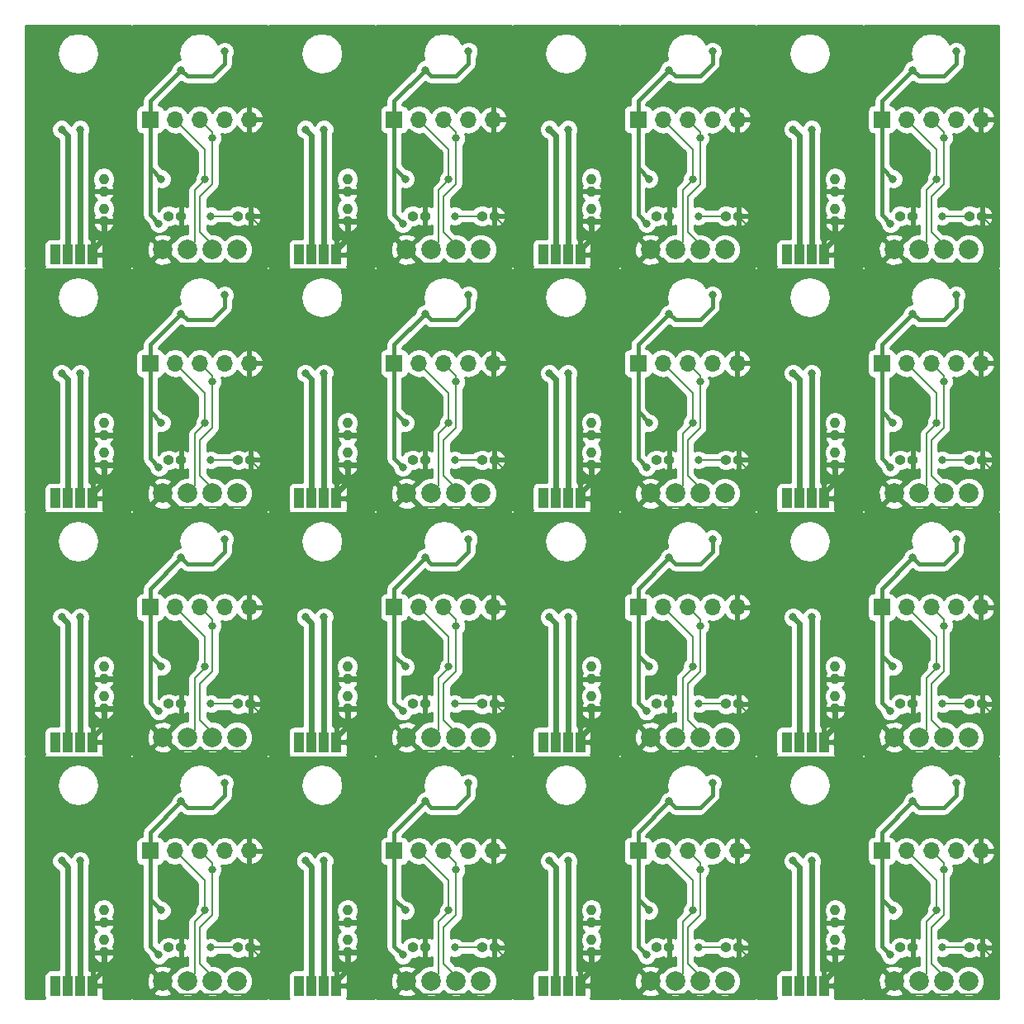
<source format=gbl>
G04 #@! TF.FileFunction,Copper,L2,Bot,Signal*
%FSLAX46Y46*%
G04 Gerber Fmt 4.6, Leading zero omitted, Abs format (unit mm)*
G04 Created by KiCad (PCBNEW 4.0.6) date 11/11/17 16:17:48*
%MOMM*%
%LPD*%
G01*
G04 APERTURE LIST*
%ADD10C,0.100000*%
%ADD11R,1.000000X2.000000*%
%ADD12O,1.000000X1.100000*%
%ADD13C,2.000000*%
%ADD14O,1.100000X1.000000*%
%ADD15R,1.700000X1.700000*%
%ADD16O,1.700000X1.700000*%
%ADD17C,0.800000*%
%ADD18C,0.400000*%
%ADD19C,0.600000*%
%ADD20C,0.200000*%
%ADD21C,0.254000*%
G04 APERTURE END LIST*
D10*
D11*
X118175000Y-133595000D03*
X119445000Y-133595000D03*
X120715000Y-133595000D03*
X121985000Y-133595000D03*
D12*
X123128000Y-125856000D03*
X123128000Y-127126000D03*
X123128000Y-128904000D03*
X123128000Y-130174000D03*
X123128000Y-103904000D03*
X123128000Y-105174000D03*
X123128000Y-100856000D03*
X123128000Y-102126000D03*
D11*
X118175000Y-108595000D03*
X119445000Y-108595000D03*
X120715000Y-108595000D03*
X121985000Y-108595000D03*
X118175000Y-58595000D03*
X119445000Y-58595000D03*
X120715000Y-58595000D03*
X121985000Y-58595000D03*
D12*
X123128000Y-50856000D03*
X123128000Y-52126000D03*
X123128000Y-53904000D03*
X123128000Y-55174000D03*
X123128000Y-78904000D03*
X123128000Y-80174000D03*
X123128000Y-75856000D03*
X123128000Y-77126000D03*
D11*
X118175000Y-83595000D03*
X119445000Y-83595000D03*
X120715000Y-83595000D03*
X121985000Y-83595000D03*
D13*
X136795000Y-83095000D03*
X134255000Y-83095000D03*
X131715000Y-83095000D03*
X129175000Y-83095000D03*
D14*
X131080000Y-79666000D03*
X129810000Y-79666000D03*
X138192000Y-79666000D03*
X136922000Y-79666000D03*
D15*
X127905000Y-69760000D03*
D16*
X130445000Y-69760000D03*
X132985000Y-69760000D03*
X135525000Y-69760000D03*
X138065000Y-69760000D03*
D15*
X127905000Y-44760000D03*
D16*
X130445000Y-44760000D03*
X132985000Y-44760000D03*
X135525000Y-44760000D03*
X138065000Y-44760000D03*
D14*
X138192000Y-54666000D03*
X136922000Y-54666000D03*
X131080000Y-54666000D03*
X129810000Y-54666000D03*
D13*
X136795000Y-58095000D03*
X134255000Y-58095000D03*
X131715000Y-58095000D03*
X129175000Y-58095000D03*
X136795000Y-108095000D03*
X134255000Y-108095000D03*
X131715000Y-108095000D03*
X129175000Y-108095000D03*
D14*
X131080000Y-104666000D03*
X129810000Y-104666000D03*
X138192000Y-104666000D03*
X136922000Y-104666000D03*
D15*
X127905000Y-94760000D03*
D16*
X130445000Y-94760000D03*
X132985000Y-94760000D03*
X135525000Y-94760000D03*
X138065000Y-94760000D03*
D15*
X127905000Y-119760000D03*
D16*
X130445000Y-119760000D03*
X132985000Y-119760000D03*
X135525000Y-119760000D03*
X138065000Y-119760000D03*
D14*
X138192000Y-129666000D03*
X136922000Y-129666000D03*
X131080000Y-129666000D03*
X129810000Y-129666000D03*
D13*
X136795000Y-133095000D03*
X134255000Y-133095000D03*
X131715000Y-133095000D03*
X129175000Y-133095000D03*
X161795000Y-133095000D03*
X159255000Y-133095000D03*
X156715000Y-133095000D03*
X154175000Y-133095000D03*
D14*
X156080000Y-129666000D03*
X154810000Y-129666000D03*
X163192000Y-129666000D03*
X161922000Y-129666000D03*
D15*
X152905000Y-119760000D03*
D16*
X155445000Y-119760000D03*
X157985000Y-119760000D03*
X160525000Y-119760000D03*
X163065000Y-119760000D03*
D15*
X152905000Y-94760000D03*
D16*
X155445000Y-94760000D03*
X157985000Y-94760000D03*
X160525000Y-94760000D03*
X163065000Y-94760000D03*
D14*
X163192000Y-104666000D03*
X161922000Y-104666000D03*
X156080000Y-104666000D03*
X154810000Y-104666000D03*
D13*
X161795000Y-108095000D03*
X159255000Y-108095000D03*
X156715000Y-108095000D03*
X154175000Y-108095000D03*
X161795000Y-58095000D03*
X159255000Y-58095000D03*
X156715000Y-58095000D03*
X154175000Y-58095000D03*
D14*
X156080000Y-54666000D03*
X154810000Y-54666000D03*
X163192000Y-54666000D03*
X161922000Y-54666000D03*
D15*
X152905000Y-44760000D03*
D16*
X155445000Y-44760000D03*
X157985000Y-44760000D03*
X160525000Y-44760000D03*
X163065000Y-44760000D03*
D15*
X152905000Y-69760000D03*
D16*
X155445000Y-69760000D03*
X157985000Y-69760000D03*
X160525000Y-69760000D03*
X163065000Y-69760000D03*
D14*
X163192000Y-79666000D03*
X161922000Y-79666000D03*
X156080000Y-79666000D03*
X154810000Y-79666000D03*
D13*
X161795000Y-83095000D03*
X159255000Y-83095000D03*
X156715000Y-83095000D03*
X154175000Y-83095000D03*
D11*
X143175000Y-83595000D03*
X144445000Y-83595000D03*
X145715000Y-83595000D03*
X146985000Y-83595000D03*
D12*
X148128000Y-75856000D03*
X148128000Y-77126000D03*
X148128000Y-78904000D03*
X148128000Y-80174000D03*
X148128000Y-53904000D03*
X148128000Y-55174000D03*
X148128000Y-50856000D03*
X148128000Y-52126000D03*
D11*
X143175000Y-58595000D03*
X144445000Y-58595000D03*
X145715000Y-58595000D03*
X146985000Y-58595000D03*
X143175000Y-108595000D03*
X144445000Y-108595000D03*
X145715000Y-108595000D03*
X146985000Y-108595000D03*
D12*
X148128000Y-100856000D03*
X148128000Y-102126000D03*
X148128000Y-103904000D03*
X148128000Y-105174000D03*
X148128000Y-128904000D03*
X148128000Y-130174000D03*
X148128000Y-125856000D03*
X148128000Y-127126000D03*
D11*
X143175000Y-133595000D03*
X144445000Y-133595000D03*
X145715000Y-133595000D03*
X146985000Y-133595000D03*
X93175000Y-133595000D03*
X94445000Y-133595000D03*
X95715000Y-133595000D03*
X96985000Y-133595000D03*
D12*
X98128000Y-125856000D03*
X98128000Y-127126000D03*
X98128000Y-128904000D03*
X98128000Y-130174000D03*
X98128000Y-103904000D03*
X98128000Y-105174000D03*
X98128000Y-100856000D03*
X98128000Y-102126000D03*
D11*
X93175000Y-108595000D03*
X94445000Y-108595000D03*
X95715000Y-108595000D03*
X96985000Y-108595000D03*
X93175000Y-58595000D03*
X94445000Y-58595000D03*
X95715000Y-58595000D03*
X96985000Y-58595000D03*
D12*
X98128000Y-50856000D03*
X98128000Y-52126000D03*
X98128000Y-53904000D03*
X98128000Y-55174000D03*
X98128000Y-78904000D03*
X98128000Y-80174000D03*
X98128000Y-75856000D03*
X98128000Y-77126000D03*
D11*
X93175000Y-83595000D03*
X94445000Y-83595000D03*
X95715000Y-83595000D03*
X96985000Y-83595000D03*
D13*
X111795000Y-83095000D03*
X109255000Y-83095000D03*
X106715000Y-83095000D03*
X104175000Y-83095000D03*
D14*
X106080000Y-79666000D03*
X104810000Y-79666000D03*
X113192000Y-79666000D03*
X111922000Y-79666000D03*
D15*
X102905000Y-69760000D03*
D16*
X105445000Y-69760000D03*
X107985000Y-69760000D03*
X110525000Y-69760000D03*
X113065000Y-69760000D03*
D15*
X102905000Y-44760000D03*
D16*
X105445000Y-44760000D03*
X107985000Y-44760000D03*
X110525000Y-44760000D03*
X113065000Y-44760000D03*
D14*
X113192000Y-54666000D03*
X111922000Y-54666000D03*
X106080000Y-54666000D03*
X104810000Y-54666000D03*
D13*
X111795000Y-58095000D03*
X109255000Y-58095000D03*
X106715000Y-58095000D03*
X104175000Y-58095000D03*
X111795000Y-108095000D03*
X109255000Y-108095000D03*
X106715000Y-108095000D03*
X104175000Y-108095000D03*
D14*
X106080000Y-104666000D03*
X104810000Y-104666000D03*
X113192000Y-104666000D03*
X111922000Y-104666000D03*
D15*
X102905000Y-94760000D03*
D16*
X105445000Y-94760000D03*
X107985000Y-94760000D03*
X110525000Y-94760000D03*
X113065000Y-94760000D03*
D15*
X102905000Y-119760000D03*
D16*
X105445000Y-119760000D03*
X107985000Y-119760000D03*
X110525000Y-119760000D03*
X113065000Y-119760000D03*
D14*
X113192000Y-129666000D03*
X111922000Y-129666000D03*
X106080000Y-129666000D03*
X104810000Y-129666000D03*
D13*
X111795000Y-133095000D03*
X109255000Y-133095000D03*
X106715000Y-133095000D03*
X104175000Y-133095000D03*
X86795000Y-133095000D03*
X84255000Y-133095000D03*
X81715000Y-133095000D03*
X79175000Y-133095000D03*
D14*
X81080000Y-129666000D03*
X79810000Y-129666000D03*
X88192000Y-129666000D03*
X86922000Y-129666000D03*
D15*
X77905000Y-119760000D03*
D16*
X80445000Y-119760000D03*
X82985000Y-119760000D03*
X85525000Y-119760000D03*
X88065000Y-119760000D03*
D15*
X77905000Y-94760000D03*
D16*
X80445000Y-94760000D03*
X82985000Y-94760000D03*
X85525000Y-94760000D03*
X88065000Y-94760000D03*
D14*
X88192000Y-104666000D03*
X86922000Y-104666000D03*
X81080000Y-104666000D03*
X79810000Y-104666000D03*
D13*
X86795000Y-108095000D03*
X84255000Y-108095000D03*
X81715000Y-108095000D03*
X79175000Y-108095000D03*
X86795000Y-58095000D03*
X84255000Y-58095000D03*
X81715000Y-58095000D03*
X79175000Y-58095000D03*
D14*
X81080000Y-54666000D03*
X79810000Y-54666000D03*
X88192000Y-54666000D03*
X86922000Y-54666000D03*
D15*
X77905000Y-44760000D03*
D16*
X80445000Y-44760000D03*
X82985000Y-44760000D03*
X85525000Y-44760000D03*
X88065000Y-44760000D03*
D15*
X77905000Y-69760000D03*
D16*
X80445000Y-69760000D03*
X82985000Y-69760000D03*
X85525000Y-69760000D03*
X88065000Y-69760000D03*
D14*
X88192000Y-79666000D03*
X86922000Y-79666000D03*
X81080000Y-79666000D03*
X79810000Y-79666000D03*
D13*
X86795000Y-83095000D03*
X84255000Y-83095000D03*
X81715000Y-83095000D03*
X79175000Y-83095000D03*
D11*
X68175000Y-83595000D03*
X69445000Y-83595000D03*
X70715000Y-83595000D03*
X71985000Y-83595000D03*
D12*
X73128000Y-75856000D03*
X73128000Y-77126000D03*
X73128000Y-78904000D03*
X73128000Y-80174000D03*
X73128000Y-53904000D03*
X73128000Y-55174000D03*
X73128000Y-50856000D03*
X73128000Y-52126000D03*
D11*
X68175000Y-58595000D03*
X69445000Y-58595000D03*
X70715000Y-58595000D03*
X71985000Y-58595000D03*
X68175000Y-108595000D03*
X69445000Y-108595000D03*
X70715000Y-108595000D03*
X71985000Y-108595000D03*
D12*
X73128000Y-100856000D03*
X73128000Y-102126000D03*
X73128000Y-103904000D03*
X73128000Y-105174000D03*
X73128000Y-128904000D03*
X73128000Y-130174000D03*
X73128000Y-125856000D03*
X73128000Y-127126000D03*
D11*
X68175000Y-133595000D03*
X69445000Y-133595000D03*
X70715000Y-133595000D03*
X71985000Y-133595000D03*
D17*
X135525000Y-62775000D03*
X131080000Y-64680000D03*
X129048000Y-75856000D03*
X128794000Y-80428000D03*
X128794000Y-55428000D03*
X129048000Y-50856000D03*
X131080000Y-39680000D03*
X135525000Y-37775000D03*
X135525000Y-87775000D03*
X131080000Y-89680000D03*
X129048000Y-100856000D03*
X128794000Y-105428000D03*
X128794000Y-130428000D03*
X129048000Y-125856000D03*
X131080000Y-114680000D03*
X135525000Y-112775000D03*
X160525000Y-112775000D03*
X156080000Y-114680000D03*
X154048000Y-125856000D03*
X153794000Y-130428000D03*
X153794000Y-105428000D03*
X154048000Y-100856000D03*
X156080000Y-89680000D03*
X160525000Y-87775000D03*
X160525000Y-37775000D03*
X156080000Y-39680000D03*
X154048000Y-50856000D03*
X153794000Y-55428000D03*
X153794000Y-80428000D03*
X154048000Y-75856000D03*
X156080000Y-64680000D03*
X160525000Y-62775000D03*
X110525000Y-62775000D03*
X106080000Y-64680000D03*
X104048000Y-75856000D03*
X103794000Y-80428000D03*
X103794000Y-55428000D03*
X104048000Y-50856000D03*
X106080000Y-39680000D03*
X110525000Y-37775000D03*
X110525000Y-87775000D03*
X106080000Y-89680000D03*
X104048000Y-100856000D03*
X103794000Y-105428000D03*
X103794000Y-130428000D03*
X104048000Y-125856000D03*
X106080000Y-114680000D03*
X110525000Y-112775000D03*
X85525000Y-112775000D03*
X81080000Y-114680000D03*
X79048000Y-125856000D03*
X78794000Y-130428000D03*
X78794000Y-105428000D03*
X79048000Y-100856000D03*
X81080000Y-89680000D03*
X85525000Y-87775000D03*
X85525000Y-37775000D03*
X81080000Y-39680000D03*
X79048000Y-50856000D03*
X78794000Y-55428000D03*
X78794000Y-80428000D03*
X79048000Y-75856000D03*
X81080000Y-64680000D03*
X85525000Y-62775000D03*
X124652000Y-117220000D03*
X116524000Y-111124000D03*
X124652000Y-111124000D03*
X118048000Y-129920000D03*
X116524000Y-132968000D03*
X116524000Y-107968000D03*
X118048000Y-104920000D03*
X124652000Y-86124000D03*
X116524000Y-86124000D03*
X124652000Y-92220000D03*
X124652000Y-42220000D03*
X116524000Y-36124000D03*
X124652000Y-36124000D03*
X118048000Y-54920000D03*
X116524000Y-57968000D03*
X116524000Y-82968000D03*
X118048000Y-79920000D03*
X124652000Y-61124000D03*
X116524000Y-61124000D03*
X124652000Y-67220000D03*
X149652000Y-67220000D03*
X141524000Y-61124000D03*
X149652000Y-61124000D03*
X143048000Y-79920000D03*
X141524000Y-82968000D03*
X141524000Y-57968000D03*
X143048000Y-54920000D03*
X149652000Y-36124000D03*
X141524000Y-36124000D03*
X149652000Y-42220000D03*
X149652000Y-92220000D03*
X141524000Y-86124000D03*
X149652000Y-86124000D03*
X143048000Y-104920000D03*
X141524000Y-107968000D03*
X141524000Y-132968000D03*
X143048000Y-129920000D03*
X149652000Y-111124000D03*
X141524000Y-111124000D03*
X149652000Y-117220000D03*
X99652000Y-117220000D03*
X91524000Y-111124000D03*
X99652000Y-111124000D03*
X93048000Y-129920000D03*
X91524000Y-132968000D03*
X91524000Y-107968000D03*
X93048000Y-104920000D03*
X99652000Y-86124000D03*
X91524000Y-86124000D03*
X99652000Y-92220000D03*
X99652000Y-42220000D03*
X91524000Y-36124000D03*
X99652000Y-36124000D03*
X93048000Y-54920000D03*
X91524000Y-57968000D03*
X91524000Y-82968000D03*
X93048000Y-79920000D03*
X99652000Y-61124000D03*
X91524000Y-61124000D03*
X99652000Y-67220000D03*
X74652000Y-67220000D03*
X66524000Y-61124000D03*
X74652000Y-61124000D03*
X68048000Y-79920000D03*
X66524000Y-82968000D03*
X66524000Y-57968000D03*
X68048000Y-54920000D03*
X74652000Y-36124000D03*
X66524000Y-36124000D03*
X74652000Y-42220000D03*
X74652000Y-92220000D03*
X66524000Y-86124000D03*
X74652000Y-86124000D03*
X68048000Y-104920000D03*
X66524000Y-107968000D03*
X66524000Y-132968000D03*
X68048000Y-129920000D03*
X74652000Y-111124000D03*
X66524000Y-111124000D03*
X74652000Y-117220000D03*
X134128000Y-79666000D03*
X134128000Y-54666000D03*
X134128000Y-104666000D03*
X134128000Y-129666000D03*
X159128000Y-129666000D03*
X159128000Y-104666000D03*
X159128000Y-54666000D03*
X159128000Y-79666000D03*
X109128000Y-79666000D03*
X109128000Y-54666000D03*
X109128000Y-104666000D03*
X109128000Y-129666000D03*
X84128000Y-129666000D03*
X84128000Y-104666000D03*
X84128000Y-54666000D03*
X84128000Y-79666000D03*
X118810000Y-120776000D03*
X118810000Y-95776000D03*
X118810000Y-45776000D03*
X118810000Y-70776000D03*
X134255000Y-71665000D03*
X134255000Y-46665000D03*
X134255000Y-96665000D03*
X134255000Y-121665000D03*
X159255000Y-121665000D03*
X159255000Y-96665000D03*
X159255000Y-46665000D03*
X159255000Y-71665000D03*
X143810000Y-70776000D03*
X143810000Y-45776000D03*
X143810000Y-95776000D03*
X143810000Y-120776000D03*
X93810000Y-120776000D03*
X93810000Y-95776000D03*
X93810000Y-45776000D03*
X93810000Y-70776000D03*
X109255000Y-71665000D03*
X109255000Y-46665000D03*
X109255000Y-96665000D03*
X109255000Y-121665000D03*
X84255000Y-121665000D03*
X84255000Y-96665000D03*
X84255000Y-46665000D03*
X84255000Y-71665000D03*
X68810000Y-70776000D03*
X68810000Y-45776000D03*
X68810000Y-95776000D03*
X68810000Y-120776000D03*
X120715000Y-120776000D03*
X120715000Y-95776000D03*
X120715000Y-45776000D03*
X120715000Y-70776000D03*
X133493000Y-75856000D03*
X133493000Y-50856000D03*
X133493000Y-100856000D03*
X133493000Y-125856000D03*
X158493000Y-125856000D03*
X158493000Y-100856000D03*
X158493000Y-50856000D03*
X158493000Y-75856000D03*
X145715000Y-70776000D03*
X145715000Y-45776000D03*
X145715000Y-95776000D03*
X145715000Y-120776000D03*
X95715000Y-120776000D03*
X95715000Y-95776000D03*
X95715000Y-45776000D03*
X95715000Y-70776000D03*
X108493000Y-75856000D03*
X108493000Y-50856000D03*
X108493000Y-100856000D03*
X108493000Y-125856000D03*
X83493000Y-125856000D03*
X83493000Y-100856000D03*
X83493000Y-50856000D03*
X83493000Y-75856000D03*
X70715000Y-70776000D03*
X70715000Y-45776000D03*
X70715000Y-95776000D03*
X70715000Y-120776000D03*
X129810000Y-71792000D03*
X138700000Y-61378000D03*
X127270000Y-61378000D03*
X127270000Y-36378000D03*
X138700000Y-36378000D03*
X129810000Y-46792000D03*
X129810000Y-96792000D03*
X138700000Y-86378000D03*
X127270000Y-86378000D03*
X127270000Y-111378000D03*
X138700000Y-111378000D03*
X129810000Y-121792000D03*
X154810000Y-121792000D03*
X163700000Y-111378000D03*
X152270000Y-111378000D03*
X152270000Y-86378000D03*
X163700000Y-86378000D03*
X154810000Y-96792000D03*
X154810000Y-46792000D03*
X163700000Y-36378000D03*
X152270000Y-36378000D03*
X152270000Y-61378000D03*
X163700000Y-61378000D03*
X154810000Y-71792000D03*
X104810000Y-71792000D03*
X113700000Y-61378000D03*
X102270000Y-61378000D03*
X102270000Y-36378000D03*
X113700000Y-36378000D03*
X104810000Y-46792000D03*
X104810000Y-96792000D03*
X113700000Y-86378000D03*
X102270000Y-86378000D03*
X102270000Y-111378000D03*
X113700000Y-111378000D03*
X104810000Y-121792000D03*
X79810000Y-121792000D03*
X88700000Y-111378000D03*
X77270000Y-111378000D03*
X77270000Y-86378000D03*
X88700000Y-86378000D03*
X79810000Y-96792000D03*
X79810000Y-46792000D03*
X88700000Y-36378000D03*
X77270000Y-36378000D03*
X77270000Y-61378000D03*
X88700000Y-61378000D03*
X79810000Y-71792000D03*
D18*
X135525000Y-64045000D02*
X135525000Y-62775000D01*
X134255000Y-65315000D02*
X135525000Y-64045000D01*
X131715000Y-65315000D02*
X134255000Y-65315000D01*
X131080000Y-64680000D02*
X131715000Y-65315000D01*
X127905000Y-67855000D02*
X131080000Y-64680000D01*
X127905000Y-69760000D02*
X127905000Y-67855000D01*
X127905000Y-74713000D02*
X127905000Y-69760000D01*
X129048000Y-75856000D02*
X127905000Y-74713000D01*
X127905000Y-79539000D02*
X127905000Y-74713000D01*
X128794000Y-80428000D02*
X127905000Y-79539000D01*
X128794000Y-55428000D02*
X127905000Y-54539000D01*
X127905000Y-54539000D02*
X127905000Y-49713000D01*
X129048000Y-50856000D02*
X127905000Y-49713000D01*
X127905000Y-49713000D02*
X127905000Y-44760000D01*
X127905000Y-44760000D02*
X127905000Y-42855000D01*
X127905000Y-42855000D02*
X131080000Y-39680000D01*
X131080000Y-39680000D02*
X131715000Y-40315000D01*
X131715000Y-40315000D02*
X134255000Y-40315000D01*
X134255000Y-40315000D02*
X135525000Y-39045000D01*
X135525000Y-39045000D02*
X135525000Y-37775000D01*
X135525000Y-89045000D02*
X135525000Y-87775000D01*
X134255000Y-90315000D02*
X135525000Y-89045000D01*
X131715000Y-90315000D02*
X134255000Y-90315000D01*
X131080000Y-89680000D02*
X131715000Y-90315000D01*
X127905000Y-92855000D02*
X131080000Y-89680000D01*
X127905000Y-94760000D02*
X127905000Y-92855000D01*
X127905000Y-99713000D02*
X127905000Y-94760000D01*
X129048000Y-100856000D02*
X127905000Y-99713000D01*
X127905000Y-104539000D02*
X127905000Y-99713000D01*
X128794000Y-105428000D02*
X127905000Y-104539000D01*
X128794000Y-130428000D02*
X127905000Y-129539000D01*
X127905000Y-129539000D02*
X127905000Y-124713000D01*
X129048000Y-125856000D02*
X127905000Y-124713000D01*
X127905000Y-124713000D02*
X127905000Y-119760000D01*
X127905000Y-119760000D02*
X127905000Y-117855000D01*
X127905000Y-117855000D02*
X131080000Y-114680000D01*
X131080000Y-114680000D02*
X131715000Y-115315000D01*
X131715000Y-115315000D02*
X134255000Y-115315000D01*
X134255000Y-115315000D02*
X135525000Y-114045000D01*
X135525000Y-114045000D02*
X135525000Y-112775000D01*
X160525000Y-114045000D02*
X160525000Y-112775000D01*
X159255000Y-115315000D02*
X160525000Y-114045000D01*
X156715000Y-115315000D02*
X159255000Y-115315000D01*
X156080000Y-114680000D02*
X156715000Y-115315000D01*
X152905000Y-117855000D02*
X156080000Y-114680000D01*
X152905000Y-119760000D02*
X152905000Y-117855000D01*
X152905000Y-124713000D02*
X152905000Y-119760000D01*
X154048000Y-125856000D02*
X152905000Y-124713000D01*
X152905000Y-129539000D02*
X152905000Y-124713000D01*
X153794000Y-130428000D02*
X152905000Y-129539000D01*
X153794000Y-105428000D02*
X152905000Y-104539000D01*
X152905000Y-104539000D02*
X152905000Y-99713000D01*
X154048000Y-100856000D02*
X152905000Y-99713000D01*
X152905000Y-99713000D02*
X152905000Y-94760000D01*
X152905000Y-94760000D02*
X152905000Y-92855000D01*
X152905000Y-92855000D02*
X156080000Y-89680000D01*
X156080000Y-89680000D02*
X156715000Y-90315000D01*
X156715000Y-90315000D02*
X159255000Y-90315000D01*
X159255000Y-90315000D02*
X160525000Y-89045000D01*
X160525000Y-89045000D02*
X160525000Y-87775000D01*
X160525000Y-39045000D02*
X160525000Y-37775000D01*
X159255000Y-40315000D02*
X160525000Y-39045000D01*
X156715000Y-40315000D02*
X159255000Y-40315000D01*
X156080000Y-39680000D02*
X156715000Y-40315000D01*
X152905000Y-42855000D02*
X156080000Y-39680000D01*
X152905000Y-44760000D02*
X152905000Y-42855000D01*
X152905000Y-49713000D02*
X152905000Y-44760000D01*
X154048000Y-50856000D02*
X152905000Y-49713000D01*
X152905000Y-54539000D02*
X152905000Y-49713000D01*
X153794000Y-55428000D02*
X152905000Y-54539000D01*
X153794000Y-80428000D02*
X152905000Y-79539000D01*
X152905000Y-79539000D02*
X152905000Y-74713000D01*
X154048000Y-75856000D02*
X152905000Y-74713000D01*
X152905000Y-74713000D02*
X152905000Y-69760000D01*
X152905000Y-69760000D02*
X152905000Y-67855000D01*
X152905000Y-67855000D02*
X156080000Y-64680000D01*
X156080000Y-64680000D02*
X156715000Y-65315000D01*
X156715000Y-65315000D02*
X159255000Y-65315000D01*
X159255000Y-65315000D02*
X160525000Y-64045000D01*
X160525000Y-64045000D02*
X160525000Y-62775000D01*
X110525000Y-64045000D02*
X110525000Y-62775000D01*
X109255000Y-65315000D02*
X110525000Y-64045000D01*
X106715000Y-65315000D02*
X109255000Y-65315000D01*
X106080000Y-64680000D02*
X106715000Y-65315000D01*
X102905000Y-67855000D02*
X106080000Y-64680000D01*
X102905000Y-69760000D02*
X102905000Y-67855000D01*
X102905000Y-74713000D02*
X102905000Y-69760000D01*
X104048000Y-75856000D02*
X102905000Y-74713000D01*
X102905000Y-79539000D02*
X102905000Y-74713000D01*
X103794000Y-80428000D02*
X102905000Y-79539000D01*
X103794000Y-55428000D02*
X102905000Y-54539000D01*
X102905000Y-54539000D02*
X102905000Y-49713000D01*
X104048000Y-50856000D02*
X102905000Y-49713000D01*
X102905000Y-49713000D02*
X102905000Y-44760000D01*
X102905000Y-44760000D02*
X102905000Y-42855000D01*
X102905000Y-42855000D02*
X106080000Y-39680000D01*
X106080000Y-39680000D02*
X106715000Y-40315000D01*
X106715000Y-40315000D02*
X109255000Y-40315000D01*
X109255000Y-40315000D02*
X110525000Y-39045000D01*
X110525000Y-39045000D02*
X110525000Y-37775000D01*
X110525000Y-89045000D02*
X110525000Y-87775000D01*
X109255000Y-90315000D02*
X110525000Y-89045000D01*
X106715000Y-90315000D02*
X109255000Y-90315000D01*
X106080000Y-89680000D02*
X106715000Y-90315000D01*
X102905000Y-92855000D02*
X106080000Y-89680000D01*
X102905000Y-94760000D02*
X102905000Y-92855000D01*
X102905000Y-99713000D02*
X102905000Y-94760000D01*
X104048000Y-100856000D02*
X102905000Y-99713000D01*
X102905000Y-104539000D02*
X102905000Y-99713000D01*
X103794000Y-105428000D02*
X102905000Y-104539000D01*
X103794000Y-130428000D02*
X102905000Y-129539000D01*
X102905000Y-129539000D02*
X102905000Y-124713000D01*
X104048000Y-125856000D02*
X102905000Y-124713000D01*
X102905000Y-124713000D02*
X102905000Y-119760000D01*
X102905000Y-119760000D02*
X102905000Y-117855000D01*
X102905000Y-117855000D02*
X106080000Y-114680000D01*
X106080000Y-114680000D02*
X106715000Y-115315000D01*
X106715000Y-115315000D02*
X109255000Y-115315000D01*
X109255000Y-115315000D02*
X110525000Y-114045000D01*
X110525000Y-114045000D02*
X110525000Y-112775000D01*
X85525000Y-114045000D02*
X85525000Y-112775000D01*
X84255000Y-115315000D02*
X85525000Y-114045000D01*
X81715000Y-115315000D02*
X84255000Y-115315000D01*
X81080000Y-114680000D02*
X81715000Y-115315000D01*
X77905000Y-117855000D02*
X81080000Y-114680000D01*
X77905000Y-119760000D02*
X77905000Y-117855000D01*
X77905000Y-124713000D02*
X77905000Y-119760000D01*
X79048000Y-125856000D02*
X77905000Y-124713000D01*
X77905000Y-129539000D02*
X77905000Y-124713000D01*
X78794000Y-130428000D02*
X77905000Y-129539000D01*
X78794000Y-105428000D02*
X77905000Y-104539000D01*
X77905000Y-104539000D02*
X77905000Y-99713000D01*
X79048000Y-100856000D02*
X77905000Y-99713000D01*
X77905000Y-99713000D02*
X77905000Y-94760000D01*
X77905000Y-94760000D02*
X77905000Y-92855000D01*
X77905000Y-92855000D02*
X81080000Y-89680000D01*
X81080000Y-89680000D02*
X81715000Y-90315000D01*
X81715000Y-90315000D02*
X84255000Y-90315000D01*
X84255000Y-90315000D02*
X85525000Y-89045000D01*
X85525000Y-89045000D02*
X85525000Y-87775000D01*
X85525000Y-39045000D02*
X85525000Y-37775000D01*
X84255000Y-40315000D02*
X85525000Y-39045000D01*
X81715000Y-40315000D02*
X84255000Y-40315000D01*
X81080000Y-39680000D02*
X81715000Y-40315000D01*
X77905000Y-42855000D02*
X81080000Y-39680000D01*
X77905000Y-44760000D02*
X77905000Y-42855000D01*
X77905000Y-49713000D02*
X77905000Y-44760000D01*
X79048000Y-50856000D02*
X77905000Y-49713000D01*
X77905000Y-54539000D02*
X77905000Y-49713000D01*
X78794000Y-55428000D02*
X77905000Y-54539000D01*
X78794000Y-80428000D02*
X77905000Y-79539000D01*
X77905000Y-79539000D02*
X77905000Y-74713000D01*
X79048000Y-75856000D02*
X77905000Y-74713000D01*
X77905000Y-74713000D02*
X77905000Y-69760000D01*
X77905000Y-69760000D02*
X77905000Y-67855000D01*
X77905000Y-67855000D02*
X81080000Y-64680000D01*
X81080000Y-64680000D02*
X81715000Y-65315000D01*
X81715000Y-65315000D02*
X84255000Y-65315000D01*
X84255000Y-65315000D02*
X85525000Y-64045000D01*
X85525000Y-64045000D02*
X85525000Y-62775000D01*
D19*
X123128000Y-131952000D02*
X121985000Y-133095000D01*
X123128000Y-130174000D02*
X123128000Y-131952000D01*
X124398000Y-127126000D02*
X123128000Y-127126000D01*
X124398000Y-127126000D02*
X124652000Y-127380000D01*
X123128000Y-130174000D02*
X124398000Y-130174000D01*
X124398000Y-130174000D02*
X124652000Y-129920000D01*
X124652000Y-127380000D02*
X124652000Y-129920000D01*
X124652000Y-126872000D02*
X124652000Y-117220000D01*
X124398000Y-127126000D02*
X124652000Y-126872000D01*
X116524000Y-111124000D02*
X117032000Y-110616000D01*
X117032000Y-110616000D02*
X124144000Y-110616000D01*
X124144000Y-110616000D02*
X124652000Y-111124000D01*
D20*
X116524000Y-131444000D02*
X118048000Y-129920000D01*
X115508000Y-123824000D02*
X115508000Y-118236000D01*
X115508000Y-118236000D02*
X116524000Y-117220000D01*
X116016000Y-132968000D02*
X116524000Y-132968000D01*
X115508000Y-132460000D02*
X116016000Y-132968000D01*
X115508000Y-123824000D02*
X115508000Y-132460000D01*
D19*
X124652000Y-117220000D02*
X116524000Y-117220000D01*
D20*
X116524000Y-132968000D02*
X116524000Y-131444000D01*
X116524000Y-107968000D02*
X116524000Y-106444000D01*
D19*
X124652000Y-92220000D02*
X116524000Y-92220000D01*
D20*
X115508000Y-98824000D02*
X115508000Y-107460000D01*
X115508000Y-107460000D02*
X116016000Y-107968000D01*
X116016000Y-107968000D02*
X116524000Y-107968000D01*
X115508000Y-93236000D02*
X116524000Y-92220000D01*
X115508000Y-98824000D02*
X115508000Y-93236000D01*
X116524000Y-106444000D02*
X118048000Y-104920000D01*
D19*
X124144000Y-85616000D02*
X124652000Y-86124000D01*
X117032000Y-85616000D02*
X124144000Y-85616000D01*
X116524000Y-86124000D02*
X117032000Y-85616000D01*
X124398000Y-102126000D02*
X124652000Y-101872000D01*
X124652000Y-101872000D02*
X124652000Y-92220000D01*
X124652000Y-102380000D02*
X124652000Y-104920000D01*
X124398000Y-105174000D02*
X124652000Y-104920000D01*
X123128000Y-105174000D02*
X124398000Y-105174000D01*
X124398000Y-102126000D02*
X124652000Y-102380000D01*
X124398000Y-102126000D02*
X123128000Y-102126000D01*
X123128000Y-105174000D02*
X123128000Y-106952000D01*
X123128000Y-106952000D02*
X121985000Y-108095000D01*
X123128000Y-56952000D02*
X121985000Y-58095000D01*
X123128000Y-55174000D02*
X123128000Y-56952000D01*
X124398000Y-52126000D02*
X123128000Y-52126000D01*
X124398000Y-52126000D02*
X124652000Y-52380000D01*
X123128000Y-55174000D02*
X124398000Y-55174000D01*
X124398000Y-55174000D02*
X124652000Y-54920000D01*
X124652000Y-52380000D02*
X124652000Y-54920000D01*
X124652000Y-51872000D02*
X124652000Y-42220000D01*
X124398000Y-52126000D02*
X124652000Y-51872000D01*
X116524000Y-36124000D02*
X117032000Y-35616000D01*
X117032000Y-35616000D02*
X124144000Y-35616000D01*
X124144000Y-35616000D02*
X124652000Y-36124000D01*
D20*
X116524000Y-56444000D02*
X118048000Y-54920000D01*
X115508000Y-48824000D02*
X115508000Y-43236000D01*
X115508000Y-43236000D02*
X116524000Y-42220000D01*
X116016000Y-57968000D02*
X116524000Y-57968000D01*
X115508000Y-57460000D02*
X116016000Y-57968000D01*
X115508000Y-48824000D02*
X115508000Y-57460000D01*
D19*
X124652000Y-42220000D02*
X116524000Y-42220000D01*
D20*
X116524000Y-57968000D02*
X116524000Y-56444000D01*
X116524000Y-82968000D02*
X116524000Y-81444000D01*
D19*
X124652000Y-67220000D02*
X116524000Y-67220000D01*
D20*
X115508000Y-73824000D02*
X115508000Y-82460000D01*
X115508000Y-82460000D02*
X116016000Y-82968000D01*
X116016000Y-82968000D02*
X116524000Y-82968000D01*
X115508000Y-68236000D02*
X116524000Y-67220000D01*
X115508000Y-73824000D02*
X115508000Y-68236000D01*
X116524000Y-81444000D02*
X118048000Y-79920000D01*
D19*
X124144000Y-60616000D02*
X124652000Y-61124000D01*
X117032000Y-60616000D02*
X124144000Y-60616000D01*
X116524000Y-61124000D02*
X117032000Y-60616000D01*
X124398000Y-77126000D02*
X124652000Y-76872000D01*
X124652000Y-76872000D02*
X124652000Y-67220000D01*
X124652000Y-77380000D02*
X124652000Y-79920000D01*
X124398000Y-80174000D02*
X124652000Y-79920000D01*
X123128000Y-80174000D02*
X124398000Y-80174000D01*
X124398000Y-77126000D02*
X124652000Y-77380000D01*
X124398000Y-77126000D02*
X123128000Y-77126000D01*
X123128000Y-80174000D02*
X123128000Y-81952000D01*
X123128000Y-81952000D02*
X121985000Y-83095000D01*
X148128000Y-81952000D02*
X146985000Y-83095000D01*
X148128000Y-80174000D02*
X148128000Y-81952000D01*
X149398000Y-77126000D02*
X148128000Y-77126000D01*
X149398000Y-77126000D02*
X149652000Y-77380000D01*
X148128000Y-80174000D02*
X149398000Y-80174000D01*
X149398000Y-80174000D02*
X149652000Y-79920000D01*
X149652000Y-77380000D02*
X149652000Y-79920000D01*
X149652000Y-76872000D02*
X149652000Y-67220000D01*
X149398000Y-77126000D02*
X149652000Y-76872000D01*
X141524000Y-61124000D02*
X142032000Y-60616000D01*
X142032000Y-60616000D02*
X149144000Y-60616000D01*
X149144000Y-60616000D02*
X149652000Y-61124000D01*
D20*
X141524000Y-81444000D02*
X143048000Y-79920000D01*
X140508000Y-73824000D02*
X140508000Y-68236000D01*
X140508000Y-68236000D02*
X141524000Y-67220000D01*
X141016000Y-82968000D02*
X141524000Y-82968000D01*
X140508000Y-82460000D02*
X141016000Y-82968000D01*
X140508000Y-73824000D02*
X140508000Y-82460000D01*
D19*
X149652000Y-67220000D02*
X141524000Y-67220000D01*
D20*
X141524000Y-82968000D02*
X141524000Y-81444000D01*
X141524000Y-57968000D02*
X141524000Y-56444000D01*
D19*
X149652000Y-42220000D02*
X141524000Y-42220000D01*
D20*
X140508000Y-48824000D02*
X140508000Y-57460000D01*
X140508000Y-57460000D02*
X141016000Y-57968000D01*
X141016000Y-57968000D02*
X141524000Y-57968000D01*
X140508000Y-43236000D02*
X141524000Y-42220000D01*
X140508000Y-48824000D02*
X140508000Y-43236000D01*
X141524000Y-56444000D02*
X143048000Y-54920000D01*
D19*
X149144000Y-35616000D02*
X149652000Y-36124000D01*
X142032000Y-35616000D02*
X149144000Y-35616000D01*
X141524000Y-36124000D02*
X142032000Y-35616000D01*
X149398000Y-52126000D02*
X149652000Y-51872000D01*
X149652000Y-51872000D02*
X149652000Y-42220000D01*
X149652000Y-52380000D02*
X149652000Y-54920000D01*
X149398000Y-55174000D02*
X149652000Y-54920000D01*
X148128000Y-55174000D02*
X149398000Y-55174000D01*
X149398000Y-52126000D02*
X149652000Y-52380000D01*
X149398000Y-52126000D02*
X148128000Y-52126000D01*
X148128000Y-55174000D02*
X148128000Y-56952000D01*
X148128000Y-56952000D02*
X146985000Y-58095000D01*
X148128000Y-106952000D02*
X146985000Y-108095000D01*
X148128000Y-105174000D02*
X148128000Y-106952000D01*
X149398000Y-102126000D02*
X148128000Y-102126000D01*
X149398000Y-102126000D02*
X149652000Y-102380000D01*
X148128000Y-105174000D02*
X149398000Y-105174000D01*
X149398000Y-105174000D02*
X149652000Y-104920000D01*
X149652000Y-102380000D02*
X149652000Y-104920000D01*
X149652000Y-101872000D02*
X149652000Y-92220000D01*
X149398000Y-102126000D02*
X149652000Y-101872000D01*
X141524000Y-86124000D02*
X142032000Y-85616000D01*
X142032000Y-85616000D02*
X149144000Y-85616000D01*
X149144000Y-85616000D02*
X149652000Y-86124000D01*
D20*
X141524000Y-106444000D02*
X143048000Y-104920000D01*
X140508000Y-98824000D02*
X140508000Y-93236000D01*
X140508000Y-93236000D02*
X141524000Y-92220000D01*
X141016000Y-107968000D02*
X141524000Y-107968000D01*
X140508000Y-107460000D02*
X141016000Y-107968000D01*
X140508000Y-98824000D02*
X140508000Y-107460000D01*
D19*
X149652000Y-92220000D02*
X141524000Y-92220000D01*
D20*
X141524000Y-107968000D02*
X141524000Y-106444000D01*
X141524000Y-132968000D02*
X141524000Y-131444000D01*
D19*
X149652000Y-117220000D02*
X141524000Y-117220000D01*
D20*
X140508000Y-123824000D02*
X140508000Y-132460000D01*
X140508000Y-132460000D02*
X141016000Y-132968000D01*
X141016000Y-132968000D02*
X141524000Y-132968000D01*
X140508000Y-118236000D02*
X141524000Y-117220000D01*
X140508000Y-123824000D02*
X140508000Y-118236000D01*
X141524000Y-131444000D02*
X143048000Y-129920000D01*
D19*
X149144000Y-110616000D02*
X149652000Y-111124000D01*
X142032000Y-110616000D02*
X149144000Y-110616000D01*
X141524000Y-111124000D02*
X142032000Y-110616000D01*
X149398000Y-127126000D02*
X149652000Y-126872000D01*
X149652000Y-126872000D02*
X149652000Y-117220000D01*
X149652000Y-127380000D02*
X149652000Y-129920000D01*
X149398000Y-130174000D02*
X149652000Y-129920000D01*
X148128000Y-130174000D02*
X149398000Y-130174000D01*
X149398000Y-127126000D02*
X149652000Y-127380000D01*
X149398000Y-127126000D02*
X148128000Y-127126000D01*
X148128000Y-130174000D02*
X148128000Y-131952000D01*
X148128000Y-131952000D02*
X146985000Y-133095000D01*
X98128000Y-131952000D02*
X96985000Y-133095000D01*
X98128000Y-130174000D02*
X98128000Y-131952000D01*
X99398000Y-127126000D02*
X98128000Y-127126000D01*
X99398000Y-127126000D02*
X99652000Y-127380000D01*
X98128000Y-130174000D02*
X99398000Y-130174000D01*
X99398000Y-130174000D02*
X99652000Y-129920000D01*
X99652000Y-127380000D02*
X99652000Y-129920000D01*
X99652000Y-126872000D02*
X99652000Y-117220000D01*
X99398000Y-127126000D02*
X99652000Y-126872000D01*
X91524000Y-111124000D02*
X92032000Y-110616000D01*
X92032000Y-110616000D02*
X99144000Y-110616000D01*
X99144000Y-110616000D02*
X99652000Y-111124000D01*
D20*
X91524000Y-131444000D02*
X93048000Y-129920000D01*
X90508000Y-123824000D02*
X90508000Y-118236000D01*
X90508000Y-118236000D02*
X91524000Y-117220000D01*
X91016000Y-132968000D02*
X91524000Y-132968000D01*
X90508000Y-132460000D02*
X91016000Y-132968000D01*
X90508000Y-123824000D02*
X90508000Y-132460000D01*
D19*
X99652000Y-117220000D02*
X91524000Y-117220000D01*
D20*
X91524000Y-132968000D02*
X91524000Y-131444000D01*
X91524000Y-107968000D02*
X91524000Y-106444000D01*
D19*
X99652000Y-92220000D02*
X91524000Y-92220000D01*
D20*
X90508000Y-98824000D02*
X90508000Y-107460000D01*
X90508000Y-107460000D02*
X91016000Y-107968000D01*
X91016000Y-107968000D02*
X91524000Y-107968000D01*
X90508000Y-93236000D02*
X91524000Y-92220000D01*
X90508000Y-98824000D02*
X90508000Y-93236000D01*
X91524000Y-106444000D02*
X93048000Y-104920000D01*
D19*
X99144000Y-85616000D02*
X99652000Y-86124000D01*
X92032000Y-85616000D02*
X99144000Y-85616000D01*
X91524000Y-86124000D02*
X92032000Y-85616000D01*
X99398000Y-102126000D02*
X99652000Y-101872000D01*
X99652000Y-101872000D02*
X99652000Y-92220000D01*
X99652000Y-102380000D02*
X99652000Y-104920000D01*
X99398000Y-105174000D02*
X99652000Y-104920000D01*
X98128000Y-105174000D02*
X99398000Y-105174000D01*
X99398000Y-102126000D02*
X99652000Y-102380000D01*
X99398000Y-102126000D02*
X98128000Y-102126000D01*
X98128000Y-105174000D02*
X98128000Y-106952000D01*
X98128000Y-106952000D02*
X96985000Y-108095000D01*
X98128000Y-56952000D02*
X96985000Y-58095000D01*
X98128000Y-55174000D02*
X98128000Y-56952000D01*
X99398000Y-52126000D02*
X98128000Y-52126000D01*
X99398000Y-52126000D02*
X99652000Y-52380000D01*
X98128000Y-55174000D02*
X99398000Y-55174000D01*
X99398000Y-55174000D02*
X99652000Y-54920000D01*
X99652000Y-52380000D02*
X99652000Y-54920000D01*
X99652000Y-51872000D02*
X99652000Y-42220000D01*
X99398000Y-52126000D02*
X99652000Y-51872000D01*
X91524000Y-36124000D02*
X92032000Y-35616000D01*
X92032000Y-35616000D02*
X99144000Y-35616000D01*
X99144000Y-35616000D02*
X99652000Y-36124000D01*
D20*
X91524000Y-56444000D02*
X93048000Y-54920000D01*
X90508000Y-48824000D02*
X90508000Y-43236000D01*
X90508000Y-43236000D02*
X91524000Y-42220000D01*
X91016000Y-57968000D02*
X91524000Y-57968000D01*
X90508000Y-57460000D02*
X91016000Y-57968000D01*
X90508000Y-48824000D02*
X90508000Y-57460000D01*
D19*
X99652000Y-42220000D02*
X91524000Y-42220000D01*
D20*
X91524000Y-57968000D02*
X91524000Y-56444000D01*
X91524000Y-82968000D02*
X91524000Y-81444000D01*
D19*
X99652000Y-67220000D02*
X91524000Y-67220000D01*
D20*
X90508000Y-73824000D02*
X90508000Y-82460000D01*
X90508000Y-82460000D02*
X91016000Y-82968000D01*
X91016000Y-82968000D02*
X91524000Y-82968000D01*
X90508000Y-68236000D02*
X91524000Y-67220000D01*
X90508000Y-73824000D02*
X90508000Y-68236000D01*
X91524000Y-81444000D02*
X93048000Y-79920000D01*
D19*
X99144000Y-60616000D02*
X99652000Y-61124000D01*
X92032000Y-60616000D02*
X99144000Y-60616000D01*
X91524000Y-61124000D02*
X92032000Y-60616000D01*
X99398000Y-77126000D02*
X99652000Y-76872000D01*
X99652000Y-76872000D02*
X99652000Y-67220000D01*
X99652000Y-77380000D02*
X99652000Y-79920000D01*
X99398000Y-80174000D02*
X99652000Y-79920000D01*
X98128000Y-80174000D02*
X99398000Y-80174000D01*
X99398000Y-77126000D02*
X99652000Y-77380000D01*
X99398000Y-77126000D02*
X98128000Y-77126000D01*
X98128000Y-80174000D02*
X98128000Y-81952000D01*
X98128000Y-81952000D02*
X96985000Y-83095000D01*
X73128000Y-81952000D02*
X71985000Y-83095000D01*
X73128000Y-80174000D02*
X73128000Y-81952000D01*
X74398000Y-77126000D02*
X73128000Y-77126000D01*
X74398000Y-77126000D02*
X74652000Y-77380000D01*
X73128000Y-80174000D02*
X74398000Y-80174000D01*
X74398000Y-80174000D02*
X74652000Y-79920000D01*
X74652000Y-77380000D02*
X74652000Y-79920000D01*
X74652000Y-76872000D02*
X74652000Y-67220000D01*
X74398000Y-77126000D02*
X74652000Y-76872000D01*
X66524000Y-61124000D02*
X67032000Y-60616000D01*
X67032000Y-60616000D02*
X74144000Y-60616000D01*
X74144000Y-60616000D02*
X74652000Y-61124000D01*
D20*
X66524000Y-81444000D02*
X68048000Y-79920000D01*
X65508000Y-73824000D02*
X65508000Y-68236000D01*
X65508000Y-68236000D02*
X66524000Y-67220000D01*
X66016000Y-82968000D02*
X66524000Y-82968000D01*
X65508000Y-82460000D02*
X66016000Y-82968000D01*
X65508000Y-73824000D02*
X65508000Y-82460000D01*
D19*
X74652000Y-67220000D02*
X66524000Y-67220000D01*
D20*
X66524000Y-82968000D02*
X66524000Y-81444000D01*
X66524000Y-57968000D02*
X66524000Y-56444000D01*
D19*
X74652000Y-42220000D02*
X66524000Y-42220000D01*
D20*
X65508000Y-48824000D02*
X65508000Y-57460000D01*
X65508000Y-57460000D02*
X66016000Y-57968000D01*
X66016000Y-57968000D02*
X66524000Y-57968000D01*
X65508000Y-43236000D02*
X66524000Y-42220000D01*
X65508000Y-48824000D02*
X65508000Y-43236000D01*
X66524000Y-56444000D02*
X68048000Y-54920000D01*
D19*
X74144000Y-35616000D02*
X74652000Y-36124000D01*
X67032000Y-35616000D02*
X74144000Y-35616000D01*
X66524000Y-36124000D02*
X67032000Y-35616000D01*
X74398000Y-52126000D02*
X74652000Y-51872000D01*
X74652000Y-51872000D02*
X74652000Y-42220000D01*
X74652000Y-52380000D02*
X74652000Y-54920000D01*
X74398000Y-55174000D02*
X74652000Y-54920000D01*
X73128000Y-55174000D02*
X74398000Y-55174000D01*
X74398000Y-52126000D02*
X74652000Y-52380000D01*
X74398000Y-52126000D02*
X73128000Y-52126000D01*
X73128000Y-55174000D02*
X73128000Y-56952000D01*
X73128000Y-56952000D02*
X71985000Y-58095000D01*
X73128000Y-106952000D02*
X71985000Y-108095000D01*
X73128000Y-105174000D02*
X73128000Y-106952000D01*
X74398000Y-102126000D02*
X73128000Y-102126000D01*
X74398000Y-102126000D02*
X74652000Y-102380000D01*
X73128000Y-105174000D02*
X74398000Y-105174000D01*
X74398000Y-105174000D02*
X74652000Y-104920000D01*
X74652000Y-102380000D02*
X74652000Y-104920000D01*
X74652000Y-101872000D02*
X74652000Y-92220000D01*
X74398000Y-102126000D02*
X74652000Y-101872000D01*
X66524000Y-86124000D02*
X67032000Y-85616000D01*
X67032000Y-85616000D02*
X74144000Y-85616000D01*
X74144000Y-85616000D02*
X74652000Y-86124000D01*
D20*
X66524000Y-106444000D02*
X68048000Y-104920000D01*
X65508000Y-98824000D02*
X65508000Y-93236000D01*
X65508000Y-93236000D02*
X66524000Y-92220000D01*
X66016000Y-107968000D02*
X66524000Y-107968000D01*
X65508000Y-107460000D02*
X66016000Y-107968000D01*
X65508000Y-98824000D02*
X65508000Y-107460000D01*
D19*
X74652000Y-92220000D02*
X66524000Y-92220000D01*
D20*
X66524000Y-107968000D02*
X66524000Y-106444000D01*
X66524000Y-132968000D02*
X66524000Y-131444000D01*
D19*
X74652000Y-117220000D02*
X66524000Y-117220000D01*
D20*
X65508000Y-123824000D02*
X65508000Y-132460000D01*
X65508000Y-132460000D02*
X66016000Y-132968000D01*
X66016000Y-132968000D02*
X66524000Y-132968000D01*
X65508000Y-118236000D02*
X66524000Y-117220000D01*
X65508000Y-123824000D02*
X65508000Y-118236000D01*
X66524000Y-131444000D02*
X68048000Y-129920000D01*
D19*
X74144000Y-110616000D02*
X74652000Y-111124000D01*
X67032000Y-110616000D02*
X74144000Y-110616000D01*
X66524000Y-111124000D02*
X67032000Y-110616000D01*
X74398000Y-127126000D02*
X74652000Y-126872000D01*
X74652000Y-126872000D02*
X74652000Y-117220000D01*
X74652000Y-127380000D02*
X74652000Y-129920000D01*
X74398000Y-130174000D02*
X74652000Y-129920000D01*
X73128000Y-130174000D02*
X74398000Y-130174000D01*
X74398000Y-127126000D02*
X74652000Y-127380000D01*
X74398000Y-127126000D02*
X73128000Y-127126000D01*
X73128000Y-130174000D02*
X73128000Y-131952000D01*
X73128000Y-131952000D02*
X71985000Y-133095000D01*
D20*
X136922000Y-79666000D02*
X134128000Y-79666000D01*
X136922000Y-54666000D02*
X134128000Y-54666000D01*
X136922000Y-104666000D02*
X134128000Y-104666000D01*
X136922000Y-129666000D02*
X134128000Y-129666000D01*
X161922000Y-129666000D02*
X159128000Y-129666000D01*
X161922000Y-104666000D02*
X159128000Y-104666000D01*
X161922000Y-54666000D02*
X159128000Y-54666000D01*
X161922000Y-79666000D02*
X159128000Y-79666000D01*
X111922000Y-79666000D02*
X109128000Y-79666000D01*
X111922000Y-54666000D02*
X109128000Y-54666000D01*
X111922000Y-104666000D02*
X109128000Y-104666000D01*
X111922000Y-129666000D02*
X109128000Y-129666000D01*
X86922000Y-129666000D02*
X84128000Y-129666000D01*
X86922000Y-104666000D02*
X84128000Y-104666000D01*
X86922000Y-54666000D02*
X84128000Y-54666000D01*
X86922000Y-79666000D02*
X84128000Y-79666000D01*
D19*
X118810000Y-120776000D02*
X119445000Y-121411000D01*
X119445000Y-121411000D02*
X119445000Y-133095000D01*
X119445000Y-96411000D02*
X119445000Y-108095000D01*
X118810000Y-95776000D02*
X119445000Y-96411000D01*
X118810000Y-45776000D02*
X119445000Y-46411000D01*
X119445000Y-46411000D02*
X119445000Y-58095000D01*
X119445000Y-71411000D02*
X119445000Y-83095000D01*
X118810000Y-70776000D02*
X119445000Y-71411000D01*
D20*
X134255000Y-71030000D02*
X132985000Y-69760000D01*
X134255000Y-71665000D02*
X134255000Y-71030000D01*
X134255000Y-76364000D02*
X134255000Y-71665000D01*
X132985000Y-81317000D02*
X132985000Y-77634000D01*
X132985000Y-77634000D02*
X134255000Y-76364000D01*
X134255000Y-82587000D02*
X132985000Y-81317000D01*
X134255000Y-83095000D02*
X134255000Y-82587000D01*
X134255000Y-58095000D02*
X134255000Y-57587000D01*
X134255000Y-57587000D02*
X132985000Y-56317000D01*
X132985000Y-52634000D02*
X134255000Y-51364000D01*
X132985000Y-56317000D02*
X132985000Y-52634000D01*
X134255000Y-51364000D02*
X134255000Y-46665000D01*
X134255000Y-46665000D02*
X134255000Y-46030000D01*
X134255000Y-46030000D02*
X132985000Y-44760000D01*
X134255000Y-96030000D02*
X132985000Y-94760000D01*
X134255000Y-96665000D02*
X134255000Y-96030000D01*
X134255000Y-101364000D02*
X134255000Y-96665000D01*
X132985000Y-106317000D02*
X132985000Y-102634000D01*
X132985000Y-102634000D02*
X134255000Y-101364000D01*
X134255000Y-107587000D02*
X132985000Y-106317000D01*
X134255000Y-108095000D02*
X134255000Y-107587000D01*
X134255000Y-133095000D02*
X134255000Y-132587000D01*
X134255000Y-132587000D02*
X132985000Y-131317000D01*
X132985000Y-127634000D02*
X134255000Y-126364000D01*
X132985000Y-131317000D02*
X132985000Y-127634000D01*
X134255000Y-126364000D02*
X134255000Y-121665000D01*
X134255000Y-121665000D02*
X134255000Y-121030000D01*
X134255000Y-121030000D02*
X132985000Y-119760000D01*
X159255000Y-121030000D02*
X157985000Y-119760000D01*
X159255000Y-121665000D02*
X159255000Y-121030000D01*
X159255000Y-126364000D02*
X159255000Y-121665000D01*
X157985000Y-131317000D02*
X157985000Y-127634000D01*
X157985000Y-127634000D02*
X159255000Y-126364000D01*
X159255000Y-132587000D02*
X157985000Y-131317000D01*
X159255000Y-133095000D02*
X159255000Y-132587000D01*
X159255000Y-108095000D02*
X159255000Y-107587000D01*
X159255000Y-107587000D02*
X157985000Y-106317000D01*
X157985000Y-102634000D02*
X159255000Y-101364000D01*
X157985000Y-106317000D02*
X157985000Y-102634000D01*
X159255000Y-101364000D02*
X159255000Y-96665000D01*
X159255000Y-96665000D02*
X159255000Y-96030000D01*
X159255000Y-96030000D02*
X157985000Y-94760000D01*
X159255000Y-46030000D02*
X157985000Y-44760000D01*
X159255000Y-46665000D02*
X159255000Y-46030000D01*
X159255000Y-51364000D02*
X159255000Y-46665000D01*
X157985000Y-56317000D02*
X157985000Y-52634000D01*
X157985000Y-52634000D02*
X159255000Y-51364000D01*
X159255000Y-57587000D02*
X157985000Y-56317000D01*
X159255000Y-58095000D02*
X159255000Y-57587000D01*
X159255000Y-83095000D02*
X159255000Y-82587000D01*
X159255000Y-82587000D02*
X157985000Y-81317000D01*
X157985000Y-77634000D02*
X159255000Y-76364000D01*
X157985000Y-81317000D02*
X157985000Y-77634000D01*
X159255000Y-76364000D02*
X159255000Y-71665000D01*
X159255000Y-71665000D02*
X159255000Y-71030000D01*
X159255000Y-71030000D02*
X157985000Y-69760000D01*
D19*
X143810000Y-70776000D02*
X144445000Y-71411000D01*
X144445000Y-71411000D02*
X144445000Y-83095000D01*
X144445000Y-46411000D02*
X144445000Y-58095000D01*
X143810000Y-45776000D02*
X144445000Y-46411000D01*
X143810000Y-95776000D02*
X144445000Y-96411000D01*
X144445000Y-96411000D02*
X144445000Y-108095000D01*
X144445000Y-121411000D02*
X144445000Y-133095000D01*
X143810000Y-120776000D02*
X144445000Y-121411000D01*
X93810000Y-120776000D02*
X94445000Y-121411000D01*
X94445000Y-121411000D02*
X94445000Y-133095000D01*
X94445000Y-96411000D02*
X94445000Y-108095000D01*
X93810000Y-95776000D02*
X94445000Y-96411000D01*
X93810000Y-45776000D02*
X94445000Y-46411000D01*
X94445000Y-46411000D02*
X94445000Y-58095000D01*
X94445000Y-71411000D02*
X94445000Y-83095000D01*
X93810000Y-70776000D02*
X94445000Y-71411000D01*
D20*
X109255000Y-71030000D02*
X107985000Y-69760000D01*
X109255000Y-71665000D02*
X109255000Y-71030000D01*
X109255000Y-76364000D02*
X109255000Y-71665000D01*
X107985000Y-81317000D02*
X107985000Y-77634000D01*
X107985000Y-77634000D02*
X109255000Y-76364000D01*
X109255000Y-82587000D02*
X107985000Y-81317000D01*
X109255000Y-83095000D02*
X109255000Y-82587000D01*
X109255000Y-58095000D02*
X109255000Y-57587000D01*
X109255000Y-57587000D02*
X107985000Y-56317000D01*
X107985000Y-52634000D02*
X109255000Y-51364000D01*
X107985000Y-56317000D02*
X107985000Y-52634000D01*
X109255000Y-51364000D02*
X109255000Y-46665000D01*
X109255000Y-46665000D02*
X109255000Y-46030000D01*
X109255000Y-46030000D02*
X107985000Y-44760000D01*
X109255000Y-96030000D02*
X107985000Y-94760000D01*
X109255000Y-96665000D02*
X109255000Y-96030000D01*
X109255000Y-101364000D02*
X109255000Y-96665000D01*
X107985000Y-106317000D02*
X107985000Y-102634000D01*
X107985000Y-102634000D02*
X109255000Y-101364000D01*
X109255000Y-107587000D02*
X107985000Y-106317000D01*
X109255000Y-108095000D02*
X109255000Y-107587000D01*
X109255000Y-133095000D02*
X109255000Y-132587000D01*
X109255000Y-132587000D02*
X107985000Y-131317000D01*
X107985000Y-127634000D02*
X109255000Y-126364000D01*
X107985000Y-131317000D02*
X107985000Y-127634000D01*
X109255000Y-126364000D02*
X109255000Y-121665000D01*
X109255000Y-121665000D02*
X109255000Y-121030000D01*
X109255000Y-121030000D02*
X107985000Y-119760000D01*
X84255000Y-121030000D02*
X82985000Y-119760000D01*
X84255000Y-121665000D02*
X84255000Y-121030000D01*
X84255000Y-126364000D02*
X84255000Y-121665000D01*
X82985000Y-131317000D02*
X82985000Y-127634000D01*
X82985000Y-127634000D02*
X84255000Y-126364000D01*
X84255000Y-132587000D02*
X82985000Y-131317000D01*
X84255000Y-133095000D02*
X84255000Y-132587000D01*
X84255000Y-108095000D02*
X84255000Y-107587000D01*
X84255000Y-107587000D02*
X82985000Y-106317000D01*
X82985000Y-102634000D02*
X84255000Y-101364000D01*
X82985000Y-106317000D02*
X82985000Y-102634000D01*
X84255000Y-101364000D02*
X84255000Y-96665000D01*
X84255000Y-96665000D02*
X84255000Y-96030000D01*
X84255000Y-96030000D02*
X82985000Y-94760000D01*
X84255000Y-46030000D02*
X82985000Y-44760000D01*
X84255000Y-46665000D02*
X84255000Y-46030000D01*
X84255000Y-51364000D02*
X84255000Y-46665000D01*
X82985000Y-56317000D02*
X82985000Y-52634000D01*
X82985000Y-52634000D02*
X84255000Y-51364000D01*
X84255000Y-57587000D02*
X82985000Y-56317000D01*
X84255000Y-58095000D02*
X84255000Y-57587000D01*
X84255000Y-83095000D02*
X84255000Y-82587000D01*
X84255000Y-82587000D02*
X82985000Y-81317000D01*
X82985000Y-77634000D02*
X84255000Y-76364000D01*
X82985000Y-81317000D02*
X82985000Y-77634000D01*
X84255000Y-76364000D02*
X84255000Y-71665000D01*
X84255000Y-71665000D02*
X84255000Y-71030000D01*
X84255000Y-71030000D02*
X82985000Y-69760000D01*
D19*
X68810000Y-70776000D02*
X69445000Y-71411000D01*
X69445000Y-71411000D02*
X69445000Y-83095000D01*
X69445000Y-46411000D02*
X69445000Y-58095000D01*
X68810000Y-45776000D02*
X69445000Y-46411000D01*
X68810000Y-95776000D02*
X69445000Y-96411000D01*
X69445000Y-96411000D02*
X69445000Y-108095000D01*
X69445000Y-121411000D02*
X69445000Y-133095000D01*
X68810000Y-120776000D02*
X69445000Y-121411000D01*
X120715000Y-133095000D02*
X120715000Y-120776000D01*
X120715000Y-108095000D02*
X120715000Y-95776000D01*
X120715000Y-58095000D02*
X120715000Y-45776000D01*
X120715000Y-83095000D02*
X120715000Y-70776000D01*
D20*
X131715000Y-83095000D02*
X132477000Y-82333000D01*
X133493000Y-72808000D02*
X130445000Y-69760000D01*
X133493000Y-75856000D02*
X133493000Y-72808000D01*
X133493000Y-75983000D02*
X132477000Y-76999000D01*
X132477000Y-76999000D02*
X132477000Y-82333000D01*
X133493000Y-75856000D02*
X133493000Y-75983000D01*
X133493000Y-50856000D02*
X133493000Y-50983000D01*
X132477000Y-51999000D02*
X132477000Y-57333000D01*
X133493000Y-50983000D02*
X132477000Y-51999000D01*
X133493000Y-50856000D02*
X133493000Y-47808000D01*
X133493000Y-47808000D02*
X130445000Y-44760000D01*
X131715000Y-58095000D02*
X132477000Y-57333000D01*
X131715000Y-108095000D02*
X132477000Y-107333000D01*
X133493000Y-97808000D02*
X130445000Y-94760000D01*
X133493000Y-100856000D02*
X133493000Y-97808000D01*
X133493000Y-100983000D02*
X132477000Y-101999000D01*
X132477000Y-101999000D02*
X132477000Y-107333000D01*
X133493000Y-100856000D02*
X133493000Y-100983000D01*
X133493000Y-125856000D02*
X133493000Y-125983000D01*
X132477000Y-126999000D02*
X132477000Y-132333000D01*
X133493000Y-125983000D02*
X132477000Y-126999000D01*
X133493000Y-125856000D02*
X133493000Y-122808000D01*
X133493000Y-122808000D02*
X130445000Y-119760000D01*
X131715000Y-133095000D02*
X132477000Y-132333000D01*
X156715000Y-133095000D02*
X157477000Y-132333000D01*
X158493000Y-122808000D02*
X155445000Y-119760000D01*
X158493000Y-125856000D02*
X158493000Y-122808000D01*
X158493000Y-125983000D02*
X157477000Y-126999000D01*
X157477000Y-126999000D02*
X157477000Y-132333000D01*
X158493000Y-125856000D02*
X158493000Y-125983000D01*
X158493000Y-100856000D02*
X158493000Y-100983000D01*
X157477000Y-101999000D02*
X157477000Y-107333000D01*
X158493000Y-100983000D02*
X157477000Y-101999000D01*
X158493000Y-100856000D02*
X158493000Y-97808000D01*
X158493000Y-97808000D02*
X155445000Y-94760000D01*
X156715000Y-108095000D02*
X157477000Y-107333000D01*
X156715000Y-58095000D02*
X157477000Y-57333000D01*
X158493000Y-47808000D02*
X155445000Y-44760000D01*
X158493000Y-50856000D02*
X158493000Y-47808000D01*
X158493000Y-50983000D02*
X157477000Y-51999000D01*
X157477000Y-51999000D02*
X157477000Y-57333000D01*
X158493000Y-50856000D02*
X158493000Y-50983000D01*
X158493000Y-75856000D02*
X158493000Y-75983000D01*
X157477000Y-76999000D02*
X157477000Y-82333000D01*
X158493000Y-75983000D02*
X157477000Y-76999000D01*
X158493000Y-75856000D02*
X158493000Y-72808000D01*
X158493000Y-72808000D02*
X155445000Y-69760000D01*
X156715000Y-83095000D02*
X157477000Y-82333000D01*
D19*
X145715000Y-83095000D02*
X145715000Y-70776000D01*
X145715000Y-58095000D02*
X145715000Y-45776000D01*
X145715000Y-108095000D02*
X145715000Y-95776000D01*
X145715000Y-133095000D02*
X145715000Y-120776000D01*
X95715000Y-133095000D02*
X95715000Y-120776000D01*
X95715000Y-108095000D02*
X95715000Y-95776000D01*
X95715000Y-58095000D02*
X95715000Y-45776000D01*
X95715000Y-83095000D02*
X95715000Y-70776000D01*
D20*
X106715000Y-83095000D02*
X107477000Y-82333000D01*
X108493000Y-72808000D02*
X105445000Y-69760000D01*
X108493000Y-75856000D02*
X108493000Y-72808000D01*
X108493000Y-75983000D02*
X107477000Y-76999000D01*
X107477000Y-76999000D02*
X107477000Y-82333000D01*
X108493000Y-75856000D02*
X108493000Y-75983000D01*
X108493000Y-50856000D02*
X108493000Y-50983000D01*
X107477000Y-51999000D02*
X107477000Y-57333000D01*
X108493000Y-50983000D02*
X107477000Y-51999000D01*
X108493000Y-50856000D02*
X108493000Y-47808000D01*
X108493000Y-47808000D02*
X105445000Y-44760000D01*
X106715000Y-58095000D02*
X107477000Y-57333000D01*
X106715000Y-108095000D02*
X107477000Y-107333000D01*
X108493000Y-97808000D02*
X105445000Y-94760000D01*
X108493000Y-100856000D02*
X108493000Y-97808000D01*
X108493000Y-100983000D02*
X107477000Y-101999000D01*
X107477000Y-101999000D02*
X107477000Y-107333000D01*
X108493000Y-100856000D02*
X108493000Y-100983000D01*
X108493000Y-125856000D02*
X108493000Y-125983000D01*
X107477000Y-126999000D02*
X107477000Y-132333000D01*
X108493000Y-125983000D02*
X107477000Y-126999000D01*
X108493000Y-125856000D02*
X108493000Y-122808000D01*
X108493000Y-122808000D02*
X105445000Y-119760000D01*
X106715000Y-133095000D02*
X107477000Y-132333000D01*
X81715000Y-133095000D02*
X82477000Y-132333000D01*
X83493000Y-122808000D02*
X80445000Y-119760000D01*
X83493000Y-125856000D02*
X83493000Y-122808000D01*
X83493000Y-125983000D02*
X82477000Y-126999000D01*
X82477000Y-126999000D02*
X82477000Y-132333000D01*
X83493000Y-125856000D02*
X83493000Y-125983000D01*
X83493000Y-100856000D02*
X83493000Y-100983000D01*
X82477000Y-101999000D02*
X82477000Y-107333000D01*
X83493000Y-100983000D02*
X82477000Y-101999000D01*
X83493000Y-100856000D02*
X83493000Y-97808000D01*
X83493000Y-97808000D02*
X80445000Y-94760000D01*
X81715000Y-108095000D02*
X82477000Y-107333000D01*
X81715000Y-58095000D02*
X82477000Y-57333000D01*
X83493000Y-47808000D02*
X80445000Y-44760000D01*
X83493000Y-50856000D02*
X83493000Y-47808000D01*
X83493000Y-50983000D02*
X82477000Y-51999000D01*
X82477000Y-51999000D02*
X82477000Y-57333000D01*
X83493000Y-50856000D02*
X83493000Y-50983000D01*
X83493000Y-75856000D02*
X83493000Y-75983000D01*
X82477000Y-76999000D02*
X82477000Y-82333000D01*
X83493000Y-75983000D02*
X82477000Y-76999000D01*
X83493000Y-75856000D02*
X83493000Y-72808000D01*
X83493000Y-72808000D02*
X80445000Y-69760000D01*
X81715000Y-83095000D02*
X82477000Y-82333000D01*
D19*
X70715000Y-83095000D02*
X70715000Y-70776000D01*
X70715000Y-58095000D02*
X70715000Y-45776000D01*
X70715000Y-108095000D02*
X70715000Y-95776000D01*
X70715000Y-133095000D02*
X70715000Y-120776000D01*
D18*
X131080000Y-81190000D02*
X129175000Y-83095000D01*
X131080000Y-79666000D02*
X131080000Y-81190000D01*
D20*
X130572000Y-84492000D02*
X138446000Y-84492000D01*
X138446000Y-84492000D02*
X139462000Y-83476000D01*
X139462000Y-83476000D02*
X139462000Y-80936000D01*
X139462000Y-80936000D02*
X138192000Y-79666000D01*
X129175000Y-83095000D02*
X130572000Y-84492000D01*
X131080000Y-73062000D02*
X129810000Y-71792000D01*
X131080000Y-79666000D02*
X131080000Y-73062000D01*
X138700000Y-61378000D02*
X138192000Y-60870000D01*
X138192000Y-60870000D02*
X127778000Y-60870000D01*
X127778000Y-60870000D02*
X127270000Y-61378000D01*
X127778000Y-35870000D02*
X127270000Y-36378000D01*
X138192000Y-35870000D02*
X127778000Y-35870000D01*
X138700000Y-36378000D02*
X138192000Y-35870000D01*
X131080000Y-54666000D02*
X131080000Y-48062000D01*
X131080000Y-48062000D02*
X129810000Y-46792000D01*
X129175000Y-58095000D02*
X130572000Y-59492000D01*
X139462000Y-55936000D02*
X138192000Y-54666000D01*
X139462000Y-58476000D02*
X139462000Y-55936000D01*
X138446000Y-59492000D02*
X139462000Y-58476000D01*
X130572000Y-59492000D02*
X138446000Y-59492000D01*
D18*
X131080000Y-54666000D02*
X131080000Y-56190000D01*
X131080000Y-56190000D02*
X129175000Y-58095000D01*
X131080000Y-106190000D02*
X129175000Y-108095000D01*
X131080000Y-104666000D02*
X131080000Y-106190000D01*
D20*
X130572000Y-109492000D02*
X138446000Y-109492000D01*
X138446000Y-109492000D02*
X139462000Y-108476000D01*
X139462000Y-108476000D02*
X139462000Y-105936000D01*
X139462000Y-105936000D02*
X138192000Y-104666000D01*
X129175000Y-108095000D02*
X130572000Y-109492000D01*
X131080000Y-98062000D02*
X129810000Y-96792000D01*
X131080000Y-104666000D02*
X131080000Y-98062000D01*
X138700000Y-86378000D02*
X138192000Y-85870000D01*
X138192000Y-85870000D02*
X127778000Y-85870000D01*
X127778000Y-85870000D02*
X127270000Y-86378000D01*
X127778000Y-110870000D02*
X127270000Y-111378000D01*
X138192000Y-110870000D02*
X127778000Y-110870000D01*
X138700000Y-111378000D02*
X138192000Y-110870000D01*
X131080000Y-129666000D02*
X131080000Y-123062000D01*
X131080000Y-123062000D02*
X129810000Y-121792000D01*
X129175000Y-133095000D02*
X130572000Y-134492000D01*
X139462000Y-130936000D02*
X138192000Y-129666000D01*
X139462000Y-133476000D02*
X139462000Y-130936000D01*
X138446000Y-134492000D02*
X139462000Y-133476000D01*
X130572000Y-134492000D02*
X138446000Y-134492000D01*
D18*
X131080000Y-129666000D02*
X131080000Y-131190000D01*
X131080000Y-131190000D02*
X129175000Y-133095000D01*
X156080000Y-131190000D02*
X154175000Y-133095000D01*
X156080000Y-129666000D02*
X156080000Y-131190000D01*
D20*
X155572000Y-134492000D02*
X163446000Y-134492000D01*
X163446000Y-134492000D02*
X164462000Y-133476000D01*
X164462000Y-133476000D02*
X164462000Y-130936000D01*
X164462000Y-130936000D02*
X163192000Y-129666000D01*
X154175000Y-133095000D02*
X155572000Y-134492000D01*
X156080000Y-123062000D02*
X154810000Y-121792000D01*
X156080000Y-129666000D02*
X156080000Y-123062000D01*
X163700000Y-111378000D02*
X163192000Y-110870000D01*
X163192000Y-110870000D02*
X152778000Y-110870000D01*
X152778000Y-110870000D02*
X152270000Y-111378000D01*
X152778000Y-85870000D02*
X152270000Y-86378000D01*
X163192000Y-85870000D02*
X152778000Y-85870000D01*
X163700000Y-86378000D02*
X163192000Y-85870000D01*
X156080000Y-104666000D02*
X156080000Y-98062000D01*
X156080000Y-98062000D02*
X154810000Y-96792000D01*
X154175000Y-108095000D02*
X155572000Y-109492000D01*
X164462000Y-105936000D02*
X163192000Y-104666000D01*
X164462000Y-108476000D02*
X164462000Y-105936000D01*
X163446000Y-109492000D02*
X164462000Y-108476000D01*
X155572000Y-109492000D02*
X163446000Y-109492000D01*
D18*
X156080000Y-104666000D02*
X156080000Y-106190000D01*
X156080000Y-106190000D02*
X154175000Y-108095000D01*
X156080000Y-56190000D02*
X154175000Y-58095000D01*
X156080000Y-54666000D02*
X156080000Y-56190000D01*
D20*
X155572000Y-59492000D02*
X163446000Y-59492000D01*
X163446000Y-59492000D02*
X164462000Y-58476000D01*
X164462000Y-58476000D02*
X164462000Y-55936000D01*
X164462000Y-55936000D02*
X163192000Y-54666000D01*
X154175000Y-58095000D02*
X155572000Y-59492000D01*
X156080000Y-48062000D02*
X154810000Y-46792000D01*
X156080000Y-54666000D02*
X156080000Y-48062000D01*
X163700000Y-36378000D02*
X163192000Y-35870000D01*
X163192000Y-35870000D02*
X152778000Y-35870000D01*
X152778000Y-35870000D02*
X152270000Y-36378000D01*
X152778000Y-60870000D02*
X152270000Y-61378000D01*
X163192000Y-60870000D02*
X152778000Y-60870000D01*
X163700000Y-61378000D02*
X163192000Y-60870000D01*
X156080000Y-79666000D02*
X156080000Y-73062000D01*
X156080000Y-73062000D02*
X154810000Y-71792000D01*
X154175000Y-83095000D02*
X155572000Y-84492000D01*
X164462000Y-80936000D02*
X163192000Y-79666000D01*
X164462000Y-83476000D02*
X164462000Y-80936000D01*
X163446000Y-84492000D02*
X164462000Y-83476000D01*
X155572000Y-84492000D02*
X163446000Y-84492000D01*
D18*
X156080000Y-79666000D02*
X156080000Y-81190000D01*
X156080000Y-81190000D02*
X154175000Y-83095000D01*
X106080000Y-81190000D02*
X104175000Y-83095000D01*
X106080000Y-79666000D02*
X106080000Y-81190000D01*
D20*
X105572000Y-84492000D02*
X113446000Y-84492000D01*
X113446000Y-84492000D02*
X114462000Y-83476000D01*
X114462000Y-83476000D02*
X114462000Y-80936000D01*
X114462000Y-80936000D02*
X113192000Y-79666000D01*
X104175000Y-83095000D02*
X105572000Y-84492000D01*
X106080000Y-73062000D02*
X104810000Y-71792000D01*
X106080000Y-79666000D02*
X106080000Y-73062000D01*
X113700000Y-61378000D02*
X113192000Y-60870000D01*
X113192000Y-60870000D02*
X102778000Y-60870000D01*
X102778000Y-60870000D02*
X102270000Y-61378000D01*
X102778000Y-35870000D02*
X102270000Y-36378000D01*
X113192000Y-35870000D02*
X102778000Y-35870000D01*
X113700000Y-36378000D02*
X113192000Y-35870000D01*
X106080000Y-54666000D02*
X106080000Y-48062000D01*
X106080000Y-48062000D02*
X104810000Y-46792000D01*
X104175000Y-58095000D02*
X105572000Y-59492000D01*
X114462000Y-55936000D02*
X113192000Y-54666000D01*
X114462000Y-58476000D02*
X114462000Y-55936000D01*
X113446000Y-59492000D02*
X114462000Y-58476000D01*
X105572000Y-59492000D02*
X113446000Y-59492000D01*
D18*
X106080000Y-54666000D02*
X106080000Y-56190000D01*
X106080000Y-56190000D02*
X104175000Y-58095000D01*
X106080000Y-106190000D02*
X104175000Y-108095000D01*
X106080000Y-104666000D02*
X106080000Y-106190000D01*
D20*
X105572000Y-109492000D02*
X113446000Y-109492000D01*
X113446000Y-109492000D02*
X114462000Y-108476000D01*
X114462000Y-108476000D02*
X114462000Y-105936000D01*
X114462000Y-105936000D02*
X113192000Y-104666000D01*
X104175000Y-108095000D02*
X105572000Y-109492000D01*
X106080000Y-98062000D02*
X104810000Y-96792000D01*
X106080000Y-104666000D02*
X106080000Y-98062000D01*
X113700000Y-86378000D02*
X113192000Y-85870000D01*
X113192000Y-85870000D02*
X102778000Y-85870000D01*
X102778000Y-85870000D02*
X102270000Y-86378000D01*
X102778000Y-110870000D02*
X102270000Y-111378000D01*
X113192000Y-110870000D02*
X102778000Y-110870000D01*
X113700000Y-111378000D02*
X113192000Y-110870000D01*
X106080000Y-129666000D02*
X106080000Y-123062000D01*
X106080000Y-123062000D02*
X104810000Y-121792000D01*
X104175000Y-133095000D02*
X105572000Y-134492000D01*
X114462000Y-130936000D02*
X113192000Y-129666000D01*
X114462000Y-133476000D02*
X114462000Y-130936000D01*
X113446000Y-134492000D02*
X114462000Y-133476000D01*
X105572000Y-134492000D02*
X113446000Y-134492000D01*
D18*
X106080000Y-129666000D02*
X106080000Y-131190000D01*
X106080000Y-131190000D02*
X104175000Y-133095000D01*
X81080000Y-131190000D02*
X79175000Y-133095000D01*
X81080000Y-129666000D02*
X81080000Y-131190000D01*
D20*
X80572000Y-134492000D02*
X88446000Y-134492000D01*
X88446000Y-134492000D02*
X89462000Y-133476000D01*
X89462000Y-133476000D02*
X89462000Y-130936000D01*
X89462000Y-130936000D02*
X88192000Y-129666000D01*
X79175000Y-133095000D02*
X80572000Y-134492000D01*
X81080000Y-123062000D02*
X79810000Y-121792000D01*
X81080000Y-129666000D02*
X81080000Y-123062000D01*
X88700000Y-111378000D02*
X88192000Y-110870000D01*
X88192000Y-110870000D02*
X77778000Y-110870000D01*
X77778000Y-110870000D02*
X77270000Y-111378000D01*
X77778000Y-85870000D02*
X77270000Y-86378000D01*
X88192000Y-85870000D02*
X77778000Y-85870000D01*
X88700000Y-86378000D02*
X88192000Y-85870000D01*
X81080000Y-104666000D02*
X81080000Y-98062000D01*
X81080000Y-98062000D02*
X79810000Y-96792000D01*
X79175000Y-108095000D02*
X80572000Y-109492000D01*
X89462000Y-105936000D02*
X88192000Y-104666000D01*
X89462000Y-108476000D02*
X89462000Y-105936000D01*
X88446000Y-109492000D02*
X89462000Y-108476000D01*
X80572000Y-109492000D02*
X88446000Y-109492000D01*
D18*
X81080000Y-104666000D02*
X81080000Y-106190000D01*
X81080000Y-106190000D02*
X79175000Y-108095000D01*
X81080000Y-56190000D02*
X79175000Y-58095000D01*
X81080000Y-54666000D02*
X81080000Y-56190000D01*
D20*
X80572000Y-59492000D02*
X88446000Y-59492000D01*
X88446000Y-59492000D02*
X89462000Y-58476000D01*
X89462000Y-58476000D02*
X89462000Y-55936000D01*
X89462000Y-55936000D02*
X88192000Y-54666000D01*
X79175000Y-58095000D02*
X80572000Y-59492000D01*
X81080000Y-48062000D02*
X79810000Y-46792000D01*
X81080000Y-54666000D02*
X81080000Y-48062000D01*
X88700000Y-36378000D02*
X88192000Y-35870000D01*
X88192000Y-35870000D02*
X77778000Y-35870000D01*
X77778000Y-35870000D02*
X77270000Y-36378000D01*
X77778000Y-60870000D02*
X77270000Y-61378000D01*
X88192000Y-60870000D02*
X77778000Y-60870000D01*
X88700000Y-61378000D02*
X88192000Y-60870000D01*
X81080000Y-79666000D02*
X81080000Y-73062000D01*
X81080000Y-73062000D02*
X79810000Y-71792000D01*
X79175000Y-83095000D02*
X80572000Y-84492000D01*
X89462000Y-80936000D02*
X88192000Y-79666000D01*
X89462000Y-83476000D02*
X89462000Y-80936000D01*
X88446000Y-84492000D02*
X89462000Y-83476000D01*
X80572000Y-84492000D02*
X88446000Y-84492000D01*
D18*
X81080000Y-79666000D02*
X81080000Y-81190000D01*
X81080000Y-81190000D02*
X79175000Y-83095000D01*
D21*
G36*
X75873000Y-134873000D02*
X73057167Y-134873000D01*
X73120000Y-134721309D01*
X73120000Y-133880750D01*
X72961250Y-133722000D01*
X72112000Y-133722000D01*
X72112000Y-133742000D01*
X71862440Y-133742000D01*
X71862440Y-132595000D01*
X71858000Y-132571403D01*
X71858000Y-132118750D01*
X72112000Y-132118750D01*
X72112000Y-133468000D01*
X72961250Y-133468000D01*
X73120000Y-133309250D01*
X73120000Y-132468691D01*
X73023327Y-132235302D01*
X72844699Y-132056673D01*
X72611310Y-131960000D01*
X72270750Y-131960000D01*
X72112000Y-132118750D01*
X71858000Y-132118750D01*
X71699250Y-131960000D01*
X71650000Y-131960000D01*
X71650000Y-130476931D01*
X72023274Y-130476931D01*
X72204159Y-130880438D01*
X72525690Y-131184008D01*
X72826126Y-131318119D01*
X73001000Y-131191954D01*
X73001000Y-130301000D01*
X73255000Y-130301000D01*
X73255000Y-131191954D01*
X73429874Y-131318119D01*
X73730310Y-131184008D01*
X74051841Y-130880438D01*
X74232726Y-130476931D01*
X74099942Y-130301000D01*
X73255000Y-130301000D01*
X73001000Y-130301000D01*
X72156058Y-130301000D01*
X72023274Y-130476931D01*
X71650000Y-130476931D01*
X71650000Y-128830784D01*
X71993000Y-128830784D01*
X71993000Y-128977216D01*
X72079397Y-129411562D01*
X72169089Y-129545795D01*
X72023274Y-129871069D01*
X72156058Y-130047000D01*
X72800138Y-130047000D01*
X73128000Y-130112216D01*
X73455862Y-130047000D01*
X74099942Y-130047000D01*
X74232726Y-129871069D01*
X74086911Y-129545795D01*
X74176603Y-129411562D01*
X74263000Y-128977216D01*
X74263000Y-128830784D01*
X74176603Y-128396438D01*
X73930566Y-128028218D01*
X73880154Y-127994534D01*
X74051841Y-127832438D01*
X74232726Y-127428931D01*
X74099942Y-127253000D01*
X73255000Y-127253000D01*
X73255000Y-127273000D01*
X73001000Y-127273000D01*
X73001000Y-127253000D01*
X72156058Y-127253000D01*
X72023274Y-127428931D01*
X72204159Y-127832438D01*
X72375846Y-127994534D01*
X72325434Y-128028218D01*
X72079397Y-128396438D01*
X71993000Y-128830784D01*
X71650000Y-128830784D01*
X71650000Y-125782784D01*
X71993000Y-125782784D01*
X71993000Y-125929216D01*
X72079397Y-126363562D01*
X72169089Y-126497795D01*
X72023274Y-126823069D01*
X72156058Y-126999000D01*
X72800138Y-126999000D01*
X73128000Y-127064216D01*
X73455862Y-126999000D01*
X74099942Y-126999000D01*
X74232726Y-126823069D01*
X74086911Y-126497795D01*
X74176603Y-126363562D01*
X74263000Y-125929216D01*
X74263000Y-125782784D01*
X74176603Y-125348438D01*
X73930566Y-124980218D01*
X73562346Y-124734181D01*
X73128000Y-124647784D01*
X72693654Y-124734181D01*
X72325434Y-124980218D01*
X72079397Y-125348438D01*
X71993000Y-125782784D01*
X71650000Y-125782784D01*
X71650000Y-121223171D01*
X71749820Y-120982777D01*
X71750179Y-120571029D01*
X71592942Y-120190485D01*
X71302046Y-119899081D01*
X70921777Y-119741180D01*
X70510029Y-119740821D01*
X70129485Y-119898058D01*
X69838081Y-120188954D01*
X69762509Y-120370952D01*
X69687942Y-120190485D01*
X69397046Y-119899081D01*
X69016777Y-119741180D01*
X68605029Y-119740821D01*
X68224485Y-119898058D01*
X67933081Y-120188954D01*
X67775180Y-120569223D01*
X67774821Y-120980971D01*
X67932058Y-121361515D01*
X68222954Y-121652919D01*
X68465231Y-121753521D01*
X68510000Y-121798290D01*
X68510000Y-131947560D01*
X67675000Y-131947560D01*
X67439683Y-131991838D01*
X67223559Y-132130910D01*
X67078569Y-132343110D01*
X67027560Y-132595000D01*
X67027560Y-134595000D01*
X67071838Y-134830317D01*
X67099304Y-134873000D01*
X65127000Y-134873000D01*
X65127000Y-113000000D01*
X68323173Y-113000000D01*
X68485690Y-113817029D01*
X68948500Y-114509673D01*
X69641144Y-114972483D01*
X70458173Y-115135000D01*
X70541827Y-115135000D01*
X71358856Y-114972483D01*
X72051500Y-114509673D01*
X72514310Y-113817029D01*
X72676827Y-113000000D01*
X72514310Y-112182971D01*
X72051500Y-111490327D01*
X71358856Y-111027517D01*
X70541827Y-110865000D01*
X70458173Y-110865000D01*
X69641144Y-111027517D01*
X68948500Y-111490327D01*
X68485690Y-112182971D01*
X68323173Y-113000000D01*
X65127000Y-113000000D01*
X65127000Y-110127000D01*
X75873000Y-110127000D01*
X75873000Y-134873000D01*
X75873000Y-134873000D01*
G37*
X75873000Y-134873000D02*
X73057167Y-134873000D01*
X73120000Y-134721309D01*
X73120000Y-133880750D01*
X72961250Y-133722000D01*
X72112000Y-133722000D01*
X72112000Y-133742000D01*
X71862440Y-133742000D01*
X71862440Y-132595000D01*
X71858000Y-132571403D01*
X71858000Y-132118750D01*
X72112000Y-132118750D01*
X72112000Y-133468000D01*
X72961250Y-133468000D01*
X73120000Y-133309250D01*
X73120000Y-132468691D01*
X73023327Y-132235302D01*
X72844699Y-132056673D01*
X72611310Y-131960000D01*
X72270750Y-131960000D01*
X72112000Y-132118750D01*
X71858000Y-132118750D01*
X71699250Y-131960000D01*
X71650000Y-131960000D01*
X71650000Y-130476931D01*
X72023274Y-130476931D01*
X72204159Y-130880438D01*
X72525690Y-131184008D01*
X72826126Y-131318119D01*
X73001000Y-131191954D01*
X73001000Y-130301000D01*
X73255000Y-130301000D01*
X73255000Y-131191954D01*
X73429874Y-131318119D01*
X73730310Y-131184008D01*
X74051841Y-130880438D01*
X74232726Y-130476931D01*
X74099942Y-130301000D01*
X73255000Y-130301000D01*
X73001000Y-130301000D01*
X72156058Y-130301000D01*
X72023274Y-130476931D01*
X71650000Y-130476931D01*
X71650000Y-128830784D01*
X71993000Y-128830784D01*
X71993000Y-128977216D01*
X72079397Y-129411562D01*
X72169089Y-129545795D01*
X72023274Y-129871069D01*
X72156058Y-130047000D01*
X72800138Y-130047000D01*
X73128000Y-130112216D01*
X73455862Y-130047000D01*
X74099942Y-130047000D01*
X74232726Y-129871069D01*
X74086911Y-129545795D01*
X74176603Y-129411562D01*
X74263000Y-128977216D01*
X74263000Y-128830784D01*
X74176603Y-128396438D01*
X73930566Y-128028218D01*
X73880154Y-127994534D01*
X74051841Y-127832438D01*
X74232726Y-127428931D01*
X74099942Y-127253000D01*
X73255000Y-127253000D01*
X73255000Y-127273000D01*
X73001000Y-127273000D01*
X73001000Y-127253000D01*
X72156058Y-127253000D01*
X72023274Y-127428931D01*
X72204159Y-127832438D01*
X72375846Y-127994534D01*
X72325434Y-128028218D01*
X72079397Y-128396438D01*
X71993000Y-128830784D01*
X71650000Y-128830784D01*
X71650000Y-125782784D01*
X71993000Y-125782784D01*
X71993000Y-125929216D01*
X72079397Y-126363562D01*
X72169089Y-126497795D01*
X72023274Y-126823069D01*
X72156058Y-126999000D01*
X72800138Y-126999000D01*
X73128000Y-127064216D01*
X73455862Y-126999000D01*
X74099942Y-126999000D01*
X74232726Y-126823069D01*
X74086911Y-126497795D01*
X74176603Y-126363562D01*
X74263000Y-125929216D01*
X74263000Y-125782784D01*
X74176603Y-125348438D01*
X73930566Y-124980218D01*
X73562346Y-124734181D01*
X73128000Y-124647784D01*
X72693654Y-124734181D01*
X72325434Y-124980218D01*
X72079397Y-125348438D01*
X71993000Y-125782784D01*
X71650000Y-125782784D01*
X71650000Y-121223171D01*
X71749820Y-120982777D01*
X71750179Y-120571029D01*
X71592942Y-120190485D01*
X71302046Y-119899081D01*
X70921777Y-119741180D01*
X70510029Y-119740821D01*
X70129485Y-119898058D01*
X69838081Y-120188954D01*
X69762509Y-120370952D01*
X69687942Y-120190485D01*
X69397046Y-119899081D01*
X69016777Y-119741180D01*
X68605029Y-119740821D01*
X68224485Y-119898058D01*
X67933081Y-120188954D01*
X67775180Y-120569223D01*
X67774821Y-120980971D01*
X67932058Y-121361515D01*
X68222954Y-121652919D01*
X68465231Y-121753521D01*
X68510000Y-121798290D01*
X68510000Y-131947560D01*
X67675000Y-131947560D01*
X67439683Y-131991838D01*
X67223559Y-132130910D01*
X67078569Y-132343110D01*
X67027560Y-132595000D01*
X67027560Y-134595000D01*
X67071838Y-134830317D01*
X67099304Y-134873000D01*
X65127000Y-134873000D01*
X65127000Y-113000000D01*
X68323173Y-113000000D01*
X68485690Y-113817029D01*
X68948500Y-114509673D01*
X69641144Y-114972483D01*
X70458173Y-115135000D01*
X70541827Y-115135000D01*
X71358856Y-114972483D01*
X72051500Y-114509673D01*
X72514310Y-113817029D01*
X72676827Y-113000000D01*
X72514310Y-112182971D01*
X72051500Y-111490327D01*
X71358856Y-111027517D01*
X70541827Y-110865000D01*
X70458173Y-110865000D01*
X69641144Y-111027517D01*
X68948500Y-111490327D01*
X68485690Y-112182971D01*
X68323173Y-113000000D01*
X65127000Y-113000000D01*
X65127000Y-110127000D01*
X75873000Y-110127000D01*
X75873000Y-134873000D01*
G36*
X75873000Y-109873000D02*
X73057167Y-109873000D01*
X73120000Y-109721309D01*
X73120000Y-108880750D01*
X72961250Y-108722000D01*
X72112000Y-108722000D01*
X72112000Y-108742000D01*
X71862440Y-108742000D01*
X71862440Y-107595000D01*
X71858000Y-107571403D01*
X71858000Y-107118750D01*
X72112000Y-107118750D01*
X72112000Y-108468000D01*
X72961250Y-108468000D01*
X73120000Y-108309250D01*
X73120000Y-107468691D01*
X73023327Y-107235302D01*
X72844699Y-107056673D01*
X72611310Y-106960000D01*
X72270750Y-106960000D01*
X72112000Y-107118750D01*
X71858000Y-107118750D01*
X71699250Y-106960000D01*
X71650000Y-106960000D01*
X71650000Y-105476931D01*
X72023274Y-105476931D01*
X72204159Y-105880438D01*
X72525690Y-106184008D01*
X72826126Y-106318119D01*
X73001000Y-106191954D01*
X73001000Y-105301000D01*
X73255000Y-105301000D01*
X73255000Y-106191954D01*
X73429874Y-106318119D01*
X73730310Y-106184008D01*
X74051841Y-105880438D01*
X74232726Y-105476931D01*
X74099942Y-105301000D01*
X73255000Y-105301000D01*
X73001000Y-105301000D01*
X72156058Y-105301000D01*
X72023274Y-105476931D01*
X71650000Y-105476931D01*
X71650000Y-103830784D01*
X71993000Y-103830784D01*
X71993000Y-103977216D01*
X72079397Y-104411562D01*
X72169089Y-104545795D01*
X72023274Y-104871069D01*
X72156058Y-105047000D01*
X72800138Y-105047000D01*
X73128000Y-105112216D01*
X73455862Y-105047000D01*
X74099942Y-105047000D01*
X74232726Y-104871069D01*
X74086911Y-104545795D01*
X74176603Y-104411562D01*
X74263000Y-103977216D01*
X74263000Y-103830784D01*
X74176603Y-103396438D01*
X73930566Y-103028218D01*
X73880154Y-102994534D01*
X74051841Y-102832438D01*
X74232726Y-102428931D01*
X74099942Y-102253000D01*
X73255000Y-102253000D01*
X73255000Y-102273000D01*
X73001000Y-102273000D01*
X73001000Y-102253000D01*
X72156058Y-102253000D01*
X72023274Y-102428931D01*
X72204159Y-102832438D01*
X72375846Y-102994534D01*
X72325434Y-103028218D01*
X72079397Y-103396438D01*
X71993000Y-103830784D01*
X71650000Y-103830784D01*
X71650000Y-100782784D01*
X71993000Y-100782784D01*
X71993000Y-100929216D01*
X72079397Y-101363562D01*
X72169089Y-101497795D01*
X72023274Y-101823069D01*
X72156058Y-101999000D01*
X72800138Y-101999000D01*
X73128000Y-102064216D01*
X73455862Y-101999000D01*
X74099942Y-101999000D01*
X74232726Y-101823069D01*
X74086911Y-101497795D01*
X74176603Y-101363562D01*
X74263000Y-100929216D01*
X74263000Y-100782784D01*
X74176603Y-100348438D01*
X73930566Y-99980218D01*
X73562346Y-99734181D01*
X73128000Y-99647784D01*
X72693654Y-99734181D01*
X72325434Y-99980218D01*
X72079397Y-100348438D01*
X71993000Y-100782784D01*
X71650000Y-100782784D01*
X71650000Y-96223171D01*
X71749820Y-95982777D01*
X71750179Y-95571029D01*
X71592942Y-95190485D01*
X71302046Y-94899081D01*
X70921777Y-94741180D01*
X70510029Y-94740821D01*
X70129485Y-94898058D01*
X69838081Y-95188954D01*
X69762509Y-95370952D01*
X69687942Y-95190485D01*
X69397046Y-94899081D01*
X69016777Y-94741180D01*
X68605029Y-94740821D01*
X68224485Y-94898058D01*
X67933081Y-95188954D01*
X67775180Y-95569223D01*
X67774821Y-95980971D01*
X67932058Y-96361515D01*
X68222954Y-96652919D01*
X68465231Y-96753521D01*
X68510000Y-96798290D01*
X68510000Y-106947560D01*
X67675000Y-106947560D01*
X67439683Y-106991838D01*
X67223559Y-107130910D01*
X67078569Y-107343110D01*
X67027560Y-107595000D01*
X67027560Y-109595000D01*
X67071838Y-109830317D01*
X67099304Y-109873000D01*
X65127000Y-109873000D01*
X65127000Y-88000000D01*
X68323173Y-88000000D01*
X68485690Y-88817029D01*
X68948500Y-89509673D01*
X69641144Y-89972483D01*
X70458173Y-90135000D01*
X70541827Y-90135000D01*
X71358856Y-89972483D01*
X72051500Y-89509673D01*
X72514310Y-88817029D01*
X72676827Y-88000000D01*
X72514310Y-87182971D01*
X72051500Y-86490327D01*
X71358856Y-86027517D01*
X70541827Y-85865000D01*
X70458173Y-85865000D01*
X69641144Y-86027517D01*
X68948500Y-86490327D01*
X68485690Y-87182971D01*
X68323173Y-88000000D01*
X65127000Y-88000000D01*
X65127000Y-85127000D01*
X75873000Y-85127000D01*
X75873000Y-109873000D01*
X75873000Y-109873000D01*
G37*
X75873000Y-109873000D02*
X73057167Y-109873000D01*
X73120000Y-109721309D01*
X73120000Y-108880750D01*
X72961250Y-108722000D01*
X72112000Y-108722000D01*
X72112000Y-108742000D01*
X71862440Y-108742000D01*
X71862440Y-107595000D01*
X71858000Y-107571403D01*
X71858000Y-107118750D01*
X72112000Y-107118750D01*
X72112000Y-108468000D01*
X72961250Y-108468000D01*
X73120000Y-108309250D01*
X73120000Y-107468691D01*
X73023327Y-107235302D01*
X72844699Y-107056673D01*
X72611310Y-106960000D01*
X72270750Y-106960000D01*
X72112000Y-107118750D01*
X71858000Y-107118750D01*
X71699250Y-106960000D01*
X71650000Y-106960000D01*
X71650000Y-105476931D01*
X72023274Y-105476931D01*
X72204159Y-105880438D01*
X72525690Y-106184008D01*
X72826126Y-106318119D01*
X73001000Y-106191954D01*
X73001000Y-105301000D01*
X73255000Y-105301000D01*
X73255000Y-106191954D01*
X73429874Y-106318119D01*
X73730310Y-106184008D01*
X74051841Y-105880438D01*
X74232726Y-105476931D01*
X74099942Y-105301000D01*
X73255000Y-105301000D01*
X73001000Y-105301000D01*
X72156058Y-105301000D01*
X72023274Y-105476931D01*
X71650000Y-105476931D01*
X71650000Y-103830784D01*
X71993000Y-103830784D01*
X71993000Y-103977216D01*
X72079397Y-104411562D01*
X72169089Y-104545795D01*
X72023274Y-104871069D01*
X72156058Y-105047000D01*
X72800138Y-105047000D01*
X73128000Y-105112216D01*
X73455862Y-105047000D01*
X74099942Y-105047000D01*
X74232726Y-104871069D01*
X74086911Y-104545795D01*
X74176603Y-104411562D01*
X74263000Y-103977216D01*
X74263000Y-103830784D01*
X74176603Y-103396438D01*
X73930566Y-103028218D01*
X73880154Y-102994534D01*
X74051841Y-102832438D01*
X74232726Y-102428931D01*
X74099942Y-102253000D01*
X73255000Y-102253000D01*
X73255000Y-102273000D01*
X73001000Y-102273000D01*
X73001000Y-102253000D01*
X72156058Y-102253000D01*
X72023274Y-102428931D01*
X72204159Y-102832438D01*
X72375846Y-102994534D01*
X72325434Y-103028218D01*
X72079397Y-103396438D01*
X71993000Y-103830784D01*
X71650000Y-103830784D01*
X71650000Y-100782784D01*
X71993000Y-100782784D01*
X71993000Y-100929216D01*
X72079397Y-101363562D01*
X72169089Y-101497795D01*
X72023274Y-101823069D01*
X72156058Y-101999000D01*
X72800138Y-101999000D01*
X73128000Y-102064216D01*
X73455862Y-101999000D01*
X74099942Y-101999000D01*
X74232726Y-101823069D01*
X74086911Y-101497795D01*
X74176603Y-101363562D01*
X74263000Y-100929216D01*
X74263000Y-100782784D01*
X74176603Y-100348438D01*
X73930566Y-99980218D01*
X73562346Y-99734181D01*
X73128000Y-99647784D01*
X72693654Y-99734181D01*
X72325434Y-99980218D01*
X72079397Y-100348438D01*
X71993000Y-100782784D01*
X71650000Y-100782784D01*
X71650000Y-96223171D01*
X71749820Y-95982777D01*
X71750179Y-95571029D01*
X71592942Y-95190485D01*
X71302046Y-94899081D01*
X70921777Y-94741180D01*
X70510029Y-94740821D01*
X70129485Y-94898058D01*
X69838081Y-95188954D01*
X69762509Y-95370952D01*
X69687942Y-95190485D01*
X69397046Y-94899081D01*
X69016777Y-94741180D01*
X68605029Y-94740821D01*
X68224485Y-94898058D01*
X67933081Y-95188954D01*
X67775180Y-95569223D01*
X67774821Y-95980971D01*
X67932058Y-96361515D01*
X68222954Y-96652919D01*
X68465231Y-96753521D01*
X68510000Y-96798290D01*
X68510000Y-106947560D01*
X67675000Y-106947560D01*
X67439683Y-106991838D01*
X67223559Y-107130910D01*
X67078569Y-107343110D01*
X67027560Y-107595000D01*
X67027560Y-109595000D01*
X67071838Y-109830317D01*
X67099304Y-109873000D01*
X65127000Y-109873000D01*
X65127000Y-88000000D01*
X68323173Y-88000000D01*
X68485690Y-88817029D01*
X68948500Y-89509673D01*
X69641144Y-89972483D01*
X70458173Y-90135000D01*
X70541827Y-90135000D01*
X71358856Y-89972483D01*
X72051500Y-89509673D01*
X72514310Y-88817029D01*
X72676827Y-88000000D01*
X72514310Y-87182971D01*
X72051500Y-86490327D01*
X71358856Y-86027517D01*
X70541827Y-85865000D01*
X70458173Y-85865000D01*
X69641144Y-86027517D01*
X68948500Y-86490327D01*
X68485690Y-87182971D01*
X68323173Y-88000000D01*
X65127000Y-88000000D01*
X65127000Y-85127000D01*
X75873000Y-85127000D01*
X75873000Y-109873000D01*
G36*
X75873000Y-84873000D02*
X73057167Y-84873000D01*
X73120000Y-84721309D01*
X73120000Y-83880750D01*
X72961250Y-83722000D01*
X72112000Y-83722000D01*
X72112000Y-83742000D01*
X71862440Y-83742000D01*
X71862440Y-82595000D01*
X71858000Y-82571403D01*
X71858000Y-82118750D01*
X72112000Y-82118750D01*
X72112000Y-83468000D01*
X72961250Y-83468000D01*
X73120000Y-83309250D01*
X73120000Y-82468691D01*
X73023327Y-82235302D01*
X72844699Y-82056673D01*
X72611310Y-81960000D01*
X72270750Y-81960000D01*
X72112000Y-82118750D01*
X71858000Y-82118750D01*
X71699250Y-81960000D01*
X71650000Y-81960000D01*
X71650000Y-80476931D01*
X72023274Y-80476931D01*
X72204159Y-80880438D01*
X72525690Y-81184008D01*
X72826126Y-81318119D01*
X73001000Y-81191954D01*
X73001000Y-80301000D01*
X73255000Y-80301000D01*
X73255000Y-81191954D01*
X73429874Y-81318119D01*
X73730310Y-81184008D01*
X74051841Y-80880438D01*
X74232726Y-80476931D01*
X74099942Y-80301000D01*
X73255000Y-80301000D01*
X73001000Y-80301000D01*
X72156058Y-80301000D01*
X72023274Y-80476931D01*
X71650000Y-80476931D01*
X71650000Y-78830784D01*
X71993000Y-78830784D01*
X71993000Y-78977216D01*
X72079397Y-79411562D01*
X72169089Y-79545795D01*
X72023274Y-79871069D01*
X72156058Y-80047000D01*
X72800138Y-80047000D01*
X73128000Y-80112216D01*
X73455862Y-80047000D01*
X74099942Y-80047000D01*
X74232726Y-79871069D01*
X74086911Y-79545795D01*
X74176603Y-79411562D01*
X74263000Y-78977216D01*
X74263000Y-78830784D01*
X74176603Y-78396438D01*
X73930566Y-78028218D01*
X73880154Y-77994534D01*
X74051841Y-77832438D01*
X74232726Y-77428931D01*
X74099942Y-77253000D01*
X73255000Y-77253000D01*
X73255000Y-77273000D01*
X73001000Y-77273000D01*
X73001000Y-77253000D01*
X72156058Y-77253000D01*
X72023274Y-77428931D01*
X72204159Y-77832438D01*
X72375846Y-77994534D01*
X72325434Y-78028218D01*
X72079397Y-78396438D01*
X71993000Y-78830784D01*
X71650000Y-78830784D01*
X71650000Y-75782784D01*
X71993000Y-75782784D01*
X71993000Y-75929216D01*
X72079397Y-76363562D01*
X72169089Y-76497795D01*
X72023274Y-76823069D01*
X72156058Y-76999000D01*
X72800138Y-76999000D01*
X73128000Y-77064216D01*
X73455862Y-76999000D01*
X74099942Y-76999000D01*
X74232726Y-76823069D01*
X74086911Y-76497795D01*
X74176603Y-76363562D01*
X74263000Y-75929216D01*
X74263000Y-75782784D01*
X74176603Y-75348438D01*
X73930566Y-74980218D01*
X73562346Y-74734181D01*
X73128000Y-74647784D01*
X72693654Y-74734181D01*
X72325434Y-74980218D01*
X72079397Y-75348438D01*
X71993000Y-75782784D01*
X71650000Y-75782784D01*
X71650000Y-71223171D01*
X71749820Y-70982777D01*
X71750179Y-70571029D01*
X71592942Y-70190485D01*
X71302046Y-69899081D01*
X70921777Y-69741180D01*
X70510029Y-69740821D01*
X70129485Y-69898058D01*
X69838081Y-70188954D01*
X69762509Y-70370952D01*
X69687942Y-70190485D01*
X69397046Y-69899081D01*
X69016777Y-69741180D01*
X68605029Y-69740821D01*
X68224485Y-69898058D01*
X67933081Y-70188954D01*
X67775180Y-70569223D01*
X67774821Y-70980971D01*
X67932058Y-71361515D01*
X68222954Y-71652919D01*
X68465231Y-71753521D01*
X68510000Y-71798290D01*
X68510000Y-81947560D01*
X67675000Y-81947560D01*
X67439683Y-81991838D01*
X67223559Y-82130910D01*
X67078569Y-82343110D01*
X67027560Y-82595000D01*
X67027560Y-84595000D01*
X67071838Y-84830317D01*
X67099304Y-84873000D01*
X65127000Y-84873000D01*
X65127000Y-63000000D01*
X68323173Y-63000000D01*
X68485690Y-63817029D01*
X68948500Y-64509673D01*
X69641144Y-64972483D01*
X70458173Y-65135000D01*
X70541827Y-65135000D01*
X71358856Y-64972483D01*
X72051500Y-64509673D01*
X72514310Y-63817029D01*
X72676827Y-63000000D01*
X72514310Y-62182971D01*
X72051500Y-61490327D01*
X71358856Y-61027517D01*
X70541827Y-60865000D01*
X70458173Y-60865000D01*
X69641144Y-61027517D01*
X68948500Y-61490327D01*
X68485690Y-62182971D01*
X68323173Y-63000000D01*
X65127000Y-63000000D01*
X65127000Y-60127000D01*
X75873000Y-60127000D01*
X75873000Y-84873000D01*
X75873000Y-84873000D01*
G37*
X75873000Y-84873000D02*
X73057167Y-84873000D01*
X73120000Y-84721309D01*
X73120000Y-83880750D01*
X72961250Y-83722000D01*
X72112000Y-83722000D01*
X72112000Y-83742000D01*
X71862440Y-83742000D01*
X71862440Y-82595000D01*
X71858000Y-82571403D01*
X71858000Y-82118750D01*
X72112000Y-82118750D01*
X72112000Y-83468000D01*
X72961250Y-83468000D01*
X73120000Y-83309250D01*
X73120000Y-82468691D01*
X73023327Y-82235302D01*
X72844699Y-82056673D01*
X72611310Y-81960000D01*
X72270750Y-81960000D01*
X72112000Y-82118750D01*
X71858000Y-82118750D01*
X71699250Y-81960000D01*
X71650000Y-81960000D01*
X71650000Y-80476931D01*
X72023274Y-80476931D01*
X72204159Y-80880438D01*
X72525690Y-81184008D01*
X72826126Y-81318119D01*
X73001000Y-81191954D01*
X73001000Y-80301000D01*
X73255000Y-80301000D01*
X73255000Y-81191954D01*
X73429874Y-81318119D01*
X73730310Y-81184008D01*
X74051841Y-80880438D01*
X74232726Y-80476931D01*
X74099942Y-80301000D01*
X73255000Y-80301000D01*
X73001000Y-80301000D01*
X72156058Y-80301000D01*
X72023274Y-80476931D01*
X71650000Y-80476931D01*
X71650000Y-78830784D01*
X71993000Y-78830784D01*
X71993000Y-78977216D01*
X72079397Y-79411562D01*
X72169089Y-79545795D01*
X72023274Y-79871069D01*
X72156058Y-80047000D01*
X72800138Y-80047000D01*
X73128000Y-80112216D01*
X73455862Y-80047000D01*
X74099942Y-80047000D01*
X74232726Y-79871069D01*
X74086911Y-79545795D01*
X74176603Y-79411562D01*
X74263000Y-78977216D01*
X74263000Y-78830784D01*
X74176603Y-78396438D01*
X73930566Y-78028218D01*
X73880154Y-77994534D01*
X74051841Y-77832438D01*
X74232726Y-77428931D01*
X74099942Y-77253000D01*
X73255000Y-77253000D01*
X73255000Y-77273000D01*
X73001000Y-77273000D01*
X73001000Y-77253000D01*
X72156058Y-77253000D01*
X72023274Y-77428931D01*
X72204159Y-77832438D01*
X72375846Y-77994534D01*
X72325434Y-78028218D01*
X72079397Y-78396438D01*
X71993000Y-78830784D01*
X71650000Y-78830784D01*
X71650000Y-75782784D01*
X71993000Y-75782784D01*
X71993000Y-75929216D01*
X72079397Y-76363562D01*
X72169089Y-76497795D01*
X72023274Y-76823069D01*
X72156058Y-76999000D01*
X72800138Y-76999000D01*
X73128000Y-77064216D01*
X73455862Y-76999000D01*
X74099942Y-76999000D01*
X74232726Y-76823069D01*
X74086911Y-76497795D01*
X74176603Y-76363562D01*
X74263000Y-75929216D01*
X74263000Y-75782784D01*
X74176603Y-75348438D01*
X73930566Y-74980218D01*
X73562346Y-74734181D01*
X73128000Y-74647784D01*
X72693654Y-74734181D01*
X72325434Y-74980218D01*
X72079397Y-75348438D01*
X71993000Y-75782784D01*
X71650000Y-75782784D01*
X71650000Y-71223171D01*
X71749820Y-70982777D01*
X71750179Y-70571029D01*
X71592942Y-70190485D01*
X71302046Y-69899081D01*
X70921777Y-69741180D01*
X70510029Y-69740821D01*
X70129485Y-69898058D01*
X69838081Y-70188954D01*
X69762509Y-70370952D01*
X69687942Y-70190485D01*
X69397046Y-69899081D01*
X69016777Y-69741180D01*
X68605029Y-69740821D01*
X68224485Y-69898058D01*
X67933081Y-70188954D01*
X67775180Y-70569223D01*
X67774821Y-70980971D01*
X67932058Y-71361515D01*
X68222954Y-71652919D01*
X68465231Y-71753521D01*
X68510000Y-71798290D01*
X68510000Y-81947560D01*
X67675000Y-81947560D01*
X67439683Y-81991838D01*
X67223559Y-82130910D01*
X67078569Y-82343110D01*
X67027560Y-82595000D01*
X67027560Y-84595000D01*
X67071838Y-84830317D01*
X67099304Y-84873000D01*
X65127000Y-84873000D01*
X65127000Y-63000000D01*
X68323173Y-63000000D01*
X68485690Y-63817029D01*
X68948500Y-64509673D01*
X69641144Y-64972483D01*
X70458173Y-65135000D01*
X70541827Y-65135000D01*
X71358856Y-64972483D01*
X72051500Y-64509673D01*
X72514310Y-63817029D01*
X72676827Y-63000000D01*
X72514310Y-62182971D01*
X72051500Y-61490327D01*
X71358856Y-61027517D01*
X70541827Y-60865000D01*
X70458173Y-60865000D01*
X69641144Y-61027517D01*
X68948500Y-61490327D01*
X68485690Y-62182971D01*
X68323173Y-63000000D01*
X65127000Y-63000000D01*
X65127000Y-60127000D01*
X75873000Y-60127000D01*
X75873000Y-84873000D01*
G36*
X75873000Y-59873000D02*
X73057167Y-59873000D01*
X73120000Y-59721309D01*
X73120000Y-58880750D01*
X72961250Y-58722000D01*
X72112000Y-58722000D01*
X72112000Y-58742000D01*
X71862440Y-58742000D01*
X71862440Y-57595000D01*
X71858000Y-57571403D01*
X71858000Y-57118750D01*
X72112000Y-57118750D01*
X72112000Y-58468000D01*
X72961250Y-58468000D01*
X73120000Y-58309250D01*
X73120000Y-57468691D01*
X73023327Y-57235302D01*
X72844699Y-57056673D01*
X72611310Y-56960000D01*
X72270750Y-56960000D01*
X72112000Y-57118750D01*
X71858000Y-57118750D01*
X71699250Y-56960000D01*
X71650000Y-56960000D01*
X71650000Y-55476931D01*
X72023274Y-55476931D01*
X72204159Y-55880438D01*
X72525690Y-56184008D01*
X72826126Y-56318119D01*
X73001000Y-56191954D01*
X73001000Y-55301000D01*
X73255000Y-55301000D01*
X73255000Y-56191954D01*
X73429874Y-56318119D01*
X73730310Y-56184008D01*
X74051841Y-55880438D01*
X74232726Y-55476931D01*
X74099942Y-55301000D01*
X73255000Y-55301000D01*
X73001000Y-55301000D01*
X72156058Y-55301000D01*
X72023274Y-55476931D01*
X71650000Y-55476931D01*
X71650000Y-53830784D01*
X71993000Y-53830784D01*
X71993000Y-53977216D01*
X72079397Y-54411562D01*
X72169089Y-54545795D01*
X72023274Y-54871069D01*
X72156058Y-55047000D01*
X72800138Y-55047000D01*
X73128000Y-55112216D01*
X73455862Y-55047000D01*
X74099942Y-55047000D01*
X74232726Y-54871069D01*
X74086911Y-54545795D01*
X74176603Y-54411562D01*
X74263000Y-53977216D01*
X74263000Y-53830784D01*
X74176603Y-53396438D01*
X73930566Y-53028218D01*
X73880154Y-52994534D01*
X74051841Y-52832438D01*
X74232726Y-52428931D01*
X74099942Y-52253000D01*
X73255000Y-52253000D01*
X73255000Y-52273000D01*
X73001000Y-52273000D01*
X73001000Y-52253000D01*
X72156058Y-52253000D01*
X72023274Y-52428931D01*
X72204159Y-52832438D01*
X72375846Y-52994534D01*
X72325434Y-53028218D01*
X72079397Y-53396438D01*
X71993000Y-53830784D01*
X71650000Y-53830784D01*
X71650000Y-50782784D01*
X71993000Y-50782784D01*
X71993000Y-50929216D01*
X72079397Y-51363562D01*
X72169089Y-51497795D01*
X72023274Y-51823069D01*
X72156058Y-51999000D01*
X72800138Y-51999000D01*
X73128000Y-52064216D01*
X73455862Y-51999000D01*
X74099942Y-51999000D01*
X74232726Y-51823069D01*
X74086911Y-51497795D01*
X74176603Y-51363562D01*
X74263000Y-50929216D01*
X74263000Y-50782784D01*
X74176603Y-50348438D01*
X73930566Y-49980218D01*
X73562346Y-49734181D01*
X73128000Y-49647784D01*
X72693654Y-49734181D01*
X72325434Y-49980218D01*
X72079397Y-50348438D01*
X71993000Y-50782784D01*
X71650000Y-50782784D01*
X71650000Y-46223171D01*
X71749820Y-45982777D01*
X71750179Y-45571029D01*
X71592942Y-45190485D01*
X71302046Y-44899081D01*
X70921777Y-44741180D01*
X70510029Y-44740821D01*
X70129485Y-44898058D01*
X69838081Y-45188954D01*
X69762509Y-45370952D01*
X69687942Y-45190485D01*
X69397046Y-44899081D01*
X69016777Y-44741180D01*
X68605029Y-44740821D01*
X68224485Y-44898058D01*
X67933081Y-45188954D01*
X67775180Y-45569223D01*
X67774821Y-45980971D01*
X67932058Y-46361515D01*
X68222954Y-46652919D01*
X68465231Y-46753521D01*
X68510000Y-46798290D01*
X68510000Y-56947560D01*
X67675000Y-56947560D01*
X67439683Y-56991838D01*
X67223559Y-57130910D01*
X67078569Y-57343110D01*
X67027560Y-57595000D01*
X67027560Y-59595000D01*
X67071838Y-59830317D01*
X67099304Y-59873000D01*
X65127000Y-59873000D01*
X65127000Y-38000000D01*
X68323173Y-38000000D01*
X68485690Y-38817029D01*
X68948500Y-39509673D01*
X69641144Y-39972483D01*
X70458173Y-40135000D01*
X70541827Y-40135000D01*
X71358856Y-39972483D01*
X72051500Y-39509673D01*
X72514310Y-38817029D01*
X72676827Y-38000000D01*
X72514310Y-37182971D01*
X72051500Y-36490327D01*
X71358856Y-36027517D01*
X70541827Y-35865000D01*
X70458173Y-35865000D01*
X69641144Y-36027517D01*
X68948500Y-36490327D01*
X68485690Y-37182971D01*
X68323173Y-38000000D01*
X65127000Y-38000000D01*
X65127000Y-35127000D01*
X75873000Y-35127000D01*
X75873000Y-59873000D01*
X75873000Y-59873000D01*
G37*
X75873000Y-59873000D02*
X73057167Y-59873000D01*
X73120000Y-59721309D01*
X73120000Y-58880750D01*
X72961250Y-58722000D01*
X72112000Y-58722000D01*
X72112000Y-58742000D01*
X71862440Y-58742000D01*
X71862440Y-57595000D01*
X71858000Y-57571403D01*
X71858000Y-57118750D01*
X72112000Y-57118750D01*
X72112000Y-58468000D01*
X72961250Y-58468000D01*
X73120000Y-58309250D01*
X73120000Y-57468691D01*
X73023327Y-57235302D01*
X72844699Y-57056673D01*
X72611310Y-56960000D01*
X72270750Y-56960000D01*
X72112000Y-57118750D01*
X71858000Y-57118750D01*
X71699250Y-56960000D01*
X71650000Y-56960000D01*
X71650000Y-55476931D01*
X72023274Y-55476931D01*
X72204159Y-55880438D01*
X72525690Y-56184008D01*
X72826126Y-56318119D01*
X73001000Y-56191954D01*
X73001000Y-55301000D01*
X73255000Y-55301000D01*
X73255000Y-56191954D01*
X73429874Y-56318119D01*
X73730310Y-56184008D01*
X74051841Y-55880438D01*
X74232726Y-55476931D01*
X74099942Y-55301000D01*
X73255000Y-55301000D01*
X73001000Y-55301000D01*
X72156058Y-55301000D01*
X72023274Y-55476931D01*
X71650000Y-55476931D01*
X71650000Y-53830784D01*
X71993000Y-53830784D01*
X71993000Y-53977216D01*
X72079397Y-54411562D01*
X72169089Y-54545795D01*
X72023274Y-54871069D01*
X72156058Y-55047000D01*
X72800138Y-55047000D01*
X73128000Y-55112216D01*
X73455862Y-55047000D01*
X74099942Y-55047000D01*
X74232726Y-54871069D01*
X74086911Y-54545795D01*
X74176603Y-54411562D01*
X74263000Y-53977216D01*
X74263000Y-53830784D01*
X74176603Y-53396438D01*
X73930566Y-53028218D01*
X73880154Y-52994534D01*
X74051841Y-52832438D01*
X74232726Y-52428931D01*
X74099942Y-52253000D01*
X73255000Y-52253000D01*
X73255000Y-52273000D01*
X73001000Y-52273000D01*
X73001000Y-52253000D01*
X72156058Y-52253000D01*
X72023274Y-52428931D01*
X72204159Y-52832438D01*
X72375846Y-52994534D01*
X72325434Y-53028218D01*
X72079397Y-53396438D01*
X71993000Y-53830784D01*
X71650000Y-53830784D01*
X71650000Y-50782784D01*
X71993000Y-50782784D01*
X71993000Y-50929216D01*
X72079397Y-51363562D01*
X72169089Y-51497795D01*
X72023274Y-51823069D01*
X72156058Y-51999000D01*
X72800138Y-51999000D01*
X73128000Y-52064216D01*
X73455862Y-51999000D01*
X74099942Y-51999000D01*
X74232726Y-51823069D01*
X74086911Y-51497795D01*
X74176603Y-51363562D01*
X74263000Y-50929216D01*
X74263000Y-50782784D01*
X74176603Y-50348438D01*
X73930566Y-49980218D01*
X73562346Y-49734181D01*
X73128000Y-49647784D01*
X72693654Y-49734181D01*
X72325434Y-49980218D01*
X72079397Y-50348438D01*
X71993000Y-50782784D01*
X71650000Y-50782784D01*
X71650000Y-46223171D01*
X71749820Y-45982777D01*
X71750179Y-45571029D01*
X71592942Y-45190485D01*
X71302046Y-44899081D01*
X70921777Y-44741180D01*
X70510029Y-44740821D01*
X70129485Y-44898058D01*
X69838081Y-45188954D01*
X69762509Y-45370952D01*
X69687942Y-45190485D01*
X69397046Y-44899081D01*
X69016777Y-44741180D01*
X68605029Y-44740821D01*
X68224485Y-44898058D01*
X67933081Y-45188954D01*
X67775180Y-45569223D01*
X67774821Y-45980971D01*
X67932058Y-46361515D01*
X68222954Y-46652919D01*
X68465231Y-46753521D01*
X68510000Y-46798290D01*
X68510000Y-56947560D01*
X67675000Y-56947560D01*
X67439683Y-56991838D01*
X67223559Y-57130910D01*
X67078569Y-57343110D01*
X67027560Y-57595000D01*
X67027560Y-59595000D01*
X67071838Y-59830317D01*
X67099304Y-59873000D01*
X65127000Y-59873000D01*
X65127000Y-38000000D01*
X68323173Y-38000000D01*
X68485690Y-38817029D01*
X68948500Y-39509673D01*
X69641144Y-39972483D01*
X70458173Y-40135000D01*
X70541827Y-40135000D01*
X71358856Y-39972483D01*
X72051500Y-39509673D01*
X72514310Y-38817029D01*
X72676827Y-38000000D01*
X72514310Y-37182971D01*
X72051500Y-36490327D01*
X71358856Y-36027517D01*
X70541827Y-35865000D01*
X70458173Y-35865000D01*
X69641144Y-36027517D01*
X68948500Y-36490327D01*
X68485690Y-37182971D01*
X68323173Y-38000000D01*
X65127000Y-38000000D01*
X65127000Y-35127000D01*
X75873000Y-35127000D01*
X75873000Y-59873000D01*
G36*
X89873000Y-134873000D02*
X76127000Y-134873000D01*
X76127000Y-134247532D01*
X78202073Y-134247532D01*
X78300736Y-134514387D01*
X78910461Y-134740908D01*
X79560460Y-134716856D01*
X80049264Y-134514387D01*
X80147927Y-134247532D01*
X79175000Y-133274605D01*
X78202073Y-134247532D01*
X76127000Y-134247532D01*
X76127000Y-132830461D01*
X77529092Y-132830461D01*
X77553144Y-133480460D01*
X77755613Y-133969264D01*
X78022468Y-134067927D01*
X78995395Y-133095000D01*
X78022468Y-132122073D01*
X77755613Y-132220736D01*
X77529092Y-132830461D01*
X76127000Y-132830461D01*
X76127000Y-131942468D01*
X78202073Y-131942468D01*
X79175000Y-132915395D01*
X80147927Y-131942468D01*
X80049264Y-131675613D01*
X79439539Y-131449092D01*
X78789540Y-131473144D01*
X78300736Y-131675613D01*
X78202073Y-131942468D01*
X76127000Y-131942468D01*
X76127000Y-118910000D01*
X76407560Y-118910000D01*
X76407560Y-120610000D01*
X76451838Y-120845317D01*
X76590910Y-121061441D01*
X76803110Y-121206431D01*
X77055000Y-121257440D01*
X77070000Y-121257440D01*
X77070000Y-129539000D01*
X77133561Y-129858541D01*
X77206615Y-129967874D01*
X77314566Y-130129434D01*
X77758873Y-130573741D01*
X77758821Y-130632971D01*
X77916058Y-131013515D01*
X78206954Y-131304919D01*
X78587223Y-131462820D01*
X78998971Y-131463179D01*
X79379515Y-131305942D01*
X79670919Y-131015046D01*
X79759798Y-130801000D01*
X79883216Y-130801000D01*
X80317562Y-130714603D01*
X80451795Y-130624911D01*
X80777069Y-130770726D01*
X80953000Y-130637942D01*
X80953000Y-129993862D01*
X81018216Y-129666000D01*
X80953000Y-129338138D01*
X80953000Y-128694058D01*
X80777069Y-128561274D01*
X80451795Y-128707089D01*
X80317562Y-128617397D01*
X79883216Y-128531000D01*
X79736784Y-128531000D01*
X79302438Y-128617397D01*
X78934218Y-128863434D01*
X78740000Y-129154101D01*
X78740000Y-126848789D01*
X78841223Y-126890820D01*
X79252971Y-126891179D01*
X79633515Y-126733942D01*
X79924919Y-126443046D01*
X80082820Y-126062777D01*
X80083179Y-125651029D01*
X79925942Y-125270485D01*
X79635046Y-124979081D01*
X79254777Y-124821180D01*
X79193995Y-124821127D01*
X78740000Y-124367132D01*
X78740000Y-121257440D01*
X78755000Y-121257440D01*
X78990317Y-121213162D01*
X79206441Y-121074090D01*
X79351431Y-120861890D01*
X79365086Y-120794459D01*
X79394946Y-120839147D01*
X79876715Y-121161054D01*
X80445000Y-121274093D01*
X80840898Y-121195344D01*
X82758000Y-123112447D01*
X82758000Y-125127282D01*
X82616081Y-125268954D01*
X82458180Y-125649223D01*
X82457893Y-125978661D01*
X81957277Y-126479277D01*
X81797949Y-126717728D01*
X81742000Y-126999000D01*
X81742000Y-128722238D01*
X81382931Y-128561274D01*
X81207000Y-128694058D01*
X81207000Y-129539000D01*
X81227000Y-129539000D01*
X81227000Y-129793000D01*
X81207000Y-129793000D01*
X81207000Y-130637942D01*
X81382931Y-130770726D01*
X81742000Y-130609762D01*
X81742000Y-131460022D01*
X81391205Y-131459716D01*
X80790057Y-131708106D01*
X80362438Y-132134978D01*
X80327532Y-132122073D01*
X79354605Y-133095000D01*
X80327532Y-134067927D01*
X80362938Y-134054836D01*
X80787637Y-134480278D01*
X81388352Y-134729716D01*
X82038795Y-134730284D01*
X82639943Y-134481894D01*
X82985199Y-134137241D01*
X83327637Y-134480278D01*
X83928352Y-134729716D01*
X84578795Y-134730284D01*
X85179943Y-134481894D01*
X85525199Y-134137241D01*
X85867637Y-134480278D01*
X86468352Y-134729716D01*
X87118795Y-134730284D01*
X87719943Y-134481894D01*
X88180278Y-134022363D01*
X88429716Y-133421648D01*
X88430284Y-132771205D01*
X88181894Y-132170057D01*
X87722363Y-131709722D01*
X87121648Y-131460284D01*
X86471205Y-131459716D01*
X85870057Y-131708106D01*
X85524801Y-132052759D01*
X85182363Y-131709722D01*
X84581648Y-131460284D01*
X84167369Y-131459922D01*
X83720000Y-131012554D01*
X83720000Y-130617265D01*
X83921223Y-130700820D01*
X84332971Y-130701179D01*
X84713515Y-130543942D01*
X84856707Y-130401000D01*
X86001072Y-130401000D01*
X86046218Y-130468566D01*
X86414438Y-130714603D01*
X86848784Y-130801000D01*
X86995216Y-130801000D01*
X87429562Y-130714603D01*
X87563795Y-130624911D01*
X87889069Y-130770726D01*
X88065000Y-130637942D01*
X88065000Y-129993862D01*
X88104954Y-129793000D01*
X88319000Y-129793000D01*
X88319000Y-130637942D01*
X88494931Y-130770726D01*
X88898438Y-130589841D01*
X89202008Y-130268310D01*
X89336119Y-129967874D01*
X89209954Y-129793000D01*
X88319000Y-129793000D01*
X88104954Y-129793000D01*
X88130216Y-129666000D01*
X88065000Y-129338138D01*
X88065000Y-128694058D01*
X88319000Y-128694058D01*
X88319000Y-129539000D01*
X89209954Y-129539000D01*
X89336119Y-129364126D01*
X89202008Y-129063690D01*
X88898438Y-128742159D01*
X88494931Y-128561274D01*
X88319000Y-128694058D01*
X88065000Y-128694058D01*
X87889069Y-128561274D01*
X87563795Y-128707089D01*
X87429562Y-128617397D01*
X86995216Y-128531000D01*
X86848784Y-128531000D01*
X86414438Y-128617397D01*
X86046218Y-128863434D01*
X86001072Y-128931000D01*
X84856718Y-128931000D01*
X84715046Y-128789081D01*
X84334777Y-128631180D01*
X83923029Y-128630821D01*
X83720000Y-128714711D01*
X83720000Y-127938446D01*
X84774723Y-126883724D01*
X84934051Y-126645272D01*
X84944846Y-126591000D01*
X84990000Y-126364000D01*
X84990000Y-122393718D01*
X85131919Y-122252046D01*
X85289820Y-121871777D01*
X85290179Y-121460029D01*
X85185444Y-121206551D01*
X85525000Y-121274093D01*
X86093285Y-121161054D01*
X86575054Y-120839147D01*
X86802702Y-120498447D01*
X86869817Y-120641358D01*
X87298076Y-121031645D01*
X87708110Y-121201476D01*
X87938000Y-121080155D01*
X87938000Y-119887000D01*
X88192000Y-119887000D01*
X88192000Y-121080155D01*
X88421890Y-121201476D01*
X88831924Y-121031645D01*
X89260183Y-120641358D01*
X89506486Y-120116892D01*
X89385819Y-119887000D01*
X88192000Y-119887000D01*
X87938000Y-119887000D01*
X87918000Y-119887000D01*
X87918000Y-119633000D01*
X87938000Y-119633000D01*
X87938000Y-118439845D01*
X88192000Y-118439845D01*
X88192000Y-119633000D01*
X89385819Y-119633000D01*
X89506486Y-119403108D01*
X89260183Y-118878642D01*
X88831924Y-118488355D01*
X88421890Y-118318524D01*
X88192000Y-118439845D01*
X87938000Y-118439845D01*
X87708110Y-118318524D01*
X87298076Y-118488355D01*
X86869817Y-118878642D01*
X86802702Y-119021553D01*
X86575054Y-118680853D01*
X86093285Y-118358946D01*
X85525000Y-118245907D01*
X84956715Y-118358946D01*
X84474946Y-118680853D01*
X84255000Y-119010026D01*
X84035054Y-118680853D01*
X83553285Y-118358946D01*
X82985000Y-118245907D01*
X82416715Y-118358946D01*
X81934946Y-118680853D01*
X81715000Y-119010026D01*
X81495054Y-118680853D01*
X81013285Y-118358946D01*
X80445000Y-118245907D01*
X79876715Y-118358946D01*
X79394946Y-118680853D01*
X79367150Y-118722452D01*
X79358162Y-118674683D01*
X79219090Y-118458559D01*
X79006890Y-118313569D01*
X78755000Y-118262560D01*
X78740000Y-118262560D01*
X78740000Y-118200868D01*
X81080000Y-115860868D01*
X81124566Y-115905434D01*
X81395460Y-116086440D01*
X81715000Y-116150000D01*
X84255000Y-116150000D01*
X84574541Y-116086439D01*
X84845434Y-115905434D01*
X86115434Y-114635434D01*
X86296439Y-114364541D01*
X86360000Y-114045000D01*
X86360000Y-113403892D01*
X86401919Y-113362046D01*
X86559820Y-112981777D01*
X86560179Y-112570029D01*
X86402942Y-112189485D01*
X86112046Y-111898081D01*
X85731777Y-111740180D01*
X85320029Y-111739821D01*
X84939485Y-111897058D01*
X84869770Y-111966652D01*
X84551500Y-111490327D01*
X83858856Y-111027517D01*
X83041827Y-110865000D01*
X82958173Y-110865000D01*
X82141144Y-111027517D01*
X81448500Y-111490327D01*
X80985690Y-112182971D01*
X80823173Y-113000000D01*
X80951449Y-113644888D01*
X80875029Y-113644821D01*
X80494485Y-113802058D01*
X80203081Y-114092954D01*
X80045180Y-114473223D01*
X80045127Y-114534005D01*
X77314566Y-117264566D01*
X77133561Y-117535459D01*
X77070000Y-117855000D01*
X77070000Y-118262560D01*
X77055000Y-118262560D01*
X76819683Y-118306838D01*
X76603559Y-118445910D01*
X76458569Y-118658110D01*
X76407560Y-118910000D01*
X76127000Y-118910000D01*
X76127000Y-110127000D01*
X89873000Y-110127000D01*
X89873000Y-134873000D01*
X89873000Y-134873000D01*
G37*
X89873000Y-134873000D02*
X76127000Y-134873000D01*
X76127000Y-134247532D01*
X78202073Y-134247532D01*
X78300736Y-134514387D01*
X78910461Y-134740908D01*
X79560460Y-134716856D01*
X80049264Y-134514387D01*
X80147927Y-134247532D01*
X79175000Y-133274605D01*
X78202073Y-134247532D01*
X76127000Y-134247532D01*
X76127000Y-132830461D01*
X77529092Y-132830461D01*
X77553144Y-133480460D01*
X77755613Y-133969264D01*
X78022468Y-134067927D01*
X78995395Y-133095000D01*
X78022468Y-132122073D01*
X77755613Y-132220736D01*
X77529092Y-132830461D01*
X76127000Y-132830461D01*
X76127000Y-131942468D01*
X78202073Y-131942468D01*
X79175000Y-132915395D01*
X80147927Y-131942468D01*
X80049264Y-131675613D01*
X79439539Y-131449092D01*
X78789540Y-131473144D01*
X78300736Y-131675613D01*
X78202073Y-131942468D01*
X76127000Y-131942468D01*
X76127000Y-118910000D01*
X76407560Y-118910000D01*
X76407560Y-120610000D01*
X76451838Y-120845317D01*
X76590910Y-121061441D01*
X76803110Y-121206431D01*
X77055000Y-121257440D01*
X77070000Y-121257440D01*
X77070000Y-129539000D01*
X77133561Y-129858541D01*
X77206615Y-129967874D01*
X77314566Y-130129434D01*
X77758873Y-130573741D01*
X77758821Y-130632971D01*
X77916058Y-131013515D01*
X78206954Y-131304919D01*
X78587223Y-131462820D01*
X78998971Y-131463179D01*
X79379515Y-131305942D01*
X79670919Y-131015046D01*
X79759798Y-130801000D01*
X79883216Y-130801000D01*
X80317562Y-130714603D01*
X80451795Y-130624911D01*
X80777069Y-130770726D01*
X80953000Y-130637942D01*
X80953000Y-129993862D01*
X81018216Y-129666000D01*
X80953000Y-129338138D01*
X80953000Y-128694058D01*
X80777069Y-128561274D01*
X80451795Y-128707089D01*
X80317562Y-128617397D01*
X79883216Y-128531000D01*
X79736784Y-128531000D01*
X79302438Y-128617397D01*
X78934218Y-128863434D01*
X78740000Y-129154101D01*
X78740000Y-126848789D01*
X78841223Y-126890820D01*
X79252971Y-126891179D01*
X79633515Y-126733942D01*
X79924919Y-126443046D01*
X80082820Y-126062777D01*
X80083179Y-125651029D01*
X79925942Y-125270485D01*
X79635046Y-124979081D01*
X79254777Y-124821180D01*
X79193995Y-124821127D01*
X78740000Y-124367132D01*
X78740000Y-121257440D01*
X78755000Y-121257440D01*
X78990317Y-121213162D01*
X79206441Y-121074090D01*
X79351431Y-120861890D01*
X79365086Y-120794459D01*
X79394946Y-120839147D01*
X79876715Y-121161054D01*
X80445000Y-121274093D01*
X80840898Y-121195344D01*
X82758000Y-123112447D01*
X82758000Y-125127282D01*
X82616081Y-125268954D01*
X82458180Y-125649223D01*
X82457893Y-125978661D01*
X81957277Y-126479277D01*
X81797949Y-126717728D01*
X81742000Y-126999000D01*
X81742000Y-128722238D01*
X81382931Y-128561274D01*
X81207000Y-128694058D01*
X81207000Y-129539000D01*
X81227000Y-129539000D01*
X81227000Y-129793000D01*
X81207000Y-129793000D01*
X81207000Y-130637942D01*
X81382931Y-130770726D01*
X81742000Y-130609762D01*
X81742000Y-131460022D01*
X81391205Y-131459716D01*
X80790057Y-131708106D01*
X80362438Y-132134978D01*
X80327532Y-132122073D01*
X79354605Y-133095000D01*
X80327532Y-134067927D01*
X80362938Y-134054836D01*
X80787637Y-134480278D01*
X81388352Y-134729716D01*
X82038795Y-134730284D01*
X82639943Y-134481894D01*
X82985199Y-134137241D01*
X83327637Y-134480278D01*
X83928352Y-134729716D01*
X84578795Y-134730284D01*
X85179943Y-134481894D01*
X85525199Y-134137241D01*
X85867637Y-134480278D01*
X86468352Y-134729716D01*
X87118795Y-134730284D01*
X87719943Y-134481894D01*
X88180278Y-134022363D01*
X88429716Y-133421648D01*
X88430284Y-132771205D01*
X88181894Y-132170057D01*
X87722363Y-131709722D01*
X87121648Y-131460284D01*
X86471205Y-131459716D01*
X85870057Y-131708106D01*
X85524801Y-132052759D01*
X85182363Y-131709722D01*
X84581648Y-131460284D01*
X84167369Y-131459922D01*
X83720000Y-131012554D01*
X83720000Y-130617265D01*
X83921223Y-130700820D01*
X84332971Y-130701179D01*
X84713515Y-130543942D01*
X84856707Y-130401000D01*
X86001072Y-130401000D01*
X86046218Y-130468566D01*
X86414438Y-130714603D01*
X86848784Y-130801000D01*
X86995216Y-130801000D01*
X87429562Y-130714603D01*
X87563795Y-130624911D01*
X87889069Y-130770726D01*
X88065000Y-130637942D01*
X88065000Y-129993862D01*
X88104954Y-129793000D01*
X88319000Y-129793000D01*
X88319000Y-130637942D01*
X88494931Y-130770726D01*
X88898438Y-130589841D01*
X89202008Y-130268310D01*
X89336119Y-129967874D01*
X89209954Y-129793000D01*
X88319000Y-129793000D01*
X88104954Y-129793000D01*
X88130216Y-129666000D01*
X88065000Y-129338138D01*
X88065000Y-128694058D01*
X88319000Y-128694058D01*
X88319000Y-129539000D01*
X89209954Y-129539000D01*
X89336119Y-129364126D01*
X89202008Y-129063690D01*
X88898438Y-128742159D01*
X88494931Y-128561274D01*
X88319000Y-128694058D01*
X88065000Y-128694058D01*
X87889069Y-128561274D01*
X87563795Y-128707089D01*
X87429562Y-128617397D01*
X86995216Y-128531000D01*
X86848784Y-128531000D01*
X86414438Y-128617397D01*
X86046218Y-128863434D01*
X86001072Y-128931000D01*
X84856718Y-128931000D01*
X84715046Y-128789081D01*
X84334777Y-128631180D01*
X83923029Y-128630821D01*
X83720000Y-128714711D01*
X83720000Y-127938446D01*
X84774723Y-126883724D01*
X84934051Y-126645272D01*
X84944846Y-126591000D01*
X84990000Y-126364000D01*
X84990000Y-122393718D01*
X85131919Y-122252046D01*
X85289820Y-121871777D01*
X85290179Y-121460029D01*
X85185444Y-121206551D01*
X85525000Y-121274093D01*
X86093285Y-121161054D01*
X86575054Y-120839147D01*
X86802702Y-120498447D01*
X86869817Y-120641358D01*
X87298076Y-121031645D01*
X87708110Y-121201476D01*
X87938000Y-121080155D01*
X87938000Y-119887000D01*
X88192000Y-119887000D01*
X88192000Y-121080155D01*
X88421890Y-121201476D01*
X88831924Y-121031645D01*
X89260183Y-120641358D01*
X89506486Y-120116892D01*
X89385819Y-119887000D01*
X88192000Y-119887000D01*
X87938000Y-119887000D01*
X87918000Y-119887000D01*
X87918000Y-119633000D01*
X87938000Y-119633000D01*
X87938000Y-118439845D01*
X88192000Y-118439845D01*
X88192000Y-119633000D01*
X89385819Y-119633000D01*
X89506486Y-119403108D01*
X89260183Y-118878642D01*
X88831924Y-118488355D01*
X88421890Y-118318524D01*
X88192000Y-118439845D01*
X87938000Y-118439845D01*
X87708110Y-118318524D01*
X87298076Y-118488355D01*
X86869817Y-118878642D01*
X86802702Y-119021553D01*
X86575054Y-118680853D01*
X86093285Y-118358946D01*
X85525000Y-118245907D01*
X84956715Y-118358946D01*
X84474946Y-118680853D01*
X84255000Y-119010026D01*
X84035054Y-118680853D01*
X83553285Y-118358946D01*
X82985000Y-118245907D01*
X82416715Y-118358946D01*
X81934946Y-118680853D01*
X81715000Y-119010026D01*
X81495054Y-118680853D01*
X81013285Y-118358946D01*
X80445000Y-118245907D01*
X79876715Y-118358946D01*
X79394946Y-118680853D01*
X79367150Y-118722452D01*
X79358162Y-118674683D01*
X79219090Y-118458559D01*
X79006890Y-118313569D01*
X78755000Y-118262560D01*
X78740000Y-118262560D01*
X78740000Y-118200868D01*
X81080000Y-115860868D01*
X81124566Y-115905434D01*
X81395460Y-116086440D01*
X81715000Y-116150000D01*
X84255000Y-116150000D01*
X84574541Y-116086439D01*
X84845434Y-115905434D01*
X86115434Y-114635434D01*
X86296439Y-114364541D01*
X86360000Y-114045000D01*
X86360000Y-113403892D01*
X86401919Y-113362046D01*
X86559820Y-112981777D01*
X86560179Y-112570029D01*
X86402942Y-112189485D01*
X86112046Y-111898081D01*
X85731777Y-111740180D01*
X85320029Y-111739821D01*
X84939485Y-111897058D01*
X84869770Y-111966652D01*
X84551500Y-111490327D01*
X83858856Y-111027517D01*
X83041827Y-110865000D01*
X82958173Y-110865000D01*
X82141144Y-111027517D01*
X81448500Y-111490327D01*
X80985690Y-112182971D01*
X80823173Y-113000000D01*
X80951449Y-113644888D01*
X80875029Y-113644821D01*
X80494485Y-113802058D01*
X80203081Y-114092954D01*
X80045180Y-114473223D01*
X80045127Y-114534005D01*
X77314566Y-117264566D01*
X77133561Y-117535459D01*
X77070000Y-117855000D01*
X77070000Y-118262560D01*
X77055000Y-118262560D01*
X76819683Y-118306838D01*
X76603559Y-118445910D01*
X76458569Y-118658110D01*
X76407560Y-118910000D01*
X76127000Y-118910000D01*
X76127000Y-110127000D01*
X89873000Y-110127000D01*
X89873000Y-134873000D01*
G36*
X89873000Y-109873000D02*
X76127000Y-109873000D01*
X76127000Y-109247532D01*
X78202073Y-109247532D01*
X78300736Y-109514387D01*
X78910461Y-109740908D01*
X79560460Y-109716856D01*
X80049264Y-109514387D01*
X80147927Y-109247532D01*
X79175000Y-108274605D01*
X78202073Y-109247532D01*
X76127000Y-109247532D01*
X76127000Y-107830461D01*
X77529092Y-107830461D01*
X77553144Y-108480460D01*
X77755613Y-108969264D01*
X78022468Y-109067927D01*
X78995395Y-108095000D01*
X78022468Y-107122073D01*
X77755613Y-107220736D01*
X77529092Y-107830461D01*
X76127000Y-107830461D01*
X76127000Y-106942468D01*
X78202073Y-106942468D01*
X79175000Y-107915395D01*
X80147927Y-106942468D01*
X80049264Y-106675613D01*
X79439539Y-106449092D01*
X78789540Y-106473144D01*
X78300736Y-106675613D01*
X78202073Y-106942468D01*
X76127000Y-106942468D01*
X76127000Y-93910000D01*
X76407560Y-93910000D01*
X76407560Y-95610000D01*
X76451838Y-95845317D01*
X76590910Y-96061441D01*
X76803110Y-96206431D01*
X77055000Y-96257440D01*
X77070000Y-96257440D01*
X77070000Y-104539000D01*
X77133561Y-104858541D01*
X77206615Y-104967874D01*
X77314566Y-105129434D01*
X77758873Y-105573741D01*
X77758821Y-105632971D01*
X77916058Y-106013515D01*
X78206954Y-106304919D01*
X78587223Y-106462820D01*
X78998971Y-106463179D01*
X79379515Y-106305942D01*
X79670919Y-106015046D01*
X79759798Y-105801000D01*
X79883216Y-105801000D01*
X80317562Y-105714603D01*
X80451795Y-105624911D01*
X80777069Y-105770726D01*
X80953000Y-105637942D01*
X80953000Y-104993862D01*
X81018216Y-104666000D01*
X80953000Y-104338138D01*
X80953000Y-103694058D01*
X80777069Y-103561274D01*
X80451795Y-103707089D01*
X80317562Y-103617397D01*
X79883216Y-103531000D01*
X79736784Y-103531000D01*
X79302438Y-103617397D01*
X78934218Y-103863434D01*
X78740000Y-104154101D01*
X78740000Y-101848789D01*
X78841223Y-101890820D01*
X79252971Y-101891179D01*
X79633515Y-101733942D01*
X79924919Y-101443046D01*
X80082820Y-101062777D01*
X80083179Y-100651029D01*
X79925942Y-100270485D01*
X79635046Y-99979081D01*
X79254777Y-99821180D01*
X79193995Y-99821127D01*
X78740000Y-99367132D01*
X78740000Y-96257440D01*
X78755000Y-96257440D01*
X78990317Y-96213162D01*
X79206441Y-96074090D01*
X79351431Y-95861890D01*
X79365086Y-95794459D01*
X79394946Y-95839147D01*
X79876715Y-96161054D01*
X80445000Y-96274093D01*
X80840898Y-96195344D01*
X82758000Y-98112447D01*
X82758000Y-100127282D01*
X82616081Y-100268954D01*
X82458180Y-100649223D01*
X82457893Y-100978661D01*
X81957277Y-101479277D01*
X81797949Y-101717728D01*
X81742000Y-101999000D01*
X81742000Y-103722238D01*
X81382931Y-103561274D01*
X81207000Y-103694058D01*
X81207000Y-104539000D01*
X81227000Y-104539000D01*
X81227000Y-104793000D01*
X81207000Y-104793000D01*
X81207000Y-105637942D01*
X81382931Y-105770726D01*
X81742000Y-105609762D01*
X81742000Y-106460022D01*
X81391205Y-106459716D01*
X80790057Y-106708106D01*
X80362438Y-107134978D01*
X80327532Y-107122073D01*
X79354605Y-108095000D01*
X80327532Y-109067927D01*
X80362938Y-109054836D01*
X80787637Y-109480278D01*
X81388352Y-109729716D01*
X82038795Y-109730284D01*
X82639943Y-109481894D01*
X82985199Y-109137241D01*
X83327637Y-109480278D01*
X83928352Y-109729716D01*
X84578795Y-109730284D01*
X85179943Y-109481894D01*
X85525199Y-109137241D01*
X85867637Y-109480278D01*
X86468352Y-109729716D01*
X87118795Y-109730284D01*
X87719943Y-109481894D01*
X88180278Y-109022363D01*
X88429716Y-108421648D01*
X88430284Y-107771205D01*
X88181894Y-107170057D01*
X87722363Y-106709722D01*
X87121648Y-106460284D01*
X86471205Y-106459716D01*
X85870057Y-106708106D01*
X85524801Y-107052759D01*
X85182363Y-106709722D01*
X84581648Y-106460284D01*
X84167369Y-106459922D01*
X83720000Y-106012554D01*
X83720000Y-105617265D01*
X83921223Y-105700820D01*
X84332971Y-105701179D01*
X84713515Y-105543942D01*
X84856707Y-105401000D01*
X86001072Y-105401000D01*
X86046218Y-105468566D01*
X86414438Y-105714603D01*
X86848784Y-105801000D01*
X86995216Y-105801000D01*
X87429562Y-105714603D01*
X87563795Y-105624911D01*
X87889069Y-105770726D01*
X88065000Y-105637942D01*
X88065000Y-104993862D01*
X88104954Y-104793000D01*
X88319000Y-104793000D01*
X88319000Y-105637942D01*
X88494931Y-105770726D01*
X88898438Y-105589841D01*
X89202008Y-105268310D01*
X89336119Y-104967874D01*
X89209954Y-104793000D01*
X88319000Y-104793000D01*
X88104954Y-104793000D01*
X88130216Y-104666000D01*
X88065000Y-104338138D01*
X88065000Y-103694058D01*
X88319000Y-103694058D01*
X88319000Y-104539000D01*
X89209954Y-104539000D01*
X89336119Y-104364126D01*
X89202008Y-104063690D01*
X88898438Y-103742159D01*
X88494931Y-103561274D01*
X88319000Y-103694058D01*
X88065000Y-103694058D01*
X87889069Y-103561274D01*
X87563795Y-103707089D01*
X87429562Y-103617397D01*
X86995216Y-103531000D01*
X86848784Y-103531000D01*
X86414438Y-103617397D01*
X86046218Y-103863434D01*
X86001072Y-103931000D01*
X84856718Y-103931000D01*
X84715046Y-103789081D01*
X84334777Y-103631180D01*
X83923029Y-103630821D01*
X83720000Y-103714711D01*
X83720000Y-102938446D01*
X84774723Y-101883724D01*
X84934051Y-101645272D01*
X84944846Y-101591000D01*
X84990000Y-101364000D01*
X84990000Y-97393718D01*
X85131919Y-97252046D01*
X85289820Y-96871777D01*
X85290179Y-96460029D01*
X85185444Y-96206551D01*
X85525000Y-96274093D01*
X86093285Y-96161054D01*
X86575054Y-95839147D01*
X86802702Y-95498447D01*
X86869817Y-95641358D01*
X87298076Y-96031645D01*
X87708110Y-96201476D01*
X87938000Y-96080155D01*
X87938000Y-94887000D01*
X88192000Y-94887000D01*
X88192000Y-96080155D01*
X88421890Y-96201476D01*
X88831924Y-96031645D01*
X89260183Y-95641358D01*
X89506486Y-95116892D01*
X89385819Y-94887000D01*
X88192000Y-94887000D01*
X87938000Y-94887000D01*
X87918000Y-94887000D01*
X87918000Y-94633000D01*
X87938000Y-94633000D01*
X87938000Y-93439845D01*
X88192000Y-93439845D01*
X88192000Y-94633000D01*
X89385819Y-94633000D01*
X89506486Y-94403108D01*
X89260183Y-93878642D01*
X88831924Y-93488355D01*
X88421890Y-93318524D01*
X88192000Y-93439845D01*
X87938000Y-93439845D01*
X87708110Y-93318524D01*
X87298076Y-93488355D01*
X86869817Y-93878642D01*
X86802702Y-94021553D01*
X86575054Y-93680853D01*
X86093285Y-93358946D01*
X85525000Y-93245907D01*
X84956715Y-93358946D01*
X84474946Y-93680853D01*
X84255000Y-94010026D01*
X84035054Y-93680853D01*
X83553285Y-93358946D01*
X82985000Y-93245907D01*
X82416715Y-93358946D01*
X81934946Y-93680853D01*
X81715000Y-94010026D01*
X81495054Y-93680853D01*
X81013285Y-93358946D01*
X80445000Y-93245907D01*
X79876715Y-93358946D01*
X79394946Y-93680853D01*
X79367150Y-93722452D01*
X79358162Y-93674683D01*
X79219090Y-93458559D01*
X79006890Y-93313569D01*
X78755000Y-93262560D01*
X78740000Y-93262560D01*
X78740000Y-93200868D01*
X81080000Y-90860868D01*
X81124566Y-90905434D01*
X81395460Y-91086440D01*
X81715000Y-91150000D01*
X84255000Y-91150000D01*
X84574541Y-91086439D01*
X84845434Y-90905434D01*
X86115434Y-89635434D01*
X86296439Y-89364541D01*
X86360000Y-89045000D01*
X86360000Y-88403892D01*
X86401919Y-88362046D01*
X86559820Y-87981777D01*
X86560179Y-87570029D01*
X86402942Y-87189485D01*
X86112046Y-86898081D01*
X85731777Y-86740180D01*
X85320029Y-86739821D01*
X84939485Y-86897058D01*
X84869770Y-86966652D01*
X84551500Y-86490327D01*
X83858856Y-86027517D01*
X83041827Y-85865000D01*
X82958173Y-85865000D01*
X82141144Y-86027517D01*
X81448500Y-86490327D01*
X80985690Y-87182971D01*
X80823173Y-88000000D01*
X80951449Y-88644888D01*
X80875029Y-88644821D01*
X80494485Y-88802058D01*
X80203081Y-89092954D01*
X80045180Y-89473223D01*
X80045127Y-89534005D01*
X77314566Y-92264566D01*
X77133561Y-92535459D01*
X77070000Y-92855000D01*
X77070000Y-93262560D01*
X77055000Y-93262560D01*
X76819683Y-93306838D01*
X76603559Y-93445910D01*
X76458569Y-93658110D01*
X76407560Y-93910000D01*
X76127000Y-93910000D01*
X76127000Y-85127000D01*
X89873000Y-85127000D01*
X89873000Y-109873000D01*
X89873000Y-109873000D01*
G37*
X89873000Y-109873000D02*
X76127000Y-109873000D01*
X76127000Y-109247532D01*
X78202073Y-109247532D01*
X78300736Y-109514387D01*
X78910461Y-109740908D01*
X79560460Y-109716856D01*
X80049264Y-109514387D01*
X80147927Y-109247532D01*
X79175000Y-108274605D01*
X78202073Y-109247532D01*
X76127000Y-109247532D01*
X76127000Y-107830461D01*
X77529092Y-107830461D01*
X77553144Y-108480460D01*
X77755613Y-108969264D01*
X78022468Y-109067927D01*
X78995395Y-108095000D01*
X78022468Y-107122073D01*
X77755613Y-107220736D01*
X77529092Y-107830461D01*
X76127000Y-107830461D01*
X76127000Y-106942468D01*
X78202073Y-106942468D01*
X79175000Y-107915395D01*
X80147927Y-106942468D01*
X80049264Y-106675613D01*
X79439539Y-106449092D01*
X78789540Y-106473144D01*
X78300736Y-106675613D01*
X78202073Y-106942468D01*
X76127000Y-106942468D01*
X76127000Y-93910000D01*
X76407560Y-93910000D01*
X76407560Y-95610000D01*
X76451838Y-95845317D01*
X76590910Y-96061441D01*
X76803110Y-96206431D01*
X77055000Y-96257440D01*
X77070000Y-96257440D01*
X77070000Y-104539000D01*
X77133561Y-104858541D01*
X77206615Y-104967874D01*
X77314566Y-105129434D01*
X77758873Y-105573741D01*
X77758821Y-105632971D01*
X77916058Y-106013515D01*
X78206954Y-106304919D01*
X78587223Y-106462820D01*
X78998971Y-106463179D01*
X79379515Y-106305942D01*
X79670919Y-106015046D01*
X79759798Y-105801000D01*
X79883216Y-105801000D01*
X80317562Y-105714603D01*
X80451795Y-105624911D01*
X80777069Y-105770726D01*
X80953000Y-105637942D01*
X80953000Y-104993862D01*
X81018216Y-104666000D01*
X80953000Y-104338138D01*
X80953000Y-103694058D01*
X80777069Y-103561274D01*
X80451795Y-103707089D01*
X80317562Y-103617397D01*
X79883216Y-103531000D01*
X79736784Y-103531000D01*
X79302438Y-103617397D01*
X78934218Y-103863434D01*
X78740000Y-104154101D01*
X78740000Y-101848789D01*
X78841223Y-101890820D01*
X79252971Y-101891179D01*
X79633515Y-101733942D01*
X79924919Y-101443046D01*
X80082820Y-101062777D01*
X80083179Y-100651029D01*
X79925942Y-100270485D01*
X79635046Y-99979081D01*
X79254777Y-99821180D01*
X79193995Y-99821127D01*
X78740000Y-99367132D01*
X78740000Y-96257440D01*
X78755000Y-96257440D01*
X78990317Y-96213162D01*
X79206441Y-96074090D01*
X79351431Y-95861890D01*
X79365086Y-95794459D01*
X79394946Y-95839147D01*
X79876715Y-96161054D01*
X80445000Y-96274093D01*
X80840898Y-96195344D01*
X82758000Y-98112447D01*
X82758000Y-100127282D01*
X82616081Y-100268954D01*
X82458180Y-100649223D01*
X82457893Y-100978661D01*
X81957277Y-101479277D01*
X81797949Y-101717728D01*
X81742000Y-101999000D01*
X81742000Y-103722238D01*
X81382931Y-103561274D01*
X81207000Y-103694058D01*
X81207000Y-104539000D01*
X81227000Y-104539000D01*
X81227000Y-104793000D01*
X81207000Y-104793000D01*
X81207000Y-105637942D01*
X81382931Y-105770726D01*
X81742000Y-105609762D01*
X81742000Y-106460022D01*
X81391205Y-106459716D01*
X80790057Y-106708106D01*
X80362438Y-107134978D01*
X80327532Y-107122073D01*
X79354605Y-108095000D01*
X80327532Y-109067927D01*
X80362938Y-109054836D01*
X80787637Y-109480278D01*
X81388352Y-109729716D01*
X82038795Y-109730284D01*
X82639943Y-109481894D01*
X82985199Y-109137241D01*
X83327637Y-109480278D01*
X83928352Y-109729716D01*
X84578795Y-109730284D01*
X85179943Y-109481894D01*
X85525199Y-109137241D01*
X85867637Y-109480278D01*
X86468352Y-109729716D01*
X87118795Y-109730284D01*
X87719943Y-109481894D01*
X88180278Y-109022363D01*
X88429716Y-108421648D01*
X88430284Y-107771205D01*
X88181894Y-107170057D01*
X87722363Y-106709722D01*
X87121648Y-106460284D01*
X86471205Y-106459716D01*
X85870057Y-106708106D01*
X85524801Y-107052759D01*
X85182363Y-106709722D01*
X84581648Y-106460284D01*
X84167369Y-106459922D01*
X83720000Y-106012554D01*
X83720000Y-105617265D01*
X83921223Y-105700820D01*
X84332971Y-105701179D01*
X84713515Y-105543942D01*
X84856707Y-105401000D01*
X86001072Y-105401000D01*
X86046218Y-105468566D01*
X86414438Y-105714603D01*
X86848784Y-105801000D01*
X86995216Y-105801000D01*
X87429562Y-105714603D01*
X87563795Y-105624911D01*
X87889069Y-105770726D01*
X88065000Y-105637942D01*
X88065000Y-104993862D01*
X88104954Y-104793000D01*
X88319000Y-104793000D01*
X88319000Y-105637942D01*
X88494931Y-105770726D01*
X88898438Y-105589841D01*
X89202008Y-105268310D01*
X89336119Y-104967874D01*
X89209954Y-104793000D01*
X88319000Y-104793000D01*
X88104954Y-104793000D01*
X88130216Y-104666000D01*
X88065000Y-104338138D01*
X88065000Y-103694058D01*
X88319000Y-103694058D01*
X88319000Y-104539000D01*
X89209954Y-104539000D01*
X89336119Y-104364126D01*
X89202008Y-104063690D01*
X88898438Y-103742159D01*
X88494931Y-103561274D01*
X88319000Y-103694058D01*
X88065000Y-103694058D01*
X87889069Y-103561274D01*
X87563795Y-103707089D01*
X87429562Y-103617397D01*
X86995216Y-103531000D01*
X86848784Y-103531000D01*
X86414438Y-103617397D01*
X86046218Y-103863434D01*
X86001072Y-103931000D01*
X84856718Y-103931000D01*
X84715046Y-103789081D01*
X84334777Y-103631180D01*
X83923029Y-103630821D01*
X83720000Y-103714711D01*
X83720000Y-102938446D01*
X84774723Y-101883724D01*
X84934051Y-101645272D01*
X84944846Y-101591000D01*
X84990000Y-101364000D01*
X84990000Y-97393718D01*
X85131919Y-97252046D01*
X85289820Y-96871777D01*
X85290179Y-96460029D01*
X85185444Y-96206551D01*
X85525000Y-96274093D01*
X86093285Y-96161054D01*
X86575054Y-95839147D01*
X86802702Y-95498447D01*
X86869817Y-95641358D01*
X87298076Y-96031645D01*
X87708110Y-96201476D01*
X87938000Y-96080155D01*
X87938000Y-94887000D01*
X88192000Y-94887000D01*
X88192000Y-96080155D01*
X88421890Y-96201476D01*
X88831924Y-96031645D01*
X89260183Y-95641358D01*
X89506486Y-95116892D01*
X89385819Y-94887000D01*
X88192000Y-94887000D01*
X87938000Y-94887000D01*
X87918000Y-94887000D01*
X87918000Y-94633000D01*
X87938000Y-94633000D01*
X87938000Y-93439845D01*
X88192000Y-93439845D01*
X88192000Y-94633000D01*
X89385819Y-94633000D01*
X89506486Y-94403108D01*
X89260183Y-93878642D01*
X88831924Y-93488355D01*
X88421890Y-93318524D01*
X88192000Y-93439845D01*
X87938000Y-93439845D01*
X87708110Y-93318524D01*
X87298076Y-93488355D01*
X86869817Y-93878642D01*
X86802702Y-94021553D01*
X86575054Y-93680853D01*
X86093285Y-93358946D01*
X85525000Y-93245907D01*
X84956715Y-93358946D01*
X84474946Y-93680853D01*
X84255000Y-94010026D01*
X84035054Y-93680853D01*
X83553285Y-93358946D01*
X82985000Y-93245907D01*
X82416715Y-93358946D01*
X81934946Y-93680853D01*
X81715000Y-94010026D01*
X81495054Y-93680853D01*
X81013285Y-93358946D01*
X80445000Y-93245907D01*
X79876715Y-93358946D01*
X79394946Y-93680853D01*
X79367150Y-93722452D01*
X79358162Y-93674683D01*
X79219090Y-93458559D01*
X79006890Y-93313569D01*
X78755000Y-93262560D01*
X78740000Y-93262560D01*
X78740000Y-93200868D01*
X81080000Y-90860868D01*
X81124566Y-90905434D01*
X81395460Y-91086440D01*
X81715000Y-91150000D01*
X84255000Y-91150000D01*
X84574541Y-91086439D01*
X84845434Y-90905434D01*
X86115434Y-89635434D01*
X86296439Y-89364541D01*
X86360000Y-89045000D01*
X86360000Y-88403892D01*
X86401919Y-88362046D01*
X86559820Y-87981777D01*
X86560179Y-87570029D01*
X86402942Y-87189485D01*
X86112046Y-86898081D01*
X85731777Y-86740180D01*
X85320029Y-86739821D01*
X84939485Y-86897058D01*
X84869770Y-86966652D01*
X84551500Y-86490327D01*
X83858856Y-86027517D01*
X83041827Y-85865000D01*
X82958173Y-85865000D01*
X82141144Y-86027517D01*
X81448500Y-86490327D01*
X80985690Y-87182971D01*
X80823173Y-88000000D01*
X80951449Y-88644888D01*
X80875029Y-88644821D01*
X80494485Y-88802058D01*
X80203081Y-89092954D01*
X80045180Y-89473223D01*
X80045127Y-89534005D01*
X77314566Y-92264566D01*
X77133561Y-92535459D01*
X77070000Y-92855000D01*
X77070000Y-93262560D01*
X77055000Y-93262560D01*
X76819683Y-93306838D01*
X76603559Y-93445910D01*
X76458569Y-93658110D01*
X76407560Y-93910000D01*
X76127000Y-93910000D01*
X76127000Y-85127000D01*
X89873000Y-85127000D01*
X89873000Y-109873000D01*
G36*
X89873000Y-84873000D02*
X76127000Y-84873000D01*
X76127000Y-84247532D01*
X78202073Y-84247532D01*
X78300736Y-84514387D01*
X78910461Y-84740908D01*
X79560460Y-84716856D01*
X80049264Y-84514387D01*
X80147927Y-84247532D01*
X79175000Y-83274605D01*
X78202073Y-84247532D01*
X76127000Y-84247532D01*
X76127000Y-82830461D01*
X77529092Y-82830461D01*
X77553144Y-83480460D01*
X77755613Y-83969264D01*
X78022468Y-84067927D01*
X78995395Y-83095000D01*
X78022468Y-82122073D01*
X77755613Y-82220736D01*
X77529092Y-82830461D01*
X76127000Y-82830461D01*
X76127000Y-81942468D01*
X78202073Y-81942468D01*
X79175000Y-82915395D01*
X80147927Y-81942468D01*
X80049264Y-81675613D01*
X79439539Y-81449092D01*
X78789540Y-81473144D01*
X78300736Y-81675613D01*
X78202073Y-81942468D01*
X76127000Y-81942468D01*
X76127000Y-68910000D01*
X76407560Y-68910000D01*
X76407560Y-70610000D01*
X76451838Y-70845317D01*
X76590910Y-71061441D01*
X76803110Y-71206431D01*
X77055000Y-71257440D01*
X77070000Y-71257440D01*
X77070000Y-79539000D01*
X77133561Y-79858541D01*
X77206615Y-79967874D01*
X77314566Y-80129434D01*
X77758873Y-80573741D01*
X77758821Y-80632971D01*
X77916058Y-81013515D01*
X78206954Y-81304919D01*
X78587223Y-81462820D01*
X78998971Y-81463179D01*
X79379515Y-81305942D01*
X79670919Y-81015046D01*
X79759798Y-80801000D01*
X79883216Y-80801000D01*
X80317562Y-80714603D01*
X80451795Y-80624911D01*
X80777069Y-80770726D01*
X80953000Y-80637942D01*
X80953000Y-79993862D01*
X81018216Y-79666000D01*
X80953000Y-79338138D01*
X80953000Y-78694058D01*
X80777069Y-78561274D01*
X80451795Y-78707089D01*
X80317562Y-78617397D01*
X79883216Y-78531000D01*
X79736784Y-78531000D01*
X79302438Y-78617397D01*
X78934218Y-78863434D01*
X78740000Y-79154101D01*
X78740000Y-76848789D01*
X78841223Y-76890820D01*
X79252971Y-76891179D01*
X79633515Y-76733942D01*
X79924919Y-76443046D01*
X80082820Y-76062777D01*
X80083179Y-75651029D01*
X79925942Y-75270485D01*
X79635046Y-74979081D01*
X79254777Y-74821180D01*
X79193995Y-74821127D01*
X78740000Y-74367132D01*
X78740000Y-71257440D01*
X78755000Y-71257440D01*
X78990317Y-71213162D01*
X79206441Y-71074090D01*
X79351431Y-70861890D01*
X79365086Y-70794459D01*
X79394946Y-70839147D01*
X79876715Y-71161054D01*
X80445000Y-71274093D01*
X80840898Y-71195344D01*
X82758000Y-73112447D01*
X82758000Y-75127282D01*
X82616081Y-75268954D01*
X82458180Y-75649223D01*
X82457893Y-75978661D01*
X81957277Y-76479277D01*
X81797949Y-76717728D01*
X81742000Y-76999000D01*
X81742000Y-78722238D01*
X81382931Y-78561274D01*
X81207000Y-78694058D01*
X81207000Y-79539000D01*
X81227000Y-79539000D01*
X81227000Y-79793000D01*
X81207000Y-79793000D01*
X81207000Y-80637942D01*
X81382931Y-80770726D01*
X81742000Y-80609762D01*
X81742000Y-81460022D01*
X81391205Y-81459716D01*
X80790057Y-81708106D01*
X80362438Y-82134978D01*
X80327532Y-82122073D01*
X79354605Y-83095000D01*
X80327532Y-84067927D01*
X80362938Y-84054836D01*
X80787637Y-84480278D01*
X81388352Y-84729716D01*
X82038795Y-84730284D01*
X82639943Y-84481894D01*
X82985199Y-84137241D01*
X83327637Y-84480278D01*
X83928352Y-84729716D01*
X84578795Y-84730284D01*
X85179943Y-84481894D01*
X85525199Y-84137241D01*
X85867637Y-84480278D01*
X86468352Y-84729716D01*
X87118795Y-84730284D01*
X87719943Y-84481894D01*
X88180278Y-84022363D01*
X88429716Y-83421648D01*
X88430284Y-82771205D01*
X88181894Y-82170057D01*
X87722363Y-81709722D01*
X87121648Y-81460284D01*
X86471205Y-81459716D01*
X85870057Y-81708106D01*
X85524801Y-82052759D01*
X85182363Y-81709722D01*
X84581648Y-81460284D01*
X84167369Y-81459922D01*
X83720000Y-81012554D01*
X83720000Y-80617265D01*
X83921223Y-80700820D01*
X84332971Y-80701179D01*
X84713515Y-80543942D01*
X84856707Y-80401000D01*
X86001072Y-80401000D01*
X86046218Y-80468566D01*
X86414438Y-80714603D01*
X86848784Y-80801000D01*
X86995216Y-80801000D01*
X87429562Y-80714603D01*
X87563795Y-80624911D01*
X87889069Y-80770726D01*
X88065000Y-80637942D01*
X88065000Y-79993862D01*
X88104954Y-79793000D01*
X88319000Y-79793000D01*
X88319000Y-80637942D01*
X88494931Y-80770726D01*
X88898438Y-80589841D01*
X89202008Y-80268310D01*
X89336119Y-79967874D01*
X89209954Y-79793000D01*
X88319000Y-79793000D01*
X88104954Y-79793000D01*
X88130216Y-79666000D01*
X88065000Y-79338138D01*
X88065000Y-78694058D01*
X88319000Y-78694058D01*
X88319000Y-79539000D01*
X89209954Y-79539000D01*
X89336119Y-79364126D01*
X89202008Y-79063690D01*
X88898438Y-78742159D01*
X88494931Y-78561274D01*
X88319000Y-78694058D01*
X88065000Y-78694058D01*
X87889069Y-78561274D01*
X87563795Y-78707089D01*
X87429562Y-78617397D01*
X86995216Y-78531000D01*
X86848784Y-78531000D01*
X86414438Y-78617397D01*
X86046218Y-78863434D01*
X86001072Y-78931000D01*
X84856718Y-78931000D01*
X84715046Y-78789081D01*
X84334777Y-78631180D01*
X83923029Y-78630821D01*
X83720000Y-78714711D01*
X83720000Y-77938446D01*
X84774723Y-76883724D01*
X84934051Y-76645272D01*
X84944846Y-76591000D01*
X84990000Y-76364000D01*
X84990000Y-72393718D01*
X85131919Y-72252046D01*
X85289820Y-71871777D01*
X85290179Y-71460029D01*
X85185444Y-71206551D01*
X85525000Y-71274093D01*
X86093285Y-71161054D01*
X86575054Y-70839147D01*
X86802702Y-70498447D01*
X86869817Y-70641358D01*
X87298076Y-71031645D01*
X87708110Y-71201476D01*
X87938000Y-71080155D01*
X87938000Y-69887000D01*
X88192000Y-69887000D01*
X88192000Y-71080155D01*
X88421890Y-71201476D01*
X88831924Y-71031645D01*
X89260183Y-70641358D01*
X89506486Y-70116892D01*
X89385819Y-69887000D01*
X88192000Y-69887000D01*
X87938000Y-69887000D01*
X87918000Y-69887000D01*
X87918000Y-69633000D01*
X87938000Y-69633000D01*
X87938000Y-68439845D01*
X88192000Y-68439845D01*
X88192000Y-69633000D01*
X89385819Y-69633000D01*
X89506486Y-69403108D01*
X89260183Y-68878642D01*
X88831924Y-68488355D01*
X88421890Y-68318524D01*
X88192000Y-68439845D01*
X87938000Y-68439845D01*
X87708110Y-68318524D01*
X87298076Y-68488355D01*
X86869817Y-68878642D01*
X86802702Y-69021553D01*
X86575054Y-68680853D01*
X86093285Y-68358946D01*
X85525000Y-68245907D01*
X84956715Y-68358946D01*
X84474946Y-68680853D01*
X84255000Y-69010026D01*
X84035054Y-68680853D01*
X83553285Y-68358946D01*
X82985000Y-68245907D01*
X82416715Y-68358946D01*
X81934946Y-68680853D01*
X81715000Y-69010026D01*
X81495054Y-68680853D01*
X81013285Y-68358946D01*
X80445000Y-68245907D01*
X79876715Y-68358946D01*
X79394946Y-68680853D01*
X79367150Y-68722452D01*
X79358162Y-68674683D01*
X79219090Y-68458559D01*
X79006890Y-68313569D01*
X78755000Y-68262560D01*
X78740000Y-68262560D01*
X78740000Y-68200868D01*
X81080000Y-65860868D01*
X81124566Y-65905434D01*
X81395460Y-66086440D01*
X81715000Y-66150000D01*
X84255000Y-66150000D01*
X84574541Y-66086439D01*
X84845434Y-65905434D01*
X86115434Y-64635434D01*
X86296439Y-64364541D01*
X86360000Y-64045000D01*
X86360000Y-63403892D01*
X86401919Y-63362046D01*
X86559820Y-62981777D01*
X86560179Y-62570029D01*
X86402942Y-62189485D01*
X86112046Y-61898081D01*
X85731777Y-61740180D01*
X85320029Y-61739821D01*
X84939485Y-61897058D01*
X84869770Y-61966652D01*
X84551500Y-61490327D01*
X83858856Y-61027517D01*
X83041827Y-60865000D01*
X82958173Y-60865000D01*
X82141144Y-61027517D01*
X81448500Y-61490327D01*
X80985690Y-62182971D01*
X80823173Y-63000000D01*
X80951449Y-63644888D01*
X80875029Y-63644821D01*
X80494485Y-63802058D01*
X80203081Y-64092954D01*
X80045180Y-64473223D01*
X80045127Y-64534005D01*
X77314566Y-67264566D01*
X77133561Y-67535459D01*
X77070000Y-67855000D01*
X77070000Y-68262560D01*
X77055000Y-68262560D01*
X76819683Y-68306838D01*
X76603559Y-68445910D01*
X76458569Y-68658110D01*
X76407560Y-68910000D01*
X76127000Y-68910000D01*
X76127000Y-60127000D01*
X89873000Y-60127000D01*
X89873000Y-84873000D01*
X89873000Y-84873000D01*
G37*
X89873000Y-84873000D02*
X76127000Y-84873000D01*
X76127000Y-84247532D01*
X78202073Y-84247532D01*
X78300736Y-84514387D01*
X78910461Y-84740908D01*
X79560460Y-84716856D01*
X80049264Y-84514387D01*
X80147927Y-84247532D01*
X79175000Y-83274605D01*
X78202073Y-84247532D01*
X76127000Y-84247532D01*
X76127000Y-82830461D01*
X77529092Y-82830461D01*
X77553144Y-83480460D01*
X77755613Y-83969264D01*
X78022468Y-84067927D01*
X78995395Y-83095000D01*
X78022468Y-82122073D01*
X77755613Y-82220736D01*
X77529092Y-82830461D01*
X76127000Y-82830461D01*
X76127000Y-81942468D01*
X78202073Y-81942468D01*
X79175000Y-82915395D01*
X80147927Y-81942468D01*
X80049264Y-81675613D01*
X79439539Y-81449092D01*
X78789540Y-81473144D01*
X78300736Y-81675613D01*
X78202073Y-81942468D01*
X76127000Y-81942468D01*
X76127000Y-68910000D01*
X76407560Y-68910000D01*
X76407560Y-70610000D01*
X76451838Y-70845317D01*
X76590910Y-71061441D01*
X76803110Y-71206431D01*
X77055000Y-71257440D01*
X77070000Y-71257440D01*
X77070000Y-79539000D01*
X77133561Y-79858541D01*
X77206615Y-79967874D01*
X77314566Y-80129434D01*
X77758873Y-80573741D01*
X77758821Y-80632971D01*
X77916058Y-81013515D01*
X78206954Y-81304919D01*
X78587223Y-81462820D01*
X78998971Y-81463179D01*
X79379515Y-81305942D01*
X79670919Y-81015046D01*
X79759798Y-80801000D01*
X79883216Y-80801000D01*
X80317562Y-80714603D01*
X80451795Y-80624911D01*
X80777069Y-80770726D01*
X80953000Y-80637942D01*
X80953000Y-79993862D01*
X81018216Y-79666000D01*
X80953000Y-79338138D01*
X80953000Y-78694058D01*
X80777069Y-78561274D01*
X80451795Y-78707089D01*
X80317562Y-78617397D01*
X79883216Y-78531000D01*
X79736784Y-78531000D01*
X79302438Y-78617397D01*
X78934218Y-78863434D01*
X78740000Y-79154101D01*
X78740000Y-76848789D01*
X78841223Y-76890820D01*
X79252971Y-76891179D01*
X79633515Y-76733942D01*
X79924919Y-76443046D01*
X80082820Y-76062777D01*
X80083179Y-75651029D01*
X79925942Y-75270485D01*
X79635046Y-74979081D01*
X79254777Y-74821180D01*
X79193995Y-74821127D01*
X78740000Y-74367132D01*
X78740000Y-71257440D01*
X78755000Y-71257440D01*
X78990317Y-71213162D01*
X79206441Y-71074090D01*
X79351431Y-70861890D01*
X79365086Y-70794459D01*
X79394946Y-70839147D01*
X79876715Y-71161054D01*
X80445000Y-71274093D01*
X80840898Y-71195344D01*
X82758000Y-73112447D01*
X82758000Y-75127282D01*
X82616081Y-75268954D01*
X82458180Y-75649223D01*
X82457893Y-75978661D01*
X81957277Y-76479277D01*
X81797949Y-76717728D01*
X81742000Y-76999000D01*
X81742000Y-78722238D01*
X81382931Y-78561274D01*
X81207000Y-78694058D01*
X81207000Y-79539000D01*
X81227000Y-79539000D01*
X81227000Y-79793000D01*
X81207000Y-79793000D01*
X81207000Y-80637942D01*
X81382931Y-80770726D01*
X81742000Y-80609762D01*
X81742000Y-81460022D01*
X81391205Y-81459716D01*
X80790057Y-81708106D01*
X80362438Y-82134978D01*
X80327532Y-82122073D01*
X79354605Y-83095000D01*
X80327532Y-84067927D01*
X80362938Y-84054836D01*
X80787637Y-84480278D01*
X81388352Y-84729716D01*
X82038795Y-84730284D01*
X82639943Y-84481894D01*
X82985199Y-84137241D01*
X83327637Y-84480278D01*
X83928352Y-84729716D01*
X84578795Y-84730284D01*
X85179943Y-84481894D01*
X85525199Y-84137241D01*
X85867637Y-84480278D01*
X86468352Y-84729716D01*
X87118795Y-84730284D01*
X87719943Y-84481894D01*
X88180278Y-84022363D01*
X88429716Y-83421648D01*
X88430284Y-82771205D01*
X88181894Y-82170057D01*
X87722363Y-81709722D01*
X87121648Y-81460284D01*
X86471205Y-81459716D01*
X85870057Y-81708106D01*
X85524801Y-82052759D01*
X85182363Y-81709722D01*
X84581648Y-81460284D01*
X84167369Y-81459922D01*
X83720000Y-81012554D01*
X83720000Y-80617265D01*
X83921223Y-80700820D01*
X84332971Y-80701179D01*
X84713515Y-80543942D01*
X84856707Y-80401000D01*
X86001072Y-80401000D01*
X86046218Y-80468566D01*
X86414438Y-80714603D01*
X86848784Y-80801000D01*
X86995216Y-80801000D01*
X87429562Y-80714603D01*
X87563795Y-80624911D01*
X87889069Y-80770726D01*
X88065000Y-80637942D01*
X88065000Y-79993862D01*
X88104954Y-79793000D01*
X88319000Y-79793000D01*
X88319000Y-80637942D01*
X88494931Y-80770726D01*
X88898438Y-80589841D01*
X89202008Y-80268310D01*
X89336119Y-79967874D01*
X89209954Y-79793000D01*
X88319000Y-79793000D01*
X88104954Y-79793000D01*
X88130216Y-79666000D01*
X88065000Y-79338138D01*
X88065000Y-78694058D01*
X88319000Y-78694058D01*
X88319000Y-79539000D01*
X89209954Y-79539000D01*
X89336119Y-79364126D01*
X89202008Y-79063690D01*
X88898438Y-78742159D01*
X88494931Y-78561274D01*
X88319000Y-78694058D01*
X88065000Y-78694058D01*
X87889069Y-78561274D01*
X87563795Y-78707089D01*
X87429562Y-78617397D01*
X86995216Y-78531000D01*
X86848784Y-78531000D01*
X86414438Y-78617397D01*
X86046218Y-78863434D01*
X86001072Y-78931000D01*
X84856718Y-78931000D01*
X84715046Y-78789081D01*
X84334777Y-78631180D01*
X83923029Y-78630821D01*
X83720000Y-78714711D01*
X83720000Y-77938446D01*
X84774723Y-76883724D01*
X84934051Y-76645272D01*
X84944846Y-76591000D01*
X84990000Y-76364000D01*
X84990000Y-72393718D01*
X85131919Y-72252046D01*
X85289820Y-71871777D01*
X85290179Y-71460029D01*
X85185444Y-71206551D01*
X85525000Y-71274093D01*
X86093285Y-71161054D01*
X86575054Y-70839147D01*
X86802702Y-70498447D01*
X86869817Y-70641358D01*
X87298076Y-71031645D01*
X87708110Y-71201476D01*
X87938000Y-71080155D01*
X87938000Y-69887000D01*
X88192000Y-69887000D01*
X88192000Y-71080155D01*
X88421890Y-71201476D01*
X88831924Y-71031645D01*
X89260183Y-70641358D01*
X89506486Y-70116892D01*
X89385819Y-69887000D01*
X88192000Y-69887000D01*
X87938000Y-69887000D01*
X87918000Y-69887000D01*
X87918000Y-69633000D01*
X87938000Y-69633000D01*
X87938000Y-68439845D01*
X88192000Y-68439845D01*
X88192000Y-69633000D01*
X89385819Y-69633000D01*
X89506486Y-69403108D01*
X89260183Y-68878642D01*
X88831924Y-68488355D01*
X88421890Y-68318524D01*
X88192000Y-68439845D01*
X87938000Y-68439845D01*
X87708110Y-68318524D01*
X87298076Y-68488355D01*
X86869817Y-68878642D01*
X86802702Y-69021553D01*
X86575054Y-68680853D01*
X86093285Y-68358946D01*
X85525000Y-68245907D01*
X84956715Y-68358946D01*
X84474946Y-68680853D01*
X84255000Y-69010026D01*
X84035054Y-68680853D01*
X83553285Y-68358946D01*
X82985000Y-68245907D01*
X82416715Y-68358946D01*
X81934946Y-68680853D01*
X81715000Y-69010026D01*
X81495054Y-68680853D01*
X81013285Y-68358946D01*
X80445000Y-68245907D01*
X79876715Y-68358946D01*
X79394946Y-68680853D01*
X79367150Y-68722452D01*
X79358162Y-68674683D01*
X79219090Y-68458559D01*
X79006890Y-68313569D01*
X78755000Y-68262560D01*
X78740000Y-68262560D01*
X78740000Y-68200868D01*
X81080000Y-65860868D01*
X81124566Y-65905434D01*
X81395460Y-66086440D01*
X81715000Y-66150000D01*
X84255000Y-66150000D01*
X84574541Y-66086439D01*
X84845434Y-65905434D01*
X86115434Y-64635434D01*
X86296439Y-64364541D01*
X86360000Y-64045000D01*
X86360000Y-63403892D01*
X86401919Y-63362046D01*
X86559820Y-62981777D01*
X86560179Y-62570029D01*
X86402942Y-62189485D01*
X86112046Y-61898081D01*
X85731777Y-61740180D01*
X85320029Y-61739821D01*
X84939485Y-61897058D01*
X84869770Y-61966652D01*
X84551500Y-61490327D01*
X83858856Y-61027517D01*
X83041827Y-60865000D01*
X82958173Y-60865000D01*
X82141144Y-61027517D01*
X81448500Y-61490327D01*
X80985690Y-62182971D01*
X80823173Y-63000000D01*
X80951449Y-63644888D01*
X80875029Y-63644821D01*
X80494485Y-63802058D01*
X80203081Y-64092954D01*
X80045180Y-64473223D01*
X80045127Y-64534005D01*
X77314566Y-67264566D01*
X77133561Y-67535459D01*
X77070000Y-67855000D01*
X77070000Y-68262560D01*
X77055000Y-68262560D01*
X76819683Y-68306838D01*
X76603559Y-68445910D01*
X76458569Y-68658110D01*
X76407560Y-68910000D01*
X76127000Y-68910000D01*
X76127000Y-60127000D01*
X89873000Y-60127000D01*
X89873000Y-84873000D01*
G36*
X89873000Y-59873000D02*
X76127000Y-59873000D01*
X76127000Y-59247532D01*
X78202073Y-59247532D01*
X78300736Y-59514387D01*
X78910461Y-59740908D01*
X79560460Y-59716856D01*
X80049264Y-59514387D01*
X80147927Y-59247532D01*
X79175000Y-58274605D01*
X78202073Y-59247532D01*
X76127000Y-59247532D01*
X76127000Y-57830461D01*
X77529092Y-57830461D01*
X77553144Y-58480460D01*
X77755613Y-58969264D01*
X78022468Y-59067927D01*
X78995395Y-58095000D01*
X78022468Y-57122073D01*
X77755613Y-57220736D01*
X77529092Y-57830461D01*
X76127000Y-57830461D01*
X76127000Y-56942468D01*
X78202073Y-56942468D01*
X79175000Y-57915395D01*
X80147927Y-56942468D01*
X80049264Y-56675613D01*
X79439539Y-56449092D01*
X78789540Y-56473144D01*
X78300736Y-56675613D01*
X78202073Y-56942468D01*
X76127000Y-56942468D01*
X76127000Y-43910000D01*
X76407560Y-43910000D01*
X76407560Y-45610000D01*
X76451838Y-45845317D01*
X76590910Y-46061441D01*
X76803110Y-46206431D01*
X77055000Y-46257440D01*
X77070000Y-46257440D01*
X77070000Y-54539000D01*
X77133561Y-54858541D01*
X77206615Y-54967874D01*
X77314566Y-55129434D01*
X77758873Y-55573741D01*
X77758821Y-55632971D01*
X77916058Y-56013515D01*
X78206954Y-56304919D01*
X78587223Y-56462820D01*
X78998971Y-56463179D01*
X79379515Y-56305942D01*
X79670919Y-56015046D01*
X79759798Y-55801000D01*
X79883216Y-55801000D01*
X80317562Y-55714603D01*
X80451795Y-55624911D01*
X80777069Y-55770726D01*
X80953000Y-55637942D01*
X80953000Y-54993862D01*
X81018216Y-54666000D01*
X80953000Y-54338138D01*
X80953000Y-53694058D01*
X80777069Y-53561274D01*
X80451795Y-53707089D01*
X80317562Y-53617397D01*
X79883216Y-53531000D01*
X79736784Y-53531000D01*
X79302438Y-53617397D01*
X78934218Y-53863434D01*
X78740000Y-54154101D01*
X78740000Y-51848789D01*
X78841223Y-51890820D01*
X79252971Y-51891179D01*
X79633515Y-51733942D01*
X79924919Y-51443046D01*
X80082820Y-51062777D01*
X80083179Y-50651029D01*
X79925942Y-50270485D01*
X79635046Y-49979081D01*
X79254777Y-49821180D01*
X79193995Y-49821127D01*
X78740000Y-49367132D01*
X78740000Y-46257440D01*
X78755000Y-46257440D01*
X78990317Y-46213162D01*
X79206441Y-46074090D01*
X79351431Y-45861890D01*
X79365086Y-45794459D01*
X79394946Y-45839147D01*
X79876715Y-46161054D01*
X80445000Y-46274093D01*
X80840898Y-46195344D01*
X82758000Y-48112447D01*
X82758000Y-50127282D01*
X82616081Y-50268954D01*
X82458180Y-50649223D01*
X82457893Y-50978661D01*
X81957277Y-51479277D01*
X81797949Y-51717728D01*
X81742000Y-51999000D01*
X81742000Y-53722238D01*
X81382931Y-53561274D01*
X81207000Y-53694058D01*
X81207000Y-54539000D01*
X81227000Y-54539000D01*
X81227000Y-54793000D01*
X81207000Y-54793000D01*
X81207000Y-55637942D01*
X81382931Y-55770726D01*
X81742000Y-55609762D01*
X81742000Y-56460022D01*
X81391205Y-56459716D01*
X80790057Y-56708106D01*
X80362438Y-57134978D01*
X80327532Y-57122073D01*
X79354605Y-58095000D01*
X80327532Y-59067927D01*
X80362938Y-59054836D01*
X80787637Y-59480278D01*
X81388352Y-59729716D01*
X82038795Y-59730284D01*
X82639943Y-59481894D01*
X82985199Y-59137241D01*
X83327637Y-59480278D01*
X83928352Y-59729716D01*
X84578795Y-59730284D01*
X85179943Y-59481894D01*
X85525199Y-59137241D01*
X85867637Y-59480278D01*
X86468352Y-59729716D01*
X87118795Y-59730284D01*
X87719943Y-59481894D01*
X88180278Y-59022363D01*
X88429716Y-58421648D01*
X88430284Y-57771205D01*
X88181894Y-57170057D01*
X87722363Y-56709722D01*
X87121648Y-56460284D01*
X86471205Y-56459716D01*
X85870057Y-56708106D01*
X85524801Y-57052759D01*
X85182363Y-56709722D01*
X84581648Y-56460284D01*
X84167369Y-56459922D01*
X83720000Y-56012554D01*
X83720000Y-55617265D01*
X83921223Y-55700820D01*
X84332971Y-55701179D01*
X84713515Y-55543942D01*
X84856707Y-55401000D01*
X86001072Y-55401000D01*
X86046218Y-55468566D01*
X86414438Y-55714603D01*
X86848784Y-55801000D01*
X86995216Y-55801000D01*
X87429562Y-55714603D01*
X87563795Y-55624911D01*
X87889069Y-55770726D01*
X88065000Y-55637942D01*
X88065000Y-54993862D01*
X88104954Y-54793000D01*
X88319000Y-54793000D01*
X88319000Y-55637942D01*
X88494931Y-55770726D01*
X88898438Y-55589841D01*
X89202008Y-55268310D01*
X89336119Y-54967874D01*
X89209954Y-54793000D01*
X88319000Y-54793000D01*
X88104954Y-54793000D01*
X88130216Y-54666000D01*
X88065000Y-54338138D01*
X88065000Y-53694058D01*
X88319000Y-53694058D01*
X88319000Y-54539000D01*
X89209954Y-54539000D01*
X89336119Y-54364126D01*
X89202008Y-54063690D01*
X88898438Y-53742159D01*
X88494931Y-53561274D01*
X88319000Y-53694058D01*
X88065000Y-53694058D01*
X87889069Y-53561274D01*
X87563795Y-53707089D01*
X87429562Y-53617397D01*
X86995216Y-53531000D01*
X86848784Y-53531000D01*
X86414438Y-53617397D01*
X86046218Y-53863434D01*
X86001072Y-53931000D01*
X84856718Y-53931000D01*
X84715046Y-53789081D01*
X84334777Y-53631180D01*
X83923029Y-53630821D01*
X83720000Y-53714711D01*
X83720000Y-52938446D01*
X84774723Y-51883724D01*
X84934051Y-51645272D01*
X84944846Y-51591000D01*
X84990000Y-51364000D01*
X84990000Y-47393718D01*
X85131919Y-47252046D01*
X85289820Y-46871777D01*
X85290179Y-46460029D01*
X85185444Y-46206551D01*
X85525000Y-46274093D01*
X86093285Y-46161054D01*
X86575054Y-45839147D01*
X86802702Y-45498447D01*
X86869817Y-45641358D01*
X87298076Y-46031645D01*
X87708110Y-46201476D01*
X87938000Y-46080155D01*
X87938000Y-44887000D01*
X88192000Y-44887000D01*
X88192000Y-46080155D01*
X88421890Y-46201476D01*
X88831924Y-46031645D01*
X89260183Y-45641358D01*
X89506486Y-45116892D01*
X89385819Y-44887000D01*
X88192000Y-44887000D01*
X87938000Y-44887000D01*
X87918000Y-44887000D01*
X87918000Y-44633000D01*
X87938000Y-44633000D01*
X87938000Y-43439845D01*
X88192000Y-43439845D01*
X88192000Y-44633000D01*
X89385819Y-44633000D01*
X89506486Y-44403108D01*
X89260183Y-43878642D01*
X88831924Y-43488355D01*
X88421890Y-43318524D01*
X88192000Y-43439845D01*
X87938000Y-43439845D01*
X87708110Y-43318524D01*
X87298076Y-43488355D01*
X86869817Y-43878642D01*
X86802702Y-44021553D01*
X86575054Y-43680853D01*
X86093285Y-43358946D01*
X85525000Y-43245907D01*
X84956715Y-43358946D01*
X84474946Y-43680853D01*
X84255000Y-44010026D01*
X84035054Y-43680853D01*
X83553285Y-43358946D01*
X82985000Y-43245907D01*
X82416715Y-43358946D01*
X81934946Y-43680853D01*
X81715000Y-44010026D01*
X81495054Y-43680853D01*
X81013285Y-43358946D01*
X80445000Y-43245907D01*
X79876715Y-43358946D01*
X79394946Y-43680853D01*
X79367150Y-43722452D01*
X79358162Y-43674683D01*
X79219090Y-43458559D01*
X79006890Y-43313569D01*
X78755000Y-43262560D01*
X78740000Y-43262560D01*
X78740000Y-43200868D01*
X81080000Y-40860868D01*
X81124566Y-40905434D01*
X81395460Y-41086440D01*
X81715000Y-41150000D01*
X84255000Y-41150000D01*
X84574541Y-41086439D01*
X84845434Y-40905434D01*
X86115434Y-39635434D01*
X86296439Y-39364541D01*
X86360000Y-39045000D01*
X86360000Y-38403892D01*
X86401919Y-38362046D01*
X86559820Y-37981777D01*
X86560179Y-37570029D01*
X86402942Y-37189485D01*
X86112046Y-36898081D01*
X85731777Y-36740180D01*
X85320029Y-36739821D01*
X84939485Y-36897058D01*
X84869770Y-36966652D01*
X84551500Y-36490327D01*
X83858856Y-36027517D01*
X83041827Y-35865000D01*
X82958173Y-35865000D01*
X82141144Y-36027517D01*
X81448500Y-36490327D01*
X80985690Y-37182971D01*
X80823173Y-38000000D01*
X80951449Y-38644888D01*
X80875029Y-38644821D01*
X80494485Y-38802058D01*
X80203081Y-39092954D01*
X80045180Y-39473223D01*
X80045127Y-39534005D01*
X77314566Y-42264566D01*
X77133561Y-42535459D01*
X77070000Y-42855000D01*
X77070000Y-43262560D01*
X77055000Y-43262560D01*
X76819683Y-43306838D01*
X76603559Y-43445910D01*
X76458569Y-43658110D01*
X76407560Y-43910000D01*
X76127000Y-43910000D01*
X76127000Y-35127000D01*
X89873000Y-35127000D01*
X89873000Y-59873000D01*
X89873000Y-59873000D01*
G37*
X89873000Y-59873000D02*
X76127000Y-59873000D01*
X76127000Y-59247532D01*
X78202073Y-59247532D01*
X78300736Y-59514387D01*
X78910461Y-59740908D01*
X79560460Y-59716856D01*
X80049264Y-59514387D01*
X80147927Y-59247532D01*
X79175000Y-58274605D01*
X78202073Y-59247532D01*
X76127000Y-59247532D01*
X76127000Y-57830461D01*
X77529092Y-57830461D01*
X77553144Y-58480460D01*
X77755613Y-58969264D01*
X78022468Y-59067927D01*
X78995395Y-58095000D01*
X78022468Y-57122073D01*
X77755613Y-57220736D01*
X77529092Y-57830461D01*
X76127000Y-57830461D01*
X76127000Y-56942468D01*
X78202073Y-56942468D01*
X79175000Y-57915395D01*
X80147927Y-56942468D01*
X80049264Y-56675613D01*
X79439539Y-56449092D01*
X78789540Y-56473144D01*
X78300736Y-56675613D01*
X78202073Y-56942468D01*
X76127000Y-56942468D01*
X76127000Y-43910000D01*
X76407560Y-43910000D01*
X76407560Y-45610000D01*
X76451838Y-45845317D01*
X76590910Y-46061441D01*
X76803110Y-46206431D01*
X77055000Y-46257440D01*
X77070000Y-46257440D01*
X77070000Y-54539000D01*
X77133561Y-54858541D01*
X77206615Y-54967874D01*
X77314566Y-55129434D01*
X77758873Y-55573741D01*
X77758821Y-55632971D01*
X77916058Y-56013515D01*
X78206954Y-56304919D01*
X78587223Y-56462820D01*
X78998971Y-56463179D01*
X79379515Y-56305942D01*
X79670919Y-56015046D01*
X79759798Y-55801000D01*
X79883216Y-55801000D01*
X80317562Y-55714603D01*
X80451795Y-55624911D01*
X80777069Y-55770726D01*
X80953000Y-55637942D01*
X80953000Y-54993862D01*
X81018216Y-54666000D01*
X80953000Y-54338138D01*
X80953000Y-53694058D01*
X80777069Y-53561274D01*
X80451795Y-53707089D01*
X80317562Y-53617397D01*
X79883216Y-53531000D01*
X79736784Y-53531000D01*
X79302438Y-53617397D01*
X78934218Y-53863434D01*
X78740000Y-54154101D01*
X78740000Y-51848789D01*
X78841223Y-51890820D01*
X79252971Y-51891179D01*
X79633515Y-51733942D01*
X79924919Y-51443046D01*
X80082820Y-51062777D01*
X80083179Y-50651029D01*
X79925942Y-50270485D01*
X79635046Y-49979081D01*
X79254777Y-49821180D01*
X79193995Y-49821127D01*
X78740000Y-49367132D01*
X78740000Y-46257440D01*
X78755000Y-46257440D01*
X78990317Y-46213162D01*
X79206441Y-46074090D01*
X79351431Y-45861890D01*
X79365086Y-45794459D01*
X79394946Y-45839147D01*
X79876715Y-46161054D01*
X80445000Y-46274093D01*
X80840898Y-46195344D01*
X82758000Y-48112447D01*
X82758000Y-50127282D01*
X82616081Y-50268954D01*
X82458180Y-50649223D01*
X82457893Y-50978661D01*
X81957277Y-51479277D01*
X81797949Y-51717728D01*
X81742000Y-51999000D01*
X81742000Y-53722238D01*
X81382931Y-53561274D01*
X81207000Y-53694058D01*
X81207000Y-54539000D01*
X81227000Y-54539000D01*
X81227000Y-54793000D01*
X81207000Y-54793000D01*
X81207000Y-55637942D01*
X81382931Y-55770726D01*
X81742000Y-55609762D01*
X81742000Y-56460022D01*
X81391205Y-56459716D01*
X80790057Y-56708106D01*
X80362438Y-57134978D01*
X80327532Y-57122073D01*
X79354605Y-58095000D01*
X80327532Y-59067927D01*
X80362938Y-59054836D01*
X80787637Y-59480278D01*
X81388352Y-59729716D01*
X82038795Y-59730284D01*
X82639943Y-59481894D01*
X82985199Y-59137241D01*
X83327637Y-59480278D01*
X83928352Y-59729716D01*
X84578795Y-59730284D01*
X85179943Y-59481894D01*
X85525199Y-59137241D01*
X85867637Y-59480278D01*
X86468352Y-59729716D01*
X87118795Y-59730284D01*
X87719943Y-59481894D01*
X88180278Y-59022363D01*
X88429716Y-58421648D01*
X88430284Y-57771205D01*
X88181894Y-57170057D01*
X87722363Y-56709722D01*
X87121648Y-56460284D01*
X86471205Y-56459716D01*
X85870057Y-56708106D01*
X85524801Y-57052759D01*
X85182363Y-56709722D01*
X84581648Y-56460284D01*
X84167369Y-56459922D01*
X83720000Y-56012554D01*
X83720000Y-55617265D01*
X83921223Y-55700820D01*
X84332971Y-55701179D01*
X84713515Y-55543942D01*
X84856707Y-55401000D01*
X86001072Y-55401000D01*
X86046218Y-55468566D01*
X86414438Y-55714603D01*
X86848784Y-55801000D01*
X86995216Y-55801000D01*
X87429562Y-55714603D01*
X87563795Y-55624911D01*
X87889069Y-55770726D01*
X88065000Y-55637942D01*
X88065000Y-54993862D01*
X88104954Y-54793000D01*
X88319000Y-54793000D01*
X88319000Y-55637942D01*
X88494931Y-55770726D01*
X88898438Y-55589841D01*
X89202008Y-55268310D01*
X89336119Y-54967874D01*
X89209954Y-54793000D01*
X88319000Y-54793000D01*
X88104954Y-54793000D01*
X88130216Y-54666000D01*
X88065000Y-54338138D01*
X88065000Y-53694058D01*
X88319000Y-53694058D01*
X88319000Y-54539000D01*
X89209954Y-54539000D01*
X89336119Y-54364126D01*
X89202008Y-54063690D01*
X88898438Y-53742159D01*
X88494931Y-53561274D01*
X88319000Y-53694058D01*
X88065000Y-53694058D01*
X87889069Y-53561274D01*
X87563795Y-53707089D01*
X87429562Y-53617397D01*
X86995216Y-53531000D01*
X86848784Y-53531000D01*
X86414438Y-53617397D01*
X86046218Y-53863434D01*
X86001072Y-53931000D01*
X84856718Y-53931000D01*
X84715046Y-53789081D01*
X84334777Y-53631180D01*
X83923029Y-53630821D01*
X83720000Y-53714711D01*
X83720000Y-52938446D01*
X84774723Y-51883724D01*
X84934051Y-51645272D01*
X84944846Y-51591000D01*
X84990000Y-51364000D01*
X84990000Y-47393718D01*
X85131919Y-47252046D01*
X85289820Y-46871777D01*
X85290179Y-46460029D01*
X85185444Y-46206551D01*
X85525000Y-46274093D01*
X86093285Y-46161054D01*
X86575054Y-45839147D01*
X86802702Y-45498447D01*
X86869817Y-45641358D01*
X87298076Y-46031645D01*
X87708110Y-46201476D01*
X87938000Y-46080155D01*
X87938000Y-44887000D01*
X88192000Y-44887000D01*
X88192000Y-46080155D01*
X88421890Y-46201476D01*
X88831924Y-46031645D01*
X89260183Y-45641358D01*
X89506486Y-45116892D01*
X89385819Y-44887000D01*
X88192000Y-44887000D01*
X87938000Y-44887000D01*
X87918000Y-44887000D01*
X87918000Y-44633000D01*
X87938000Y-44633000D01*
X87938000Y-43439845D01*
X88192000Y-43439845D01*
X88192000Y-44633000D01*
X89385819Y-44633000D01*
X89506486Y-44403108D01*
X89260183Y-43878642D01*
X88831924Y-43488355D01*
X88421890Y-43318524D01*
X88192000Y-43439845D01*
X87938000Y-43439845D01*
X87708110Y-43318524D01*
X87298076Y-43488355D01*
X86869817Y-43878642D01*
X86802702Y-44021553D01*
X86575054Y-43680853D01*
X86093285Y-43358946D01*
X85525000Y-43245907D01*
X84956715Y-43358946D01*
X84474946Y-43680853D01*
X84255000Y-44010026D01*
X84035054Y-43680853D01*
X83553285Y-43358946D01*
X82985000Y-43245907D01*
X82416715Y-43358946D01*
X81934946Y-43680853D01*
X81715000Y-44010026D01*
X81495054Y-43680853D01*
X81013285Y-43358946D01*
X80445000Y-43245907D01*
X79876715Y-43358946D01*
X79394946Y-43680853D01*
X79367150Y-43722452D01*
X79358162Y-43674683D01*
X79219090Y-43458559D01*
X79006890Y-43313569D01*
X78755000Y-43262560D01*
X78740000Y-43262560D01*
X78740000Y-43200868D01*
X81080000Y-40860868D01*
X81124566Y-40905434D01*
X81395460Y-41086440D01*
X81715000Y-41150000D01*
X84255000Y-41150000D01*
X84574541Y-41086439D01*
X84845434Y-40905434D01*
X86115434Y-39635434D01*
X86296439Y-39364541D01*
X86360000Y-39045000D01*
X86360000Y-38403892D01*
X86401919Y-38362046D01*
X86559820Y-37981777D01*
X86560179Y-37570029D01*
X86402942Y-37189485D01*
X86112046Y-36898081D01*
X85731777Y-36740180D01*
X85320029Y-36739821D01*
X84939485Y-36897058D01*
X84869770Y-36966652D01*
X84551500Y-36490327D01*
X83858856Y-36027517D01*
X83041827Y-35865000D01*
X82958173Y-35865000D01*
X82141144Y-36027517D01*
X81448500Y-36490327D01*
X80985690Y-37182971D01*
X80823173Y-38000000D01*
X80951449Y-38644888D01*
X80875029Y-38644821D01*
X80494485Y-38802058D01*
X80203081Y-39092954D01*
X80045180Y-39473223D01*
X80045127Y-39534005D01*
X77314566Y-42264566D01*
X77133561Y-42535459D01*
X77070000Y-42855000D01*
X77070000Y-43262560D01*
X77055000Y-43262560D01*
X76819683Y-43306838D01*
X76603559Y-43445910D01*
X76458569Y-43658110D01*
X76407560Y-43910000D01*
X76127000Y-43910000D01*
X76127000Y-35127000D01*
X89873000Y-35127000D01*
X89873000Y-59873000D01*
G36*
X100873000Y-134873000D02*
X98057167Y-134873000D01*
X98120000Y-134721309D01*
X98120000Y-133880750D01*
X97961250Y-133722000D01*
X97112000Y-133722000D01*
X97112000Y-133742000D01*
X96862440Y-133742000D01*
X96862440Y-132595000D01*
X96858000Y-132571403D01*
X96858000Y-132118750D01*
X97112000Y-132118750D01*
X97112000Y-133468000D01*
X97961250Y-133468000D01*
X98120000Y-133309250D01*
X98120000Y-132468691D01*
X98023327Y-132235302D01*
X97844699Y-132056673D01*
X97611310Y-131960000D01*
X97270750Y-131960000D01*
X97112000Y-132118750D01*
X96858000Y-132118750D01*
X96699250Y-131960000D01*
X96650000Y-131960000D01*
X96650000Y-130476931D01*
X97023274Y-130476931D01*
X97204159Y-130880438D01*
X97525690Y-131184008D01*
X97826126Y-131318119D01*
X98001000Y-131191954D01*
X98001000Y-130301000D01*
X98255000Y-130301000D01*
X98255000Y-131191954D01*
X98429874Y-131318119D01*
X98730310Y-131184008D01*
X99051841Y-130880438D01*
X99232726Y-130476931D01*
X99099942Y-130301000D01*
X98255000Y-130301000D01*
X98001000Y-130301000D01*
X97156058Y-130301000D01*
X97023274Y-130476931D01*
X96650000Y-130476931D01*
X96650000Y-128830784D01*
X96993000Y-128830784D01*
X96993000Y-128977216D01*
X97079397Y-129411562D01*
X97169089Y-129545795D01*
X97023274Y-129871069D01*
X97156058Y-130047000D01*
X97800138Y-130047000D01*
X98128000Y-130112216D01*
X98455862Y-130047000D01*
X99099942Y-130047000D01*
X99232726Y-129871069D01*
X99086911Y-129545795D01*
X99176603Y-129411562D01*
X99263000Y-128977216D01*
X99263000Y-128830784D01*
X99176603Y-128396438D01*
X98930566Y-128028218D01*
X98880154Y-127994534D01*
X99051841Y-127832438D01*
X99232726Y-127428931D01*
X99099942Y-127253000D01*
X98255000Y-127253000D01*
X98255000Y-127273000D01*
X98001000Y-127273000D01*
X98001000Y-127253000D01*
X97156058Y-127253000D01*
X97023274Y-127428931D01*
X97204159Y-127832438D01*
X97375846Y-127994534D01*
X97325434Y-128028218D01*
X97079397Y-128396438D01*
X96993000Y-128830784D01*
X96650000Y-128830784D01*
X96650000Y-125782784D01*
X96993000Y-125782784D01*
X96993000Y-125929216D01*
X97079397Y-126363562D01*
X97169089Y-126497795D01*
X97023274Y-126823069D01*
X97156058Y-126999000D01*
X97800138Y-126999000D01*
X98128000Y-127064216D01*
X98455862Y-126999000D01*
X99099942Y-126999000D01*
X99232726Y-126823069D01*
X99086911Y-126497795D01*
X99176603Y-126363562D01*
X99263000Y-125929216D01*
X99263000Y-125782784D01*
X99176603Y-125348438D01*
X98930566Y-124980218D01*
X98562346Y-124734181D01*
X98128000Y-124647784D01*
X97693654Y-124734181D01*
X97325434Y-124980218D01*
X97079397Y-125348438D01*
X96993000Y-125782784D01*
X96650000Y-125782784D01*
X96650000Y-121223171D01*
X96749820Y-120982777D01*
X96750179Y-120571029D01*
X96592942Y-120190485D01*
X96302046Y-119899081D01*
X95921777Y-119741180D01*
X95510029Y-119740821D01*
X95129485Y-119898058D01*
X94838081Y-120188954D01*
X94762509Y-120370952D01*
X94687942Y-120190485D01*
X94397046Y-119899081D01*
X94016777Y-119741180D01*
X93605029Y-119740821D01*
X93224485Y-119898058D01*
X92933081Y-120188954D01*
X92775180Y-120569223D01*
X92774821Y-120980971D01*
X92932058Y-121361515D01*
X93222954Y-121652919D01*
X93465231Y-121753521D01*
X93510000Y-121798290D01*
X93510000Y-131947560D01*
X92675000Y-131947560D01*
X92439683Y-131991838D01*
X92223559Y-132130910D01*
X92078569Y-132343110D01*
X92027560Y-132595000D01*
X92027560Y-134595000D01*
X92071838Y-134830317D01*
X92099304Y-134873000D01*
X90127000Y-134873000D01*
X90127000Y-113000000D01*
X93323173Y-113000000D01*
X93485690Y-113817029D01*
X93948500Y-114509673D01*
X94641144Y-114972483D01*
X95458173Y-115135000D01*
X95541827Y-115135000D01*
X96358856Y-114972483D01*
X97051500Y-114509673D01*
X97514310Y-113817029D01*
X97676827Y-113000000D01*
X97514310Y-112182971D01*
X97051500Y-111490327D01*
X96358856Y-111027517D01*
X95541827Y-110865000D01*
X95458173Y-110865000D01*
X94641144Y-111027517D01*
X93948500Y-111490327D01*
X93485690Y-112182971D01*
X93323173Y-113000000D01*
X90127000Y-113000000D01*
X90127000Y-110127000D01*
X100873000Y-110127000D01*
X100873000Y-134873000D01*
X100873000Y-134873000D01*
G37*
X100873000Y-134873000D02*
X98057167Y-134873000D01*
X98120000Y-134721309D01*
X98120000Y-133880750D01*
X97961250Y-133722000D01*
X97112000Y-133722000D01*
X97112000Y-133742000D01*
X96862440Y-133742000D01*
X96862440Y-132595000D01*
X96858000Y-132571403D01*
X96858000Y-132118750D01*
X97112000Y-132118750D01*
X97112000Y-133468000D01*
X97961250Y-133468000D01*
X98120000Y-133309250D01*
X98120000Y-132468691D01*
X98023327Y-132235302D01*
X97844699Y-132056673D01*
X97611310Y-131960000D01*
X97270750Y-131960000D01*
X97112000Y-132118750D01*
X96858000Y-132118750D01*
X96699250Y-131960000D01*
X96650000Y-131960000D01*
X96650000Y-130476931D01*
X97023274Y-130476931D01*
X97204159Y-130880438D01*
X97525690Y-131184008D01*
X97826126Y-131318119D01*
X98001000Y-131191954D01*
X98001000Y-130301000D01*
X98255000Y-130301000D01*
X98255000Y-131191954D01*
X98429874Y-131318119D01*
X98730310Y-131184008D01*
X99051841Y-130880438D01*
X99232726Y-130476931D01*
X99099942Y-130301000D01*
X98255000Y-130301000D01*
X98001000Y-130301000D01*
X97156058Y-130301000D01*
X97023274Y-130476931D01*
X96650000Y-130476931D01*
X96650000Y-128830784D01*
X96993000Y-128830784D01*
X96993000Y-128977216D01*
X97079397Y-129411562D01*
X97169089Y-129545795D01*
X97023274Y-129871069D01*
X97156058Y-130047000D01*
X97800138Y-130047000D01*
X98128000Y-130112216D01*
X98455862Y-130047000D01*
X99099942Y-130047000D01*
X99232726Y-129871069D01*
X99086911Y-129545795D01*
X99176603Y-129411562D01*
X99263000Y-128977216D01*
X99263000Y-128830784D01*
X99176603Y-128396438D01*
X98930566Y-128028218D01*
X98880154Y-127994534D01*
X99051841Y-127832438D01*
X99232726Y-127428931D01*
X99099942Y-127253000D01*
X98255000Y-127253000D01*
X98255000Y-127273000D01*
X98001000Y-127273000D01*
X98001000Y-127253000D01*
X97156058Y-127253000D01*
X97023274Y-127428931D01*
X97204159Y-127832438D01*
X97375846Y-127994534D01*
X97325434Y-128028218D01*
X97079397Y-128396438D01*
X96993000Y-128830784D01*
X96650000Y-128830784D01*
X96650000Y-125782784D01*
X96993000Y-125782784D01*
X96993000Y-125929216D01*
X97079397Y-126363562D01*
X97169089Y-126497795D01*
X97023274Y-126823069D01*
X97156058Y-126999000D01*
X97800138Y-126999000D01*
X98128000Y-127064216D01*
X98455862Y-126999000D01*
X99099942Y-126999000D01*
X99232726Y-126823069D01*
X99086911Y-126497795D01*
X99176603Y-126363562D01*
X99263000Y-125929216D01*
X99263000Y-125782784D01*
X99176603Y-125348438D01*
X98930566Y-124980218D01*
X98562346Y-124734181D01*
X98128000Y-124647784D01*
X97693654Y-124734181D01*
X97325434Y-124980218D01*
X97079397Y-125348438D01*
X96993000Y-125782784D01*
X96650000Y-125782784D01*
X96650000Y-121223171D01*
X96749820Y-120982777D01*
X96750179Y-120571029D01*
X96592942Y-120190485D01*
X96302046Y-119899081D01*
X95921777Y-119741180D01*
X95510029Y-119740821D01*
X95129485Y-119898058D01*
X94838081Y-120188954D01*
X94762509Y-120370952D01*
X94687942Y-120190485D01*
X94397046Y-119899081D01*
X94016777Y-119741180D01*
X93605029Y-119740821D01*
X93224485Y-119898058D01*
X92933081Y-120188954D01*
X92775180Y-120569223D01*
X92774821Y-120980971D01*
X92932058Y-121361515D01*
X93222954Y-121652919D01*
X93465231Y-121753521D01*
X93510000Y-121798290D01*
X93510000Y-131947560D01*
X92675000Y-131947560D01*
X92439683Y-131991838D01*
X92223559Y-132130910D01*
X92078569Y-132343110D01*
X92027560Y-132595000D01*
X92027560Y-134595000D01*
X92071838Y-134830317D01*
X92099304Y-134873000D01*
X90127000Y-134873000D01*
X90127000Y-113000000D01*
X93323173Y-113000000D01*
X93485690Y-113817029D01*
X93948500Y-114509673D01*
X94641144Y-114972483D01*
X95458173Y-115135000D01*
X95541827Y-115135000D01*
X96358856Y-114972483D01*
X97051500Y-114509673D01*
X97514310Y-113817029D01*
X97676827Y-113000000D01*
X97514310Y-112182971D01*
X97051500Y-111490327D01*
X96358856Y-111027517D01*
X95541827Y-110865000D01*
X95458173Y-110865000D01*
X94641144Y-111027517D01*
X93948500Y-111490327D01*
X93485690Y-112182971D01*
X93323173Y-113000000D01*
X90127000Y-113000000D01*
X90127000Y-110127000D01*
X100873000Y-110127000D01*
X100873000Y-134873000D01*
G36*
X100873000Y-109873000D02*
X98057167Y-109873000D01*
X98120000Y-109721309D01*
X98120000Y-108880750D01*
X97961250Y-108722000D01*
X97112000Y-108722000D01*
X97112000Y-108742000D01*
X96862440Y-108742000D01*
X96862440Y-107595000D01*
X96858000Y-107571403D01*
X96858000Y-107118750D01*
X97112000Y-107118750D01*
X97112000Y-108468000D01*
X97961250Y-108468000D01*
X98120000Y-108309250D01*
X98120000Y-107468691D01*
X98023327Y-107235302D01*
X97844699Y-107056673D01*
X97611310Y-106960000D01*
X97270750Y-106960000D01*
X97112000Y-107118750D01*
X96858000Y-107118750D01*
X96699250Y-106960000D01*
X96650000Y-106960000D01*
X96650000Y-105476931D01*
X97023274Y-105476931D01*
X97204159Y-105880438D01*
X97525690Y-106184008D01*
X97826126Y-106318119D01*
X98001000Y-106191954D01*
X98001000Y-105301000D01*
X98255000Y-105301000D01*
X98255000Y-106191954D01*
X98429874Y-106318119D01*
X98730310Y-106184008D01*
X99051841Y-105880438D01*
X99232726Y-105476931D01*
X99099942Y-105301000D01*
X98255000Y-105301000D01*
X98001000Y-105301000D01*
X97156058Y-105301000D01*
X97023274Y-105476931D01*
X96650000Y-105476931D01*
X96650000Y-103830784D01*
X96993000Y-103830784D01*
X96993000Y-103977216D01*
X97079397Y-104411562D01*
X97169089Y-104545795D01*
X97023274Y-104871069D01*
X97156058Y-105047000D01*
X97800138Y-105047000D01*
X98128000Y-105112216D01*
X98455862Y-105047000D01*
X99099942Y-105047000D01*
X99232726Y-104871069D01*
X99086911Y-104545795D01*
X99176603Y-104411562D01*
X99263000Y-103977216D01*
X99263000Y-103830784D01*
X99176603Y-103396438D01*
X98930566Y-103028218D01*
X98880154Y-102994534D01*
X99051841Y-102832438D01*
X99232726Y-102428931D01*
X99099942Y-102253000D01*
X98255000Y-102253000D01*
X98255000Y-102273000D01*
X98001000Y-102273000D01*
X98001000Y-102253000D01*
X97156058Y-102253000D01*
X97023274Y-102428931D01*
X97204159Y-102832438D01*
X97375846Y-102994534D01*
X97325434Y-103028218D01*
X97079397Y-103396438D01*
X96993000Y-103830784D01*
X96650000Y-103830784D01*
X96650000Y-100782784D01*
X96993000Y-100782784D01*
X96993000Y-100929216D01*
X97079397Y-101363562D01*
X97169089Y-101497795D01*
X97023274Y-101823069D01*
X97156058Y-101999000D01*
X97800138Y-101999000D01*
X98128000Y-102064216D01*
X98455862Y-101999000D01*
X99099942Y-101999000D01*
X99232726Y-101823069D01*
X99086911Y-101497795D01*
X99176603Y-101363562D01*
X99263000Y-100929216D01*
X99263000Y-100782784D01*
X99176603Y-100348438D01*
X98930566Y-99980218D01*
X98562346Y-99734181D01*
X98128000Y-99647784D01*
X97693654Y-99734181D01*
X97325434Y-99980218D01*
X97079397Y-100348438D01*
X96993000Y-100782784D01*
X96650000Y-100782784D01*
X96650000Y-96223171D01*
X96749820Y-95982777D01*
X96750179Y-95571029D01*
X96592942Y-95190485D01*
X96302046Y-94899081D01*
X95921777Y-94741180D01*
X95510029Y-94740821D01*
X95129485Y-94898058D01*
X94838081Y-95188954D01*
X94762509Y-95370952D01*
X94687942Y-95190485D01*
X94397046Y-94899081D01*
X94016777Y-94741180D01*
X93605029Y-94740821D01*
X93224485Y-94898058D01*
X92933081Y-95188954D01*
X92775180Y-95569223D01*
X92774821Y-95980971D01*
X92932058Y-96361515D01*
X93222954Y-96652919D01*
X93465231Y-96753521D01*
X93510000Y-96798290D01*
X93510000Y-106947560D01*
X92675000Y-106947560D01*
X92439683Y-106991838D01*
X92223559Y-107130910D01*
X92078569Y-107343110D01*
X92027560Y-107595000D01*
X92027560Y-109595000D01*
X92071838Y-109830317D01*
X92099304Y-109873000D01*
X90127000Y-109873000D01*
X90127000Y-88000000D01*
X93323173Y-88000000D01*
X93485690Y-88817029D01*
X93948500Y-89509673D01*
X94641144Y-89972483D01*
X95458173Y-90135000D01*
X95541827Y-90135000D01*
X96358856Y-89972483D01*
X97051500Y-89509673D01*
X97514310Y-88817029D01*
X97676827Y-88000000D01*
X97514310Y-87182971D01*
X97051500Y-86490327D01*
X96358856Y-86027517D01*
X95541827Y-85865000D01*
X95458173Y-85865000D01*
X94641144Y-86027517D01*
X93948500Y-86490327D01*
X93485690Y-87182971D01*
X93323173Y-88000000D01*
X90127000Y-88000000D01*
X90127000Y-85127000D01*
X100873000Y-85127000D01*
X100873000Y-109873000D01*
X100873000Y-109873000D01*
G37*
X100873000Y-109873000D02*
X98057167Y-109873000D01*
X98120000Y-109721309D01*
X98120000Y-108880750D01*
X97961250Y-108722000D01*
X97112000Y-108722000D01*
X97112000Y-108742000D01*
X96862440Y-108742000D01*
X96862440Y-107595000D01*
X96858000Y-107571403D01*
X96858000Y-107118750D01*
X97112000Y-107118750D01*
X97112000Y-108468000D01*
X97961250Y-108468000D01*
X98120000Y-108309250D01*
X98120000Y-107468691D01*
X98023327Y-107235302D01*
X97844699Y-107056673D01*
X97611310Y-106960000D01*
X97270750Y-106960000D01*
X97112000Y-107118750D01*
X96858000Y-107118750D01*
X96699250Y-106960000D01*
X96650000Y-106960000D01*
X96650000Y-105476931D01*
X97023274Y-105476931D01*
X97204159Y-105880438D01*
X97525690Y-106184008D01*
X97826126Y-106318119D01*
X98001000Y-106191954D01*
X98001000Y-105301000D01*
X98255000Y-105301000D01*
X98255000Y-106191954D01*
X98429874Y-106318119D01*
X98730310Y-106184008D01*
X99051841Y-105880438D01*
X99232726Y-105476931D01*
X99099942Y-105301000D01*
X98255000Y-105301000D01*
X98001000Y-105301000D01*
X97156058Y-105301000D01*
X97023274Y-105476931D01*
X96650000Y-105476931D01*
X96650000Y-103830784D01*
X96993000Y-103830784D01*
X96993000Y-103977216D01*
X97079397Y-104411562D01*
X97169089Y-104545795D01*
X97023274Y-104871069D01*
X97156058Y-105047000D01*
X97800138Y-105047000D01*
X98128000Y-105112216D01*
X98455862Y-105047000D01*
X99099942Y-105047000D01*
X99232726Y-104871069D01*
X99086911Y-104545795D01*
X99176603Y-104411562D01*
X99263000Y-103977216D01*
X99263000Y-103830784D01*
X99176603Y-103396438D01*
X98930566Y-103028218D01*
X98880154Y-102994534D01*
X99051841Y-102832438D01*
X99232726Y-102428931D01*
X99099942Y-102253000D01*
X98255000Y-102253000D01*
X98255000Y-102273000D01*
X98001000Y-102273000D01*
X98001000Y-102253000D01*
X97156058Y-102253000D01*
X97023274Y-102428931D01*
X97204159Y-102832438D01*
X97375846Y-102994534D01*
X97325434Y-103028218D01*
X97079397Y-103396438D01*
X96993000Y-103830784D01*
X96650000Y-103830784D01*
X96650000Y-100782784D01*
X96993000Y-100782784D01*
X96993000Y-100929216D01*
X97079397Y-101363562D01*
X97169089Y-101497795D01*
X97023274Y-101823069D01*
X97156058Y-101999000D01*
X97800138Y-101999000D01*
X98128000Y-102064216D01*
X98455862Y-101999000D01*
X99099942Y-101999000D01*
X99232726Y-101823069D01*
X99086911Y-101497795D01*
X99176603Y-101363562D01*
X99263000Y-100929216D01*
X99263000Y-100782784D01*
X99176603Y-100348438D01*
X98930566Y-99980218D01*
X98562346Y-99734181D01*
X98128000Y-99647784D01*
X97693654Y-99734181D01*
X97325434Y-99980218D01*
X97079397Y-100348438D01*
X96993000Y-100782784D01*
X96650000Y-100782784D01*
X96650000Y-96223171D01*
X96749820Y-95982777D01*
X96750179Y-95571029D01*
X96592942Y-95190485D01*
X96302046Y-94899081D01*
X95921777Y-94741180D01*
X95510029Y-94740821D01*
X95129485Y-94898058D01*
X94838081Y-95188954D01*
X94762509Y-95370952D01*
X94687942Y-95190485D01*
X94397046Y-94899081D01*
X94016777Y-94741180D01*
X93605029Y-94740821D01*
X93224485Y-94898058D01*
X92933081Y-95188954D01*
X92775180Y-95569223D01*
X92774821Y-95980971D01*
X92932058Y-96361515D01*
X93222954Y-96652919D01*
X93465231Y-96753521D01*
X93510000Y-96798290D01*
X93510000Y-106947560D01*
X92675000Y-106947560D01*
X92439683Y-106991838D01*
X92223559Y-107130910D01*
X92078569Y-107343110D01*
X92027560Y-107595000D01*
X92027560Y-109595000D01*
X92071838Y-109830317D01*
X92099304Y-109873000D01*
X90127000Y-109873000D01*
X90127000Y-88000000D01*
X93323173Y-88000000D01*
X93485690Y-88817029D01*
X93948500Y-89509673D01*
X94641144Y-89972483D01*
X95458173Y-90135000D01*
X95541827Y-90135000D01*
X96358856Y-89972483D01*
X97051500Y-89509673D01*
X97514310Y-88817029D01*
X97676827Y-88000000D01*
X97514310Y-87182971D01*
X97051500Y-86490327D01*
X96358856Y-86027517D01*
X95541827Y-85865000D01*
X95458173Y-85865000D01*
X94641144Y-86027517D01*
X93948500Y-86490327D01*
X93485690Y-87182971D01*
X93323173Y-88000000D01*
X90127000Y-88000000D01*
X90127000Y-85127000D01*
X100873000Y-85127000D01*
X100873000Y-109873000D01*
G36*
X100873000Y-84873000D02*
X98057167Y-84873000D01*
X98120000Y-84721309D01*
X98120000Y-83880750D01*
X97961250Y-83722000D01*
X97112000Y-83722000D01*
X97112000Y-83742000D01*
X96862440Y-83742000D01*
X96862440Y-82595000D01*
X96858000Y-82571403D01*
X96858000Y-82118750D01*
X97112000Y-82118750D01*
X97112000Y-83468000D01*
X97961250Y-83468000D01*
X98120000Y-83309250D01*
X98120000Y-82468691D01*
X98023327Y-82235302D01*
X97844699Y-82056673D01*
X97611310Y-81960000D01*
X97270750Y-81960000D01*
X97112000Y-82118750D01*
X96858000Y-82118750D01*
X96699250Y-81960000D01*
X96650000Y-81960000D01*
X96650000Y-80476931D01*
X97023274Y-80476931D01*
X97204159Y-80880438D01*
X97525690Y-81184008D01*
X97826126Y-81318119D01*
X98001000Y-81191954D01*
X98001000Y-80301000D01*
X98255000Y-80301000D01*
X98255000Y-81191954D01*
X98429874Y-81318119D01*
X98730310Y-81184008D01*
X99051841Y-80880438D01*
X99232726Y-80476931D01*
X99099942Y-80301000D01*
X98255000Y-80301000D01*
X98001000Y-80301000D01*
X97156058Y-80301000D01*
X97023274Y-80476931D01*
X96650000Y-80476931D01*
X96650000Y-78830784D01*
X96993000Y-78830784D01*
X96993000Y-78977216D01*
X97079397Y-79411562D01*
X97169089Y-79545795D01*
X97023274Y-79871069D01*
X97156058Y-80047000D01*
X97800138Y-80047000D01*
X98128000Y-80112216D01*
X98455862Y-80047000D01*
X99099942Y-80047000D01*
X99232726Y-79871069D01*
X99086911Y-79545795D01*
X99176603Y-79411562D01*
X99263000Y-78977216D01*
X99263000Y-78830784D01*
X99176603Y-78396438D01*
X98930566Y-78028218D01*
X98880154Y-77994534D01*
X99051841Y-77832438D01*
X99232726Y-77428931D01*
X99099942Y-77253000D01*
X98255000Y-77253000D01*
X98255000Y-77273000D01*
X98001000Y-77273000D01*
X98001000Y-77253000D01*
X97156058Y-77253000D01*
X97023274Y-77428931D01*
X97204159Y-77832438D01*
X97375846Y-77994534D01*
X97325434Y-78028218D01*
X97079397Y-78396438D01*
X96993000Y-78830784D01*
X96650000Y-78830784D01*
X96650000Y-75782784D01*
X96993000Y-75782784D01*
X96993000Y-75929216D01*
X97079397Y-76363562D01*
X97169089Y-76497795D01*
X97023274Y-76823069D01*
X97156058Y-76999000D01*
X97800138Y-76999000D01*
X98128000Y-77064216D01*
X98455862Y-76999000D01*
X99099942Y-76999000D01*
X99232726Y-76823069D01*
X99086911Y-76497795D01*
X99176603Y-76363562D01*
X99263000Y-75929216D01*
X99263000Y-75782784D01*
X99176603Y-75348438D01*
X98930566Y-74980218D01*
X98562346Y-74734181D01*
X98128000Y-74647784D01*
X97693654Y-74734181D01*
X97325434Y-74980218D01*
X97079397Y-75348438D01*
X96993000Y-75782784D01*
X96650000Y-75782784D01*
X96650000Y-71223171D01*
X96749820Y-70982777D01*
X96750179Y-70571029D01*
X96592942Y-70190485D01*
X96302046Y-69899081D01*
X95921777Y-69741180D01*
X95510029Y-69740821D01*
X95129485Y-69898058D01*
X94838081Y-70188954D01*
X94762509Y-70370952D01*
X94687942Y-70190485D01*
X94397046Y-69899081D01*
X94016777Y-69741180D01*
X93605029Y-69740821D01*
X93224485Y-69898058D01*
X92933081Y-70188954D01*
X92775180Y-70569223D01*
X92774821Y-70980971D01*
X92932058Y-71361515D01*
X93222954Y-71652919D01*
X93465231Y-71753521D01*
X93510000Y-71798290D01*
X93510000Y-81947560D01*
X92675000Y-81947560D01*
X92439683Y-81991838D01*
X92223559Y-82130910D01*
X92078569Y-82343110D01*
X92027560Y-82595000D01*
X92027560Y-84595000D01*
X92071838Y-84830317D01*
X92099304Y-84873000D01*
X90127000Y-84873000D01*
X90127000Y-63000000D01*
X93323173Y-63000000D01*
X93485690Y-63817029D01*
X93948500Y-64509673D01*
X94641144Y-64972483D01*
X95458173Y-65135000D01*
X95541827Y-65135000D01*
X96358856Y-64972483D01*
X97051500Y-64509673D01*
X97514310Y-63817029D01*
X97676827Y-63000000D01*
X97514310Y-62182971D01*
X97051500Y-61490327D01*
X96358856Y-61027517D01*
X95541827Y-60865000D01*
X95458173Y-60865000D01*
X94641144Y-61027517D01*
X93948500Y-61490327D01*
X93485690Y-62182971D01*
X93323173Y-63000000D01*
X90127000Y-63000000D01*
X90127000Y-60127000D01*
X100873000Y-60127000D01*
X100873000Y-84873000D01*
X100873000Y-84873000D01*
G37*
X100873000Y-84873000D02*
X98057167Y-84873000D01*
X98120000Y-84721309D01*
X98120000Y-83880750D01*
X97961250Y-83722000D01*
X97112000Y-83722000D01*
X97112000Y-83742000D01*
X96862440Y-83742000D01*
X96862440Y-82595000D01*
X96858000Y-82571403D01*
X96858000Y-82118750D01*
X97112000Y-82118750D01*
X97112000Y-83468000D01*
X97961250Y-83468000D01*
X98120000Y-83309250D01*
X98120000Y-82468691D01*
X98023327Y-82235302D01*
X97844699Y-82056673D01*
X97611310Y-81960000D01*
X97270750Y-81960000D01*
X97112000Y-82118750D01*
X96858000Y-82118750D01*
X96699250Y-81960000D01*
X96650000Y-81960000D01*
X96650000Y-80476931D01*
X97023274Y-80476931D01*
X97204159Y-80880438D01*
X97525690Y-81184008D01*
X97826126Y-81318119D01*
X98001000Y-81191954D01*
X98001000Y-80301000D01*
X98255000Y-80301000D01*
X98255000Y-81191954D01*
X98429874Y-81318119D01*
X98730310Y-81184008D01*
X99051841Y-80880438D01*
X99232726Y-80476931D01*
X99099942Y-80301000D01*
X98255000Y-80301000D01*
X98001000Y-80301000D01*
X97156058Y-80301000D01*
X97023274Y-80476931D01*
X96650000Y-80476931D01*
X96650000Y-78830784D01*
X96993000Y-78830784D01*
X96993000Y-78977216D01*
X97079397Y-79411562D01*
X97169089Y-79545795D01*
X97023274Y-79871069D01*
X97156058Y-80047000D01*
X97800138Y-80047000D01*
X98128000Y-80112216D01*
X98455862Y-80047000D01*
X99099942Y-80047000D01*
X99232726Y-79871069D01*
X99086911Y-79545795D01*
X99176603Y-79411562D01*
X99263000Y-78977216D01*
X99263000Y-78830784D01*
X99176603Y-78396438D01*
X98930566Y-78028218D01*
X98880154Y-77994534D01*
X99051841Y-77832438D01*
X99232726Y-77428931D01*
X99099942Y-77253000D01*
X98255000Y-77253000D01*
X98255000Y-77273000D01*
X98001000Y-77273000D01*
X98001000Y-77253000D01*
X97156058Y-77253000D01*
X97023274Y-77428931D01*
X97204159Y-77832438D01*
X97375846Y-77994534D01*
X97325434Y-78028218D01*
X97079397Y-78396438D01*
X96993000Y-78830784D01*
X96650000Y-78830784D01*
X96650000Y-75782784D01*
X96993000Y-75782784D01*
X96993000Y-75929216D01*
X97079397Y-76363562D01*
X97169089Y-76497795D01*
X97023274Y-76823069D01*
X97156058Y-76999000D01*
X97800138Y-76999000D01*
X98128000Y-77064216D01*
X98455862Y-76999000D01*
X99099942Y-76999000D01*
X99232726Y-76823069D01*
X99086911Y-76497795D01*
X99176603Y-76363562D01*
X99263000Y-75929216D01*
X99263000Y-75782784D01*
X99176603Y-75348438D01*
X98930566Y-74980218D01*
X98562346Y-74734181D01*
X98128000Y-74647784D01*
X97693654Y-74734181D01*
X97325434Y-74980218D01*
X97079397Y-75348438D01*
X96993000Y-75782784D01*
X96650000Y-75782784D01*
X96650000Y-71223171D01*
X96749820Y-70982777D01*
X96750179Y-70571029D01*
X96592942Y-70190485D01*
X96302046Y-69899081D01*
X95921777Y-69741180D01*
X95510029Y-69740821D01*
X95129485Y-69898058D01*
X94838081Y-70188954D01*
X94762509Y-70370952D01*
X94687942Y-70190485D01*
X94397046Y-69899081D01*
X94016777Y-69741180D01*
X93605029Y-69740821D01*
X93224485Y-69898058D01*
X92933081Y-70188954D01*
X92775180Y-70569223D01*
X92774821Y-70980971D01*
X92932058Y-71361515D01*
X93222954Y-71652919D01*
X93465231Y-71753521D01*
X93510000Y-71798290D01*
X93510000Y-81947560D01*
X92675000Y-81947560D01*
X92439683Y-81991838D01*
X92223559Y-82130910D01*
X92078569Y-82343110D01*
X92027560Y-82595000D01*
X92027560Y-84595000D01*
X92071838Y-84830317D01*
X92099304Y-84873000D01*
X90127000Y-84873000D01*
X90127000Y-63000000D01*
X93323173Y-63000000D01*
X93485690Y-63817029D01*
X93948500Y-64509673D01*
X94641144Y-64972483D01*
X95458173Y-65135000D01*
X95541827Y-65135000D01*
X96358856Y-64972483D01*
X97051500Y-64509673D01*
X97514310Y-63817029D01*
X97676827Y-63000000D01*
X97514310Y-62182971D01*
X97051500Y-61490327D01*
X96358856Y-61027517D01*
X95541827Y-60865000D01*
X95458173Y-60865000D01*
X94641144Y-61027517D01*
X93948500Y-61490327D01*
X93485690Y-62182971D01*
X93323173Y-63000000D01*
X90127000Y-63000000D01*
X90127000Y-60127000D01*
X100873000Y-60127000D01*
X100873000Y-84873000D01*
G36*
X100873000Y-59873000D02*
X98057167Y-59873000D01*
X98120000Y-59721309D01*
X98120000Y-58880750D01*
X97961250Y-58722000D01*
X97112000Y-58722000D01*
X97112000Y-58742000D01*
X96862440Y-58742000D01*
X96862440Y-57595000D01*
X96858000Y-57571403D01*
X96858000Y-57118750D01*
X97112000Y-57118750D01*
X97112000Y-58468000D01*
X97961250Y-58468000D01*
X98120000Y-58309250D01*
X98120000Y-57468691D01*
X98023327Y-57235302D01*
X97844699Y-57056673D01*
X97611310Y-56960000D01*
X97270750Y-56960000D01*
X97112000Y-57118750D01*
X96858000Y-57118750D01*
X96699250Y-56960000D01*
X96650000Y-56960000D01*
X96650000Y-55476931D01*
X97023274Y-55476931D01*
X97204159Y-55880438D01*
X97525690Y-56184008D01*
X97826126Y-56318119D01*
X98001000Y-56191954D01*
X98001000Y-55301000D01*
X98255000Y-55301000D01*
X98255000Y-56191954D01*
X98429874Y-56318119D01*
X98730310Y-56184008D01*
X99051841Y-55880438D01*
X99232726Y-55476931D01*
X99099942Y-55301000D01*
X98255000Y-55301000D01*
X98001000Y-55301000D01*
X97156058Y-55301000D01*
X97023274Y-55476931D01*
X96650000Y-55476931D01*
X96650000Y-53830784D01*
X96993000Y-53830784D01*
X96993000Y-53977216D01*
X97079397Y-54411562D01*
X97169089Y-54545795D01*
X97023274Y-54871069D01*
X97156058Y-55047000D01*
X97800138Y-55047000D01*
X98128000Y-55112216D01*
X98455862Y-55047000D01*
X99099942Y-55047000D01*
X99232726Y-54871069D01*
X99086911Y-54545795D01*
X99176603Y-54411562D01*
X99263000Y-53977216D01*
X99263000Y-53830784D01*
X99176603Y-53396438D01*
X98930566Y-53028218D01*
X98880154Y-52994534D01*
X99051841Y-52832438D01*
X99232726Y-52428931D01*
X99099942Y-52253000D01*
X98255000Y-52253000D01*
X98255000Y-52273000D01*
X98001000Y-52273000D01*
X98001000Y-52253000D01*
X97156058Y-52253000D01*
X97023274Y-52428931D01*
X97204159Y-52832438D01*
X97375846Y-52994534D01*
X97325434Y-53028218D01*
X97079397Y-53396438D01*
X96993000Y-53830784D01*
X96650000Y-53830784D01*
X96650000Y-50782784D01*
X96993000Y-50782784D01*
X96993000Y-50929216D01*
X97079397Y-51363562D01*
X97169089Y-51497795D01*
X97023274Y-51823069D01*
X97156058Y-51999000D01*
X97800138Y-51999000D01*
X98128000Y-52064216D01*
X98455862Y-51999000D01*
X99099942Y-51999000D01*
X99232726Y-51823069D01*
X99086911Y-51497795D01*
X99176603Y-51363562D01*
X99263000Y-50929216D01*
X99263000Y-50782784D01*
X99176603Y-50348438D01*
X98930566Y-49980218D01*
X98562346Y-49734181D01*
X98128000Y-49647784D01*
X97693654Y-49734181D01*
X97325434Y-49980218D01*
X97079397Y-50348438D01*
X96993000Y-50782784D01*
X96650000Y-50782784D01*
X96650000Y-46223171D01*
X96749820Y-45982777D01*
X96750179Y-45571029D01*
X96592942Y-45190485D01*
X96302046Y-44899081D01*
X95921777Y-44741180D01*
X95510029Y-44740821D01*
X95129485Y-44898058D01*
X94838081Y-45188954D01*
X94762509Y-45370952D01*
X94687942Y-45190485D01*
X94397046Y-44899081D01*
X94016777Y-44741180D01*
X93605029Y-44740821D01*
X93224485Y-44898058D01*
X92933081Y-45188954D01*
X92775180Y-45569223D01*
X92774821Y-45980971D01*
X92932058Y-46361515D01*
X93222954Y-46652919D01*
X93465231Y-46753521D01*
X93510000Y-46798290D01*
X93510000Y-56947560D01*
X92675000Y-56947560D01*
X92439683Y-56991838D01*
X92223559Y-57130910D01*
X92078569Y-57343110D01*
X92027560Y-57595000D01*
X92027560Y-59595000D01*
X92071838Y-59830317D01*
X92099304Y-59873000D01*
X90127000Y-59873000D01*
X90127000Y-38000000D01*
X93323173Y-38000000D01*
X93485690Y-38817029D01*
X93948500Y-39509673D01*
X94641144Y-39972483D01*
X95458173Y-40135000D01*
X95541827Y-40135000D01*
X96358856Y-39972483D01*
X97051500Y-39509673D01*
X97514310Y-38817029D01*
X97676827Y-38000000D01*
X97514310Y-37182971D01*
X97051500Y-36490327D01*
X96358856Y-36027517D01*
X95541827Y-35865000D01*
X95458173Y-35865000D01*
X94641144Y-36027517D01*
X93948500Y-36490327D01*
X93485690Y-37182971D01*
X93323173Y-38000000D01*
X90127000Y-38000000D01*
X90127000Y-35127000D01*
X100873000Y-35127000D01*
X100873000Y-59873000D01*
X100873000Y-59873000D01*
G37*
X100873000Y-59873000D02*
X98057167Y-59873000D01*
X98120000Y-59721309D01*
X98120000Y-58880750D01*
X97961250Y-58722000D01*
X97112000Y-58722000D01*
X97112000Y-58742000D01*
X96862440Y-58742000D01*
X96862440Y-57595000D01*
X96858000Y-57571403D01*
X96858000Y-57118750D01*
X97112000Y-57118750D01*
X97112000Y-58468000D01*
X97961250Y-58468000D01*
X98120000Y-58309250D01*
X98120000Y-57468691D01*
X98023327Y-57235302D01*
X97844699Y-57056673D01*
X97611310Y-56960000D01*
X97270750Y-56960000D01*
X97112000Y-57118750D01*
X96858000Y-57118750D01*
X96699250Y-56960000D01*
X96650000Y-56960000D01*
X96650000Y-55476931D01*
X97023274Y-55476931D01*
X97204159Y-55880438D01*
X97525690Y-56184008D01*
X97826126Y-56318119D01*
X98001000Y-56191954D01*
X98001000Y-55301000D01*
X98255000Y-55301000D01*
X98255000Y-56191954D01*
X98429874Y-56318119D01*
X98730310Y-56184008D01*
X99051841Y-55880438D01*
X99232726Y-55476931D01*
X99099942Y-55301000D01*
X98255000Y-55301000D01*
X98001000Y-55301000D01*
X97156058Y-55301000D01*
X97023274Y-55476931D01*
X96650000Y-55476931D01*
X96650000Y-53830784D01*
X96993000Y-53830784D01*
X96993000Y-53977216D01*
X97079397Y-54411562D01*
X97169089Y-54545795D01*
X97023274Y-54871069D01*
X97156058Y-55047000D01*
X97800138Y-55047000D01*
X98128000Y-55112216D01*
X98455862Y-55047000D01*
X99099942Y-55047000D01*
X99232726Y-54871069D01*
X99086911Y-54545795D01*
X99176603Y-54411562D01*
X99263000Y-53977216D01*
X99263000Y-53830784D01*
X99176603Y-53396438D01*
X98930566Y-53028218D01*
X98880154Y-52994534D01*
X99051841Y-52832438D01*
X99232726Y-52428931D01*
X99099942Y-52253000D01*
X98255000Y-52253000D01*
X98255000Y-52273000D01*
X98001000Y-52273000D01*
X98001000Y-52253000D01*
X97156058Y-52253000D01*
X97023274Y-52428931D01*
X97204159Y-52832438D01*
X97375846Y-52994534D01*
X97325434Y-53028218D01*
X97079397Y-53396438D01*
X96993000Y-53830784D01*
X96650000Y-53830784D01*
X96650000Y-50782784D01*
X96993000Y-50782784D01*
X96993000Y-50929216D01*
X97079397Y-51363562D01*
X97169089Y-51497795D01*
X97023274Y-51823069D01*
X97156058Y-51999000D01*
X97800138Y-51999000D01*
X98128000Y-52064216D01*
X98455862Y-51999000D01*
X99099942Y-51999000D01*
X99232726Y-51823069D01*
X99086911Y-51497795D01*
X99176603Y-51363562D01*
X99263000Y-50929216D01*
X99263000Y-50782784D01*
X99176603Y-50348438D01*
X98930566Y-49980218D01*
X98562346Y-49734181D01*
X98128000Y-49647784D01*
X97693654Y-49734181D01*
X97325434Y-49980218D01*
X97079397Y-50348438D01*
X96993000Y-50782784D01*
X96650000Y-50782784D01*
X96650000Y-46223171D01*
X96749820Y-45982777D01*
X96750179Y-45571029D01*
X96592942Y-45190485D01*
X96302046Y-44899081D01*
X95921777Y-44741180D01*
X95510029Y-44740821D01*
X95129485Y-44898058D01*
X94838081Y-45188954D01*
X94762509Y-45370952D01*
X94687942Y-45190485D01*
X94397046Y-44899081D01*
X94016777Y-44741180D01*
X93605029Y-44740821D01*
X93224485Y-44898058D01*
X92933081Y-45188954D01*
X92775180Y-45569223D01*
X92774821Y-45980971D01*
X92932058Y-46361515D01*
X93222954Y-46652919D01*
X93465231Y-46753521D01*
X93510000Y-46798290D01*
X93510000Y-56947560D01*
X92675000Y-56947560D01*
X92439683Y-56991838D01*
X92223559Y-57130910D01*
X92078569Y-57343110D01*
X92027560Y-57595000D01*
X92027560Y-59595000D01*
X92071838Y-59830317D01*
X92099304Y-59873000D01*
X90127000Y-59873000D01*
X90127000Y-38000000D01*
X93323173Y-38000000D01*
X93485690Y-38817029D01*
X93948500Y-39509673D01*
X94641144Y-39972483D01*
X95458173Y-40135000D01*
X95541827Y-40135000D01*
X96358856Y-39972483D01*
X97051500Y-39509673D01*
X97514310Y-38817029D01*
X97676827Y-38000000D01*
X97514310Y-37182971D01*
X97051500Y-36490327D01*
X96358856Y-36027517D01*
X95541827Y-35865000D01*
X95458173Y-35865000D01*
X94641144Y-36027517D01*
X93948500Y-36490327D01*
X93485690Y-37182971D01*
X93323173Y-38000000D01*
X90127000Y-38000000D01*
X90127000Y-35127000D01*
X100873000Y-35127000D01*
X100873000Y-59873000D01*
G36*
X114873000Y-134873000D02*
X101127000Y-134873000D01*
X101127000Y-134247532D01*
X103202073Y-134247532D01*
X103300736Y-134514387D01*
X103910461Y-134740908D01*
X104560460Y-134716856D01*
X105049264Y-134514387D01*
X105147927Y-134247532D01*
X104175000Y-133274605D01*
X103202073Y-134247532D01*
X101127000Y-134247532D01*
X101127000Y-132830461D01*
X102529092Y-132830461D01*
X102553144Y-133480460D01*
X102755613Y-133969264D01*
X103022468Y-134067927D01*
X103995395Y-133095000D01*
X103022468Y-132122073D01*
X102755613Y-132220736D01*
X102529092Y-132830461D01*
X101127000Y-132830461D01*
X101127000Y-131942468D01*
X103202073Y-131942468D01*
X104175000Y-132915395D01*
X105147927Y-131942468D01*
X105049264Y-131675613D01*
X104439539Y-131449092D01*
X103789540Y-131473144D01*
X103300736Y-131675613D01*
X103202073Y-131942468D01*
X101127000Y-131942468D01*
X101127000Y-118910000D01*
X101407560Y-118910000D01*
X101407560Y-120610000D01*
X101451838Y-120845317D01*
X101590910Y-121061441D01*
X101803110Y-121206431D01*
X102055000Y-121257440D01*
X102070000Y-121257440D01*
X102070000Y-129539000D01*
X102133561Y-129858541D01*
X102206615Y-129967874D01*
X102314566Y-130129434D01*
X102758873Y-130573741D01*
X102758821Y-130632971D01*
X102916058Y-131013515D01*
X103206954Y-131304919D01*
X103587223Y-131462820D01*
X103998971Y-131463179D01*
X104379515Y-131305942D01*
X104670919Y-131015046D01*
X104759798Y-130801000D01*
X104883216Y-130801000D01*
X105317562Y-130714603D01*
X105451795Y-130624911D01*
X105777069Y-130770726D01*
X105953000Y-130637942D01*
X105953000Y-129993862D01*
X106018216Y-129666000D01*
X105953000Y-129338138D01*
X105953000Y-128694058D01*
X105777069Y-128561274D01*
X105451795Y-128707089D01*
X105317562Y-128617397D01*
X104883216Y-128531000D01*
X104736784Y-128531000D01*
X104302438Y-128617397D01*
X103934218Y-128863434D01*
X103740000Y-129154101D01*
X103740000Y-126848789D01*
X103841223Y-126890820D01*
X104252971Y-126891179D01*
X104633515Y-126733942D01*
X104924919Y-126443046D01*
X105082820Y-126062777D01*
X105083179Y-125651029D01*
X104925942Y-125270485D01*
X104635046Y-124979081D01*
X104254777Y-124821180D01*
X104193995Y-124821127D01*
X103740000Y-124367132D01*
X103740000Y-121257440D01*
X103755000Y-121257440D01*
X103990317Y-121213162D01*
X104206441Y-121074090D01*
X104351431Y-120861890D01*
X104365086Y-120794459D01*
X104394946Y-120839147D01*
X104876715Y-121161054D01*
X105445000Y-121274093D01*
X105840898Y-121195344D01*
X107758000Y-123112447D01*
X107758000Y-125127282D01*
X107616081Y-125268954D01*
X107458180Y-125649223D01*
X107457893Y-125978661D01*
X106957277Y-126479277D01*
X106797949Y-126717728D01*
X106742000Y-126999000D01*
X106742000Y-128722238D01*
X106382931Y-128561274D01*
X106207000Y-128694058D01*
X106207000Y-129539000D01*
X106227000Y-129539000D01*
X106227000Y-129793000D01*
X106207000Y-129793000D01*
X106207000Y-130637942D01*
X106382931Y-130770726D01*
X106742000Y-130609762D01*
X106742000Y-131460022D01*
X106391205Y-131459716D01*
X105790057Y-131708106D01*
X105362438Y-132134978D01*
X105327532Y-132122073D01*
X104354605Y-133095000D01*
X105327532Y-134067927D01*
X105362938Y-134054836D01*
X105787637Y-134480278D01*
X106388352Y-134729716D01*
X107038795Y-134730284D01*
X107639943Y-134481894D01*
X107985199Y-134137241D01*
X108327637Y-134480278D01*
X108928352Y-134729716D01*
X109578795Y-134730284D01*
X110179943Y-134481894D01*
X110525199Y-134137241D01*
X110867637Y-134480278D01*
X111468352Y-134729716D01*
X112118795Y-134730284D01*
X112719943Y-134481894D01*
X113180278Y-134022363D01*
X113429716Y-133421648D01*
X113430284Y-132771205D01*
X113181894Y-132170057D01*
X112722363Y-131709722D01*
X112121648Y-131460284D01*
X111471205Y-131459716D01*
X110870057Y-131708106D01*
X110524801Y-132052759D01*
X110182363Y-131709722D01*
X109581648Y-131460284D01*
X109167369Y-131459922D01*
X108720000Y-131012554D01*
X108720000Y-130617265D01*
X108921223Y-130700820D01*
X109332971Y-130701179D01*
X109713515Y-130543942D01*
X109856707Y-130401000D01*
X111001072Y-130401000D01*
X111046218Y-130468566D01*
X111414438Y-130714603D01*
X111848784Y-130801000D01*
X111995216Y-130801000D01*
X112429562Y-130714603D01*
X112563795Y-130624911D01*
X112889069Y-130770726D01*
X113065000Y-130637942D01*
X113065000Y-129993862D01*
X113104954Y-129793000D01*
X113319000Y-129793000D01*
X113319000Y-130637942D01*
X113494931Y-130770726D01*
X113898438Y-130589841D01*
X114202008Y-130268310D01*
X114336119Y-129967874D01*
X114209954Y-129793000D01*
X113319000Y-129793000D01*
X113104954Y-129793000D01*
X113130216Y-129666000D01*
X113065000Y-129338138D01*
X113065000Y-128694058D01*
X113319000Y-128694058D01*
X113319000Y-129539000D01*
X114209954Y-129539000D01*
X114336119Y-129364126D01*
X114202008Y-129063690D01*
X113898438Y-128742159D01*
X113494931Y-128561274D01*
X113319000Y-128694058D01*
X113065000Y-128694058D01*
X112889069Y-128561274D01*
X112563795Y-128707089D01*
X112429562Y-128617397D01*
X111995216Y-128531000D01*
X111848784Y-128531000D01*
X111414438Y-128617397D01*
X111046218Y-128863434D01*
X111001072Y-128931000D01*
X109856718Y-128931000D01*
X109715046Y-128789081D01*
X109334777Y-128631180D01*
X108923029Y-128630821D01*
X108720000Y-128714711D01*
X108720000Y-127938446D01*
X109774723Y-126883724D01*
X109934051Y-126645272D01*
X109944846Y-126591000D01*
X109990000Y-126364000D01*
X109990000Y-122393718D01*
X110131919Y-122252046D01*
X110289820Y-121871777D01*
X110290179Y-121460029D01*
X110185444Y-121206551D01*
X110525000Y-121274093D01*
X111093285Y-121161054D01*
X111575054Y-120839147D01*
X111802702Y-120498447D01*
X111869817Y-120641358D01*
X112298076Y-121031645D01*
X112708110Y-121201476D01*
X112938000Y-121080155D01*
X112938000Y-119887000D01*
X113192000Y-119887000D01*
X113192000Y-121080155D01*
X113421890Y-121201476D01*
X113831924Y-121031645D01*
X114260183Y-120641358D01*
X114506486Y-120116892D01*
X114385819Y-119887000D01*
X113192000Y-119887000D01*
X112938000Y-119887000D01*
X112918000Y-119887000D01*
X112918000Y-119633000D01*
X112938000Y-119633000D01*
X112938000Y-118439845D01*
X113192000Y-118439845D01*
X113192000Y-119633000D01*
X114385819Y-119633000D01*
X114506486Y-119403108D01*
X114260183Y-118878642D01*
X113831924Y-118488355D01*
X113421890Y-118318524D01*
X113192000Y-118439845D01*
X112938000Y-118439845D01*
X112708110Y-118318524D01*
X112298076Y-118488355D01*
X111869817Y-118878642D01*
X111802702Y-119021553D01*
X111575054Y-118680853D01*
X111093285Y-118358946D01*
X110525000Y-118245907D01*
X109956715Y-118358946D01*
X109474946Y-118680853D01*
X109255000Y-119010026D01*
X109035054Y-118680853D01*
X108553285Y-118358946D01*
X107985000Y-118245907D01*
X107416715Y-118358946D01*
X106934946Y-118680853D01*
X106715000Y-119010026D01*
X106495054Y-118680853D01*
X106013285Y-118358946D01*
X105445000Y-118245907D01*
X104876715Y-118358946D01*
X104394946Y-118680853D01*
X104367150Y-118722452D01*
X104358162Y-118674683D01*
X104219090Y-118458559D01*
X104006890Y-118313569D01*
X103755000Y-118262560D01*
X103740000Y-118262560D01*
X103740000Y-118200868D01*
X106080000Y-115860868D01*
X106124566Y-115905434D01*
X106395460Y-116086440D01*
X106715000Y-116150000D01*
X109255000Y-116150000D01*
X109574541Y-116086439D01*
X109845434Y-115905434D01*
X111115434Y-114635434D01*
X111296439Y-114364541D01*
X111360000Y-114045000D01*
X111360000Y-113403892D01*
X111401919Y-113362046D01*
X111559820Y-112981777D01*
X111560179Y-112570029D01*
X111402942Y-112189485D01*
X111112046Y-111898081D01*
X110731777Y-111740180D01*
X110320029Y-111739821D01*
X109939485Y-111897058D01*
X109869770Y-111966652D01*
X109551500Y-111490327D01*
X108858856Y-111027517D01*
X108041827Y-110865000D01*
X107958173Y-110865000D01*
X107141144Y-111027517D01*
X106448500Y-111490327D01*
X105985690Y-112182971D01*
X105823173Y-113000000D01*
X105951449Y-113644888D01*
X105875029Y-113644821D01*
X105494485Y-113802058D01*
X105203081Y-114092954D01*
X105045180Y-114473223D01*
X105045127Y-114534005D01*
X102314566Y-117264566D01*
X102133561Y-117535459D01*
X102070000Y-117855000D01*
X102070000Y-118262560D01*
X102055000Y-118262560D01*
X101819683Y-118306838D01*
X101603559Y-118445910D01*
X101458569Y-118658110D01*
X101407560Y-118910000D01*
X101127000Y-118910000D01*
X101127000Y-110127000D01*
X114873000Y-110127000D01*
X114873000Y-134873000D01*
X114873000Y-134873000D01*
G37*
X114873000Y-134873000D02*
X101127000Y-134873000D01*
X101127000Y-134247532D01*
X103202073Y-134247532D01*
X103300736Y-134514387D01*
X103910461Y-134740908D01*
X104560460Y-134716856D01*
X105049264Y-134514387D01*
X105147927Y-134247532D01*
X104175000Y-133274605D01*
X103202073Y-134247532D01*
X101127000Y-134247532D01*
X101127000Y-132830461D01*
X102529092Y-132830461D01*
X102553144Y-133480460D01*
X102755613Y-133969264D01*
X103022468Y-134067927D01*
X103995395Y-133095000D01*
X103022468Y-132122073D01*
X102755613Y-132220736D01*
X102529092Y-132830461D01*
X101127000Y-132830461D01*
X101127000Y-131942468D01*
X103202073Y-131942468D01*
X104175000Y-132915395D01*
X105147927Y-131942468D01*
X105049264Y-131675613D01*
X104439539Y-131449092D01*
X103789540Y-131473144D01*
X103300736Y-131675613D01*
X103202073Y-131942468D01*
X101127000Y-131942468D01*
X101127000Y-118910000D01*
X101407560Y-118910000D01*
X101407560Y-120610000D01*
X101451838Y-120845317D01*
X101590910Y-121061441D01*
X101803110Y-121206431D01*
X102055000Y-121257440D01*
X102070000Y-121257440D01*
X102070000Y-129539000D01*
X102133561Y-129858541D01*
X102206615Y-129967874D01*
X102314566Y-130129434D01*
X102758873Y-130573741D01*
X102758821Y-130632971D01*
X102916058Y-131013515D01*
X103206954Y-131304919D01*
X103587223Y-131462820D01*
X103998971Y-131463179D01*
X104379515Y-131305942D01*
X104670919Y-131015046D01*
X104759798Y-130801000D01*
X104883216Y-130801000D01*
X105317562Y-130714603D01*
X105451795Y-130624911D01*
X105777069Y-130770726D01*
X105953000Y-130637942D01*
X105953000Y-129993862D01*
X106018216Y-129666000D01*
X105953000Y-129338138D01*
X105953000Y-128694058D01*
X105777069Y-128561274D01*
X105451795Y-128707089D01*
X105317562Y-128617397D01*
X104883216Y-128531000D01*
X104736784Y-128531000D01*
X104302438Y-128617397D01*
X103934218Y-128863434D01*
X103740000Y-129154101D01*
X103740000Y-126848789D01*
X103841223Y-126890820D01*
X104252971Y-126891179D01*
X104633515Y-126733942D01*
X104924919Y-126443046D01*
X105082820Y-126062777D01*
X105083179Y-125651029D01*
X104925942Y-125270485D01*
X104635046Y-124979081D01*
X104254777Y-124821180D01*
X104193995Y-124821127D01*
X103740000Y-124367132D01*
X103740000Y-121257440D01*
X103755000Y-121257440D01*
X103990317Y-121213162D01*
X104206441Y-121074090D01*
X104351431Y-120861890D01*
X104365086Y-120794459D01*
X104394946Y-120839147D01*
X104876715Y-121161054D01*
X105445000Y-121274093D01*
X105840898Y-121195344D01*
X107758000Y-123112447D01*
X107758000Y-125127282D01*
X107616081Y-125268954D01*
X107458180Y-125649223D01*
X107457893Y-125978661D01*
X106957277Y-126479277D01*
X106797949Y-126717728D01*
X106742000Y-126999000D01*
X106742000Y-128722238D01*
X106382931Y-128561274D01*
X106207000Y-128694058D01*
X106207000Y-129539000D01*
X106227000Y-129539000D01*
X106227000Y-129793000D01*
X106207000Y-129793000D01*
X106207000Y-130637942D01*
X106382931Y-130770726D01*
X106742000Y-130609762D01*
X106742000Y-131460022D01*
X106391205Y-131459716D01*
X105790057Y-131708106D01*
X105362438Y-132134978D01*
X105327532Y-132122073D01*
X104354605Y-133095000D01*
X105327532Y-134067927D01*
X105362938Y-134054836D01*
X105787637Y-134480278D01*
X106388352Y-134729716D01*
X107038795Y-134730284D01*
X107639943Y-134481894D01*
X107985199Y-134137241D01*
X108327637Y-134480278D01*
X108928352Y-134729716D01*
X109578795Y-134730284D01*
X110179943Y-134481894D01*
X110525199Y-134137241D01*
X110867637Y-134480278D01*
X111468352Y-134729716D01*
X112118795Y-134730284D01*
X112719943Y-134481894D01*
X113180278Y-134022363D01*
X113429716Y-133421648D01*
X113430284Y-132771205D01*
X113181894Y-132170057D01*
X112722363Y-131709722D01*
X112121648Y-131460284D01*
X111471205Y-131459716D01*
X110870057Y-131708106D01*
X110524801Y-132052759D01*
X110182363Y-131709722D01*
X109581648Y-131460284D01*
X109167369Y-131459922D01*
X108720000Y-131012554D01*
X108720000Y-130617265D01*
X108921223Y-130700820D01*
X109332971Y-130701179D01*
X109713515Y-130543942D01*
X109856707Y-130401000D01*
X111001072Y-130401000D01*
X111046218Y-130468566D01*
X111414438Y-130714603D01*
X111848784Y-130801000D01*
X111995216Y-130801000D01*
X112429562Y-130714603D01*
X112563795Y-130624911D01*
X112889069Y-130770726D01*
X113065000Y-130637942D01*
X113065000Y-129993862D01*
X113104954Y-129793000D01*
X113319000Y-129793000D01*
X113319000Y-130637942D01*
X113494931Y-130770726D01*
X113898438Y-130589841D01*
X114202008Y-130268310D01*
X114336119Y-129967874D01*
X114209954Y-129793000D01*
X113319000Y-129793000D01*
X113104954Y-129793000D01*
X113130216Y-129666000D01*
X113065000Y-129338138D01*
X113065000Y-128694058D01*
X113319000Y-128694058D01*
X113319000Y-129539000D01*
X114209954Y-129539000D01*
X114336119Y-129364126D01*
X114202008Y-129063690D01*
X113898438Y-128742159D01*
X113494931Y-128561274D01*
X113319000Y-128694058D01*
X113065000Y-128694058D01*
X112889069Y-128561274D01*
X112563795Y-128707089D01*
X112429562Y-128617397D01*
X111995216Y-128531000D01*
X111848784Y-128531000D01*
X111414438Y-128617397D01*
X111046218Y-128863434D01*
X111001072Y-128931000D01*
X109856718Y-128931000D01*
X109715046Y-128789081D01*
X109334777Y-128631180D01*
X108923029Y-128630821D01*
X108720000Y-128714711D01*
X108720000Y-127938446D01*
X109774723Y-126883724D01*
X109934051Y-126645272D01*
X109944846Y-126591000D01*
X109990000Y-12636400
... [241197 chars truncated]
</source>
